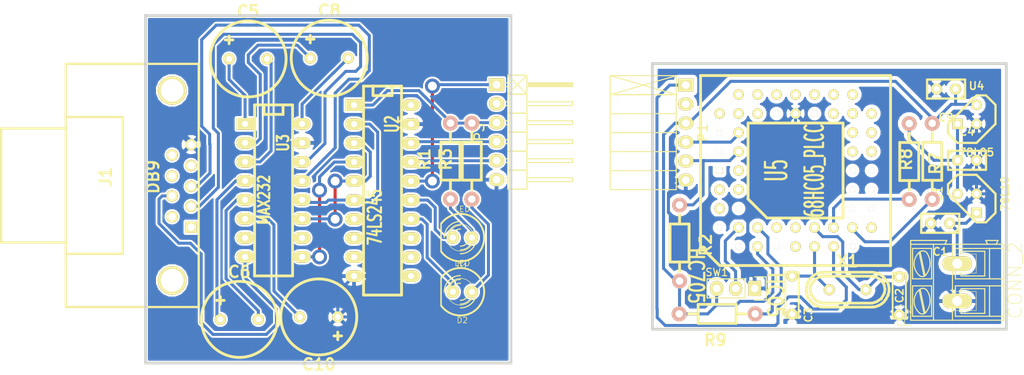
<source format=kicad_pcb>
(kicad_pcb (version 4) (host pcbnew 0.201503020946+5465~21~ubuntu14.04.1-product)

  (general
    (links 69)
    (no_connects 5)
    (area 116.522499 77.863699 231.990901 124.726701)
    (thickness 1.6002)
    (drawings 12)
    (tracks 331)
    (zones 0)
    (modules 28)
    (nets 31)
  )

  (page A4)
  (title_block
    (date "25 jun 2014")
  )

  (layers
    (0 Front signal)
    (31 Back signal)
    (32 B.Adhes user)
    (33 F.Adhes user)
    (34 B.Paste user)
    (35 F.Paste user)
    (36 B.SilkS user)
    (37 F.SilkS user)
    (38 B.Mask user)
    (39 F.Mask user)
    (40 Dwgs.User user)
    (41 Cmts.User user)
    (42 Eco1.User user)
    (43 Eco2.User user)
    (44 Edge.Cuts user)
  )

  (setup
    (last_trace_width 0.40386)
    (trace_clearance 0.254)
    (zone_clearance 0.128)
    (zone_45_only yes)
    (trace_min 0.2032)
    (segment_width 0.381)
    (edge_width 0.381)
    (via_size 2.4)
    (via_drill 1.2)
    (via_min_size 0.889)
    (via_min_drill 0.508)
    (uvia_size 2.4)
    (uvia_drill 1.2)
    (uvias_allowed no)
    (uvia_min_size 0.508)
    (uvia_min_drill 0.127)
    (pcb_text_width 0.3048)
    (pcb_text_size 1.524 2.032)
    (mod_edge_width 0.381)
    (mod_text_size 1.524 1.524)
    (mod_text_width 0.3048)
    (pad_size 0.8 0.8)
    (pad_drill 0.8)
    (pad_to_mask_clearance 0.254)
    (aux_axis_origin 0 0)
    (visible_elements FFFFFF7F)
    (pcbplotparams
      (layerselection 0x00030_80000001)
      (usegerberextensions true)
      (excludeedgelayer true)
      (linewidth 0.150000)
      (plotframeref false)
      (viasonmask false)
      (mode 1)
      (useauxorigin false)
      (hpglpennumber 1)
      (hpglpenspeed 20)
      (hpglpendiameter 15)
      (hpglpenoverlay 0)
      (psnegative false)
      (psa4output false)
      (plotreference true)
      (plotvalue true)
      (plotinvisibletext false)
      (padsonsilk false)
      (subtractmaskfromsilk false)
      (outputformat 1)
      (mirror false)
      (drillshape 1)
      (scaleselection 1)
      (outputdirectory ""))
  )

  (net 0 "")
  (net 1 +10V)
  (net 2 +5V)
  (net 3 68_18)
  (net 4 68_50)
  (net 5 68_52)
  (net 6 GND)
  (net 7 Reset)
  (net 8 Rx)
  (net 9 "Net-(C1-Pad1)")
  (net 10 "Net-(C2-Pad2)")
  (net 11 "Net-(C3-Pad2)")
  (net 12 "Net-(C5-Pad2)")
  (net 13 "Net-(C5-Pad1)")
  (net 14 "Net-(C6-Pad2)")
  (net 15 "Net-(C6-Pad1)")
  (net 16 "Net-(C8-Pad2)")
  (net 17 "Net-(C8-Pad1)")
  (net 18 "Net-(C10-Pad2)")
  (net 19 "Net-(D1-Pad1)")
  (net 20 "Net-(D1-Pad2)")
  (net 21 "Net-(D2-Pad1)")
  (net 22 "Net-(D2-Pad2)")
  (net 23 "Net-(J1-Pad2)")
  (net 24 "Net-(J1-Pad3)")
  (net 25 "Net-(J1-Pad7)")
  (net 26 "Net-(R7-Pad2)")
  (net 27 "Net-(R8-Pad1)")
  (net 28 "Net-(R9-Pad1)")
  (net 29 "Net-(SW1-Pad2)")
  (net 30 Tx)

  (net_class Default "This is the default net class."
    (clearance 0.254)
    (trace_width 0.40386)
    (via_dia 2.4)
    (via_drill 1.2)
    (uvia_dia 2.4)
    (uvia_drill 1.2)
    (add_net +10V)
    (add_net +5V)
    (add_net 68_18)
    (add_net 68_50)
    (add_net 68_52)
    (add_net GND)
    (add_net "Net-(C1-Pad1)")
    (add_net "Net-(C10-Pad2)")
    (add_net "Net-(C2-Pad2)")
    (add_net "Net-(C3-Pad2)")
    (add_net "Net-(C5-Pad1)")
    (add_net "Net-(C5-Pad2)")
    (add_net "Net-(C6-Pad1)")
    (add_net "Net-(C6-Pad2)")
    (add_net "Net-(C8-Pad1)")
    (add_net "Net-(C8-Pad2)")
    (add_net "Net-(D1-Pad1)")
    (add_net "Net-(D1-Pad2)")
    (add_net "Net-(D2-Pad1)")
    (add_net "Net-(D2-Pad2)")
    (add_net "Net-(J1-Pad2)")
    (add_net "Net-(J1-Pad3)")
    (add_net "Net-(J1-Pad7)")
    (add_net "Net-(R7-Pad2)")
    (add_net "Net-(R8-Pad1)")
    (add_net "Net-(R9-Pad1)")
    (add_net "Net-(SW1-Pad2)")
    (add_net Reset)
    (add_net Rx)
    (add_net Tx)
  )

  (module Capacitors_ThroughHole:Capacitor3MMDiscRM2.5 (layer Front) (tedit 542EA908) (tstamp 542EA9A8)
    (at 222.9612 105.8418 180)
    (descr Capacitor3MMDiscRM2.5)
    (tags C)
    (path /52DAF214)
    (fp_text reference C1 (at 0 -3.81 180) (layer F.SilkS)
      (effects (font (size 1.016 1.016) (thickness 0.2032)))
    )
    (fp_text value 100n (at 0 -2.286 180) (layer F.SilkS) hide
      (effects (font (size 1.016 1.016) (thickness 0.2032)))
    )
    (fp_line (start -2.4892 -1.27) (end 2.54 -1.27) (layer F.SilkS) (width 0.3048))
    (fp_line (start 2.54 -1.27) (end 2.54 1.27) (layer F.SilkS) (width 0.3048))
    (fp_line (start 2.54 1.27) (end -2.54 1.27) (layer F.SilkS) (width 0.3048))
    (fp_line (start -2.54 1.27) (end -2.54 -1.27) (layer F.SilkS) (width 0.3048))
    (fp_line (start -2.54 -0.635) (end -1.905 -1.27) (layer F.SilkS) (width 0.3048))
    (pad 1 thru_hole circle (at -1.27 0 180) (size 1.50114 1.50114) (drill 0.8001) (layers *.Cu *.Mask F.SilkS)
      (net 9 "Net-(C1-Pad1)"))
    (pad 2 thru_hole circle (at 1.27 0 180) (size 1.50114 1.50114) (drill 0.8001) (layers *.Cu *.Mask F.SilkS)
      (net 6 GND))
    (model discret/Capacitor/Capacitor3MMDiscRM2.5.wrl
      (at (xyz 0 0 0))
      (scale (xyz 1 1 1))
      (rotate (xyz 0 0 0))
    )
  )

  (module Capacitors_ThroughHole:Capacitor6MMDiscRM5 (layer Front) (tedit 5453C26E) (tstamp 542EA9B2)
    (at 217.48496 115.55984 90)
    (descr "Capacitor 6MM Disc RM 5MM")
    (tags C)
    (path /52DC2429)
    (fp_text reference C2 (at 0.04064 0.03048 90) (layer F.SilkS)
      (effects (font (size 1.016 1.016) (thickness 0.2032)))
    )
    (fp_text value 22p (at 0 -2.286 90) (layer F.SilkS) hide
      (effects (font (size 1.016 1.016) (thickness 0.2032)))
    )
    (fp_line (start -3.048 -0.889) (end -3.048 0.889) (layer F.SilkS) (width 0.24892))
    (fp_line (start -3.048 0.889) (end 3.048 0.889) (layer F.SilkS) (width 0.24892))
    (fp_line (start 3.048 0.889) (end 3.048 -0.889) (layer F.SilkS) (width 0.24892))
    (fp_line (start 3.048 -0.889) (end -3.048 -0.889) (layer F.SilkS) (width 0.24892))
    (pad 1 thru_hole circle (at -2.54 0 90) (size 1.50114 1.50114) (drill 0.8001) (layers *.Cu *.Mask F.SilkS)
      (net 6 GND))
    (pad 2 thru_hole circle (at 2.54 0 90) (size 1.50114 1.50114) (drill 0.8001) (layers *.Cu *.Mask F.SilkS)
      (net 10 "Net-(C2-Pad2)"))
    (model discret/Capacitor/Capacitor6MMDiscRM5.wrl
      (at (xyz 0 0 0))
      (scale (xyz 1 1 1))
      (rotate (xyz 0 0 0))
    )
  )

  (module Capacitors_ThroughHole:Capacitor6MMDiscRM5 (layer Front) (tedit 54F86871) (tstamp 542EA9BB)
    (at 203.1492 115.443 90)
    (descr "Capacitor 6MM Disc RM 5MM")
    (tags C)
    (path /52DC2436)
    (fp_text reference C3 (at -2.667 2.1844 90) (layer F.SilkS)
      (effects (font (size 1.016 1.016) (thickness 0.2032)))
    )
    (fp_text value 22p (at 0 -2.286 90) (layer F.SilkS) hide
      (effects (font (size 1.016 1.016) (thickness 0.2032)))
    )
    (fp_line (start -3.048 -0.889) (end -3.048 0.889) (layer F.SilkS) (width 0.24892))
    (fp_line (start -3.048 0.889) (end 3.048 0.889) (layer F.SilkS) (width 0.24892))
    (fp_line (start 3.048 0.889) (end 3.048 -0.889) (layer F.SilkS) (width 0.24892))
    (fp_line (start 3.048 -0.889) (end -3.048 -0.889) (layer F.SilkS) (width 0.24892))
    (pad 1 thru_hole circle (at -2.54 0 90) (size 1.50114 1.50114) (drill 0.8001) (layers *.Cu *.Mask F.SilkS)
      (net 6 GND))
    (pad 2 thru_hole circle (at 2.54 0 90) (size 1.50114 1.50114) (drill 0.8001) (layers *.Cu *.Mask F.SilkS)
      (net 11 "Net-(C3-Pad2)"))
    (model discret/Capacitor/Capacitor6MMDiscRM5.wrl
      (at (xyz 0 0 0))
      (scale (xyz 1 1 1))
      (rotate (xyz 0 0 0))
    )
  )

  (module Capacitors_ThroughHole:Capacitor3MMDiscRM2.5 (layer Front) (tedit 542EA908) (tstamp 542EA9C4)
    (at 226.5426 97.42424)
    (descr Capacitor3MMDiscRM2.5)
    (tags C)
    (path /52DC255A)
    (fp_text reference C4 (at 0 -3.81) (layer F.SilkS)
      (effects (font (size 1.016 1.016) (thickness 0.2032)))
    )
    (fp_text value 100n (at 0 -2.286) (layer F.SilkS) hide
      (effects (font (size 1.016 1.016) (thickness 0.2032)))
    )
    (fp_line (start -2.4892 -1.27) (end 2.54 -1.27) (layer F.SilkS) (width 0.3048))
    (fp_line (start 2.54 -1.27) (end 2.54 1.27) (layer F.SilkS) (width 0.3048))
    (fp_line (start 2.54 1.27) (end -2.54 1.27) (layer F.SilkS) (width 0.3048))
    (fp_line (start -2.54 1.27) (end -2.54 -1.27) (layer F.SilkS) (width 0.3048))
    (fp_line (start -2.54 -0.635) (end -1.905 -1.27) (layer F.SilkS) (width 0.3048))
    (pad 1 thru_hole circle (at -1.27 0) (size 1.50114 1.50114) (drill 0.8001) (layers *.Cu *.Mask F.SilkS)
      (net 1 +10V))
    (pad 2 thru_hole circle (at 1.27 0) (size 1.50114 1.50114) (drill 0.8001) (layers *.Cu *.Mask F.SilkS)
      (net 6 GND))
    (model discret/Capacitor/Capacitor3MMDiscRM2.5.wrl
      (at (xyz 0 0 0))
      (scale (xyz 1 1 1))
      (rotate (xyz 0 0 0))
    )
  )

  (module Capacitors_Elko_ThroughHole:Elko_vert_DM10_RM5 (layer Front) (tedit 542EA909) (tstamp 54E619EE)
    (at 130.429 83.8708)
    (descr "Electrolytic Capacitor, vertical, diameter 10mm, RM 5mm, radial,")
    (tags "Electrolytic Capacitor, vertical, diameter 10mm, RM 5mm, Elko, Electrolytkondensator, Kondensator gepolt, Durchmesser 10mm, radial,")
    (path /53AACD87)
    (fp_text reference C5 (at 0 -6.35) (layer F.SilkS)
      (effects (font (thickness 0.3048)))
    )
    (fp_text value 10m (at 0 6.35) (layer F.SilkS) hide
      (effects (font (thickness 0.3048)))
    )
    (fp_line (start -2.54 -3.048) (end -2.54 -2.032) (layer F.SilkS) (width 0.381))
    (fp_line (start -3.048 -2.54) (end -2.032 -2.54) (layer F.SilkS) (width 0.381))
    (fp_line (start -3.048 -2.54) (end -2.032 -2.54) (layer Front) (width 0.381))
    (fp_line (start -2.54 -3.048) (end -2.54 -2.032) (layer Front) (width 0.381))
    (fp_circle (center 0 0) (end 5.08 0) (layer F.SilkS) (width 0.381))
    (pad 2 thru_hole circle (at 2.54 0) (size 1.50114 1.50114) (drill 0.8001) (layers *.Cu *.Mask F.SilkS)
      (net 12 "Net-(C5-Pad2)"))
    (pad 1 thru_hole circle (at -2.54 0) (size 1.50114 1.50114) (drill 0.8001) (layers *.Cu *.Mask F.SilkS)
      (net 13 "Net-(C5-Pad1)"))
  )

  (module Capacitors_Elko_ThroughHole:Elko_vert_DM10_RM5 (layer Front) (tedit 542EA909) (tstamp 542EA9D8)
    (at 129.2606 118.6942)
    (descr "Electrolytic Capacitor, vertical, diameter 10mm, RM 5mm, radial,")
    (tags "Electrolytic Capacitor, vertical, diameter 10mm, RM 5mm, Elko, Electrolytkondensator, Kondensator gepolt, Durchmesser 10mm, radial,")
    (path /53AACDB0)
    (fp_text reference C6 (at 0 -6.35) (layer F.SilkS)
      (effects (font (thickness 0.3048)))
    )
    (fp_text value 10m (at 0 6.35) (layer F.SilkS) hide
      (effects (font (thickness 0.3048)))
    )
    (fp_line (start -2.54 -3.048) (end -2.54 -2.032) (layer F.SilkS) (width 0.381))
    (fp_line (start -3.048 -2.54) (end -2.032 -2.54) (layer F.SilkS) (width 0.381))
    (fp_line (start -3.048 -2.54) (end -2.032 -2.54) (layer Front) (width 0.381))
    (fp_line (start -2.54 -3.048) (end -2.54 -2.032) (layer Front) (width 0.381))
    (fp_circle (center 0 0) (end 5.08 0) (layer F.SilkS) (width 0.381))
    (pad 2 thru_hole circle (at 2.54 0) (size 1.50114 1.50114) (drill 0.8001) (layers *.Cu *.Mask F.SilkS)
      (net 14 "Net-(C6-Pad2)"))
    (pad 1 thru_hole circle (at -2.54 0) (size 1.50114 1.50114) (drill 0.8001) (layers *.Cu *.Mask F.SilkS)
      (net 15 "Net-(C6-Pad1)"))
  )

  (module Capacitors_Elko_ThroughHole:Elko_vert_DM10_RM5 (layer Front) (tedit 542EA909) (tstamp 54E61957)
    (at 141.2748 83.7692)
    (descr "Electrolytic Capacitor, vertical, diameter 10mm, RM 5mm, radial,")
    (tags "Electrolytic Capacitor, vertical, diameter 10mm, RM 5mm, Elko, Electrolytkondensator, Kondensator gepolt, Durchmesser 10mm, radial,")
    (path /53AACDB4)
    (fp_text reference C8 (at 0 -6.35) (layer F.SilkS)
      (effects (font (thickness 0.3048)))
    )
    (fp_text value 10m (at 0 6.35) (layer F.SilkS) hide
      (effects (font (thickness 0.3048)))
    )
    (fp_line (start -2.54 -3.048) (end -2.54 -2.032) (layer F.SilkS) (width 0.381))
    (fp_line (start -3.048 -2.54) (end -2.032 -2.54) (layer F.SilkS) (width 0.381))
    (fp_line (start -3.048 -2.54) (end -2.032 -2.54) (layer Front) (width 0.381))
    (fp_line (start -2.54 -3.048) (end -2.54 -2.032) (layer Front) (width 0.381))
    (fp_circle (center 0 0) (end 5.08 0) (layer F.SilkS) (width 0.381))
    (pad 2 thru_hole circle (at 2.54 0) (size 1.50114 1.50114) (drill 0.8001) (layers *.Cu *.Mask F.SilkS)
      (net 16 "Net-(C8-Pad2)"))
    (pad 1 thru_hole circle (at -2.54 0) (size 1.50114 1.50114) (drill 0.8001) (layers *.Cu *.Mask F.SilkS)
      (net 17 "Net-(C8-Pad1)"))
  )

  (module Capacitors_ThroughHole:Capacitor3MMDiscRM2.5 (layer Front) (tedit 542EA908) (tstamp 542EA9F6)
    (at 223.74352 87.89924 180)
    (descr Capacitor3MMDiscRM2.5)
    (tags C)
    (path /53AACF75)
    (fp_text reference C9 (at 0 -3.81 180) (layer F.SilkS)
      (effects (font (size 1.016 1.016) (thickness 0.2032)))
    )
    (fp_text value 100n (at 0 -2.286 180) (layer F.SilkS) hide
      (effects (font (size 1.016 1.016) (thickness 0.2032)))
    )
    (fp_line (start -2.4892 -1.27) (end 2.54 -1.27) (layer F.SilkS) (width 0.3048))
    (fp_line (start 2.54 -1.27) (end 2.54 1.27) (layer F.SilkS) (width 0.3048))
    (fp_line (start 2.54 1.27) (end -2.54 1.27) (layer F.SilkS) (width 0.3048))
    (fp_line (start -2.54 1.27) (end -2.54 -1.27) (layer F.SilkS) (width 0.3048))
    (fp_line (start -2.54 -0.635) (end -1.905 -1.27) (layer F.SilkS) (width 0.3048))
    (pad 1 thru_hole circle (at -1.27 0 180) (size 1.50114 1.50114) (drill 0.8001) (layers *.Cu *.Mask F.SilkS)
      (net 2 +5V))
    (pad 2 thru_hole circle (at 1.27 0 180) (size 1.50114 1.50114) (drill 0.8001) (layers *.Cu *.Mask F.SilkS)
      (net 6 GND))
    (model discret/Capacitor/Capacitor3MMDiscRM2.5.wrl
      (at (xyz 0 0 0))
      (scale (xyz 1 1 1))
      (rotate (xyz 0 0 0))
    )
  )

  (module Capacitors_Elko_ThroughHole:Elko_vert_DM10_RM5 (layer Front) (tedit 542EA909) (tstamp 542EAA00)
    (at 139.8778 118.364 180)
    (descr "Electrolytic Capacitor, vertical, diameter 10mm, RM 5mm, radial,")
    (tags "Electrolytic Capacitor, vertical, diameter 10mm, RM 5mm, Elko, Electrolytkondensator, Kondensator gepolt, Durchmesser 10mm, radial,")
    (path /53AACDBD)
    (fp_text reference C10 (at 0 -6.35 180) (layer F.SilkS)
      (effects (font (thickness 0.3048)))
    )
    (fp_text value 10m (at 0 6.35 180) (layer F.SilkS) hide
      (effects (font (thickness 0.3048)))
    )
    (fp_line (start -2.54 -3.048) (end -2.54 -2.032) (layer F.SilkS) (width 0.381))
    (fp_line (start -3.048 -2.54) (end -2.032 -2.54) (layer F.SilkS) (width 0.381))
    (fp_line (start -3.048 -2.54) (end -2.032 -2.54) (layer Front) (width 0.381))
    (fp_line (start -2.54 -3.048) (end -2.54 -2.032) (layer Front) (width 0.381))
    (fp_circle (center 0 0) (end 5.08 0) (layer F.SilkS) (width 0.381))
    (pad 2 thru_hole circle (at 2.54 0 180) (size 1.50114 1.50114) (drill 0.8001) (layers *.Cu *.Mask F.SilkS)
      (net 18 "Net-(C10-Pad2)"))
    (pad 1 thru_hole circle (at -2.54 0 180) (size 1.50114 1.50114) (drill 0.8001) (layers *.Cu *.Mask F.SilkS)
      (net 6 GND))
  )

  (module LEDs:LED-5MM (layer Front) (tedit 542EA906) (tstamp 542EAA0A)
    (at 159.0675 107.7595 180)
    (descr "LED 5mm - Lead pitch 100mil (2,54mm)")
    (tags "LED led 5mm 5MM 100mil 2,54mm")
    (path /53AACF20)
    (fp_text reference D1 (at 0 -3.81 180) (layer F.SilkS)
      (effects (font (size 0.762 0.762) (thickness 0.0889)))
    )
    (fp_text value LED (at 0 3.81 180) (layer F.SilkS)
      (effects (font (size 0.762 0.762) (thickness 0.0889)))
    )
    (fp_line (start 2.8448 1.905) (end 2.8448 -1.905) (layer F.SilkS) (width 0.2032))
    (fp_circle (center 0.254 0) (end -1.016 1.27) (layer F.SilkS) (width 0.0762))
    (fp_arc (start 0.254 0) (end 2.794 1.905) (angle 286.2) (layer F.SilkS) (width 0.254))
    (fp_arc (start 0.254 0) (end -0.889 0) (angle 90) (layer F.SilkS) (width 0.1524))
    (fp_arc (start 0.254 0) (end 1.397 0) (angle 90) (layer F.SilkS) (width 0.1524))
    (fp_arc (start 0.254 0) (end -1.397 0) (angle 90) (layer F.SilkS) (width 0.1524))
    (fp_arc (start 0.254 0) (end 1.905 0) (angle 90) (layer F.SilkS) (width 0.1524))
    (fp_arc (start 0.254 0) (end -1.905 0) (angle 90) (layer F.SilkS) (width 0.1524))
    (fp_arc (start 0.254 0) (end 2.413 0) (angle 90) (layer F.SilkS) (width 0.1524))
    (pad 1 thru_hole circle (at -1.27 0 180) (size 1.6764 1.6764) (drill 0.8128) (layers *.Cu *.Mask F.SilkS)
      (net 19 "Net-(D1-Pad1)"))
    (pad 2 thru_hole circle (at 1.27 0 180) (size 1.6764 1.6764) (drill 0.8128) (layers *.Cu *.Mask F.SilkS)
      (net 20 "Net-(D1-Pad2)"))
    (model discret/leds/led5_vertical_verde.wrl
      (at (xyz 0 0 0))
      (scale (xyz 1 1 1))
      (rotate (xyz 0 0 0))
    )
  )

  (module LEDs:LED-5MM (layer Front) (tedit 542EA906) (tstamp 542EAA18)
    (at 159.0675 114.9985 180)
    (descr "LED 5mm - Lead pitch 100mil (2,54mm)")
    (tags "LED led 5mm 5MM 100mil 2,54mm")
    (path /53AACF44)
    (fp_text reference D2 (at 0 -3.81 180) (layer F.SilkS)
      (effects (font (size 0.762 0.762) (thickness 0.0889)))
    )
    (fp_text value LED (at 0 3.81 180) (layer F.SilkS)
      (effects (font (size 0.762 0.762) (thickness 0.0889)))
    )
    (fp_line (start 2.8448 1.905) (end 2.8448 -1.905) (layer F.SilkS) (width 0.2032))
    (fp_circle (center 0.254 0) (end -1.016 1.27) (layer F.SilkS) (width 0.0762))
    (fp_arc (start 0.254 0) (end 2.794 1.905) (angle 286.2) (layer F.SilkS) (width 0.254))
    (fp_arc (start 0.254 0) (end -0.889 0) (angle 90) (layer F.SilkS) (width 0.1524))
    (fp_arc (start 0.254 0) (end 1.397 0) (angle 90) (layer F.SilkS) (width 0.1524))
    (fp_arc (start 0.254 0) (end -1.397 0) (angle 90) (layer F.SilkS) (width 0.1524))
    (fp_arc (start 0.254 0) (end 1.905 0) (angle 90) (layer F.SilkS) (width 0.1524))
    (fp_arc (start 0.254 0) (end -1.905 0) (angle 90) (layer F.SilkS) (width 0.1524))
    (fp_arc (start 0.254 0) (end 2.413 0) (angle 90) (layer F.SilkS) (width 0.1524))
    (pad 1 thru_hole circle (at -1.27 0 180) (size 1.6764 1.6764) (drill 0.8128) (layers *.Cu *.Mask F.SilkS)
      (net 21 "Net-(D2-Pad1)"))
    (pad 2 thru_hole circle (at 1.27 0 180) (size 1.6764 1.6764) (drill 0.8128) (layers *.Cu *.Mask F.SilkS)
      (net 22 "Net-(D2-Pad2)"))
    (model discret/leds/led5_vertical_verde.wrl
      (at (xyz 0 0 0))
      (scale (xyz 1 1 1))
      (rotate (xyz 0 0 0))
    )
  )

  (module Connect:DB9FC (layer Front) (tedit 542EA908) (tstamp 542EAA26)
    (at 121.539 100.9142 90)
    (descr "Connecteur DB9 femelle couche")
    (tags "CONN DB9")
    (path /53AAC831)
    (fp_text reference J1 (at 1.27 -10.16 90) (layer F.SilkS)
      (effects (font (thickness 0.3048)))
    )
    (fp_text value DB9 (at 1.27 -3.81 90) (layer F.SilkS)
      (effects (font (thickness 0.3048)))
    )
    (fp_line (start -16.129 2.286) (end 16.383 2.286) (layer F.SilkS) (width 0.3048))
    (fp_line (start 16.383 2.286) (end 16.383 -15.494) (layer F.SilkS) (width 0.3048))
    (fp_line (start 16.383 -15.494) (end -16.129 -15.494) (layer F.SilkS) (width 0.3048))
    (fp_line (start -16.129 -15.494) (end -16.129 2.286) (layer F.SilkS) (width 0.3048))
    (fp_line (start -9.017 -15.494) (end -9.017 -7.874) (layer F.SilkS) (width 0.3048))
    (fp_line (start -9.017 -7.874) (end 9.271 -7.874) (layer F.SilkS) (width 0.3048))
    (fp_line (start 9.271 -7.874) (end 9.271 -15.494) (layer F.SilkS) (width 0.3048))
    (fp_line (start -7.493 -15.494) (end -7.493 -24.13) (layer F.SilkS) (width 0.3048))
    (fp_line (start -7.493 -24.13) (end 7.747 -24.13) (layer F.SilkS) (width 0.3048))
    (fp_line (start 7.747 -24.13) (end 7.747 -15.494) (layer F.SilkS) (width 0.3048))
    (pad "" thru_hole circle (at 12.827 -1.27 90) (size 3.81 3.81) (drill 3.048) (layers *.Cu *.Mask F.SilkS))
    (pad "" thru_hole circle (at -12.573 -1.27 90) (size 3.81 3.81) (drill 3.048) (layers *.Cu *.Mask F.SilkS))
    (pad 1 thru_hole rect (at -5.461 1.27 90) (size 1.524 1.524) (drill 1.016) (layers *.Cu *.Mask F.SilkS))
    (pad 2 thru_hole circle (at -2.667 1.27 90) (size 1.524 1.524) (drill 1.016) (layers *.Cu *.Mask F.SilkS)
      (net 23 "Net-(J1-Pad2)"))
    (pad 3 thru_hole circle (at 0 1.27 90) (size 1.524 1.524) (drill 1.016) (layers *.Cu *.Mask F.SilkS)
      (net 24 "Net-(J1-Pad3)"))
    (pad 4 thru_hole circle (at 2.794 1.27 90) (size 1.524 1.524) (drill 1.016) (layers *.Cu *.Mask F.SilkS))
    (pad 5 thru_hole circle (at 5.588 1.27 90) (size 1.524 1.524) (drill 1.016) (layers *.Cu *.Mask F.SilkS)
      (net 6 GND))
    (pad 6 thru_hole circle (at -4.064 -1.27 90) (size 1.524 1.524) (drill 1.016) (layers *.Cu *.Mask F.SilkS))
    (pad 7 thru_hole circle (at -1.27 -1.27 90) (size 1.524 1.524) (drill 1.016) (layers *.Cu *.Mask F.SilkS)
      (net 25 "Net-(J1-Pad7)"))
    (pad 8 thru_hole circle (at 1.397 -1.27 90) (size 1.524 1.524) (drill 1.016) (layers *.Cu *.Mask F.SilkS))
    (pad 9 thru_hole circle (at 4.191 -1.27 90) (size 1.524 1.524) (drill 1.016) (layers *.Cu *.Mask F.SilkS))
    (model Conn_DBxx/db9_female_pin90deg.wrl
      (at (xyz 0 0 0))
      (scale (xyz 1 1 1))
      (rotate (xyz 0 0 0))
    )
  )

  (module Socket_Strips:Socket_Strip_Angled_1x06 (layer Front) (tedit 542EA904) (tstamp 542EACCE)
    (at 188.94044 93.726 90)
    (descr "Through hole socket strip")
    (tags "socket strip")
    (path /52DBC7F5)
    (fp_text reference P1 (at 0 2.286 90) (layer F.SilkS)
      (effects (font (size 1.27 1.27) (thickness 0.2032)))
    )
    (fp_text value CONN_6 (at 0 0 90) (layer F.SilkS) hide
      (effects (font (size 1.27 1.27) (thickness 0.2032)))
    )
    (fp_line (start -7.62 -10.1) (end -7.62 -1.27) (layer F.SilkS) (width 0.15))
    (fp_line (start -5.08 -10.1) (end -7.62 -10.1) (layer F.SilkS) (width 0.15))
    (fp_line (start -5.08 -1.27) (end -7.62 -1.27) (layer F.SilkS) (width 0.15))
    (fp_line (start -2.54 -1.27) (end -5.08 -1.27) (layer F.SilkS) (width 0.15))
    (fp_line (start -2.54 -10.1) (end -5.08 -10.1) (layer F.SilkS) (width 0.15))
    (fp_line (start -5.08 -10.1) (end -5.08 -1.27) (layer F.SilkS) (width 0.15))
    (fp_line (start -2.54 -10.1) (end -2.54 -1.27) (layer F.SilkS) (width 0.15))
    (fp_line (start 0 -10.1) (end -2.54 -10.1) (layer F.SilkS) (width 0.15))
    (fp_line (start 0 -1.27) (end -2.54 -1.27) (layer F.SilkS) (width 0.15))
    (fp_line (start 2.54 -1.27) (end 0 -1.27) (layer F.SilkS) (width 0.15))
    (fp_line (start 2.54 -10.1) (end 0 -10.1) (layer F.SilkS) (width 0.15))
    (fp_line (start 0 -10.1) (end 0 -1.27) (layer F.SilkS) (width 0.15))
    (fp_line (start 2.54 -10.1) (end 2.54 -1.27) (layer F.SilkS) (width 0.15))
    (fp_line (start 5.08 -10.1) (end 2.54 -10.1) (layer F.SilkS) (width 0.15))
    (fp_line (start 5.08 -1.27) (end 5.08 -10.1) (layer F.SilkS) (width 0.15))
    (fp_line (start 5.08 -1.27) (end 2.54 -1.27) (layer F.SilkS) (width 0.15))
    (fp_line (start 7.62 -1.27) (end 5.08 -1.27) (layer F.SilkS) (width 0.15))
    (fp_line (start 7.62 -1.27) (end 5.08 -10.1) (layer F.SilkS) (width 0.15))
    (fp_line (start 7.62 -10.1) (end 5.08 -1.27) (layer F.SilkS) (width 0.15))
    (fp_line (start 7.62 -1.27) (end 7.62 -10.1) (layer F.SilkS) (width 0.15))
    (fp_line (start 7.62 -10.1) (end 5.08 -10.1) (layer F.SilkS) (width 0.15))
    (fp_line (start 5.08 -10.1) (end 5.08 -1.27) (layer F.SilkS) (width 0.15))
    (pad 1 thru_hole rect (at 6.35 0 270) (size 1.7272 2.032) (drill 1.016) (layers *.Cu *.Mask F.SilkS)
      (net 3 68_18))
    (pad 2 thru_hole oval (at 3.81 0 270) (size 1.7272 2.032) (drill 1.016) (layers *.Cu *.Mask F.SilkS))
    (pad 3 thru_hole oval (at 1.27 0 270) (size 1.7272 2.032) (drill 1.016) (layers *.Cu *.Mask F.SilkS)
      (net 2 +5V))
    (pad 4 thru_hole oval (at -1.27 0 270) (size 1.7272 2.032) (drill 1.016) (layers *.Cu *.Mask F.SilkS)
      (net 4 68_50))
    (pad 5 thru_hole oval (at -3.81 0 270) (size 1.7272 2.032) (drill 1.016) (layers *.Cu *.Mask F.SilkS)
      (net 5 68_52))
    (pad 6 thru_hole oval (at -6.35 0 270) (size 1.7272 2.032) (drill 1.016) (layers *.Cu *.Mask F.SilkS)
      (net 6 GND))
    (model Socket_Strips/Socket_Strip_Angled_1x06.wrl
      (at (xyz 0 0 0))
      (scale (xyz 1 1 1))
      (rotate (xyz 0 0 0))
    )
  )

  (module Connect:AK300-2 (layer Front) (tedit 542EA908) (tstamp 542EAA5D)
    (at 225.2345 113.7285 90)
    (descr CONNECTOR)
    (tags CONNECTOR)
    (path /52DBDB8E)
    (attr virtual)
    (fp_text reference P2 (at -4.445 -6.985 90) (layer F.SilkS)
      (effects (font (size 1.778 1.778) (thickness 0.0889)))
    )
    (fp_text value CONN_2 (at 0.254 7.747 90) (layer F.SilkS)
      (effects (font (size 1.778 1.778) (thickness 0.0889)))
    )
    (fp_line (start -3.7846 2.54) (end -1.2446 2.54) (layer F.SilkS) (width 0.06604))
    (fp_line (start -1.2446 2.54) (end -1.2446 -0.254) (layer F.SilkS) (width 0.06604))
    (fp_line (start -3.7846 -0.254) (end -1.2446 -0.254) (layer F.SilkS) (width 0.06604))
    (fp_line (start -3.7846 2.54) (end -3.7846 -0.254) (layer F.SilkS) (width 0.06604))
    (fp_line (start 1.2192 2.54) (end 3.7592 2.54) (layer F.SilkS) (width 0.06604))
    (fp_line (start 3.7592 2.54) (end 3.7592 -0.254) (layer F.SilkS) (width 0.06604))
    (fp_line (start 1.2192 -0.254) (end 3.7592 -0.254) (layer F.SilkS) (width 0.06604))
    (fp_line (start 1.2192 2.54) (end 1.2192 -0.254) (layer F.SilkS) (width 0.06604))
    (fp_line (start 5.08 -6.223) (end 5.08 -3.175) (layer F.SilkS) (width 0.1524))
    (fp_line (start 5.08 -6.223) (end -5.08 -6.223) (layer F.SilkS) (width 0.1524))
    (fp_line (start 5.08 -6.223) (end 5.588 -6.223) (layer F.SilkS) (width 0.1524))
    (fp_line (start 5.588 -6.223) (end 5.588 -1.397) (layer F.SilkS) (width 0.1524))
    (fp_line (start 5.588 -1.397) (end 5.08 -1.651) (layer F.SilkS) (width 0.1524))
    (fp_line (start 5.588 5.461) (end 5.08 5.207) (layer F.SilkS) (width 0.1524))
    (fp_line (start 5.08 5.207) (end 5.08 6.223) (layer F.SilkS) (width 0.1524))
    (fp_line (start 5.588 3.81) (end 5.08 4.064) (layer F.SilkS) (width 0.1524))
    (fp_line (start 5.08 4.064) (end 5.08 5.207) (layer F.SilkS) (width 0.1524))
    (fp_line (start 5.588 3.81) (end 5.588 5.461) (layer F.SilkS) (width 0.1524))
    (fp_line (start 0.4572 6.223) (end 0.4572 4.318) (layer F.SilkS) (width 0.1524))
    (fp_line (start 4.5212 -0.254) (end 4.5212 4.318) (layer F.SilkS) (width 0.1524))
    (fp_line (start 0.4572 6.223) (end 4.5212 6.223) (layer F.SilkS) (width 0.1524))
    (fp_line (start 4.5212 6.223) (end 5.08 6.223) (layer F.SilkS) (width 0.1524))
    (fp_line (start -0.4826 6.223) (end -0.4826 4.318) (layer F.SilkS) (width 0.1524))
    (fp_line (start -0.4826 6.223) (end 0.4572 6.223) (layer F.SilkS) (width 0.1524))
    (fp_line (start -4.5466 -0.254) (end -4.5466 4.318) (layer F.SilkS) (width 0.1524))
    (fp_line (start -5.08 6.223) (end -4.5466 6.223) (layer F.SilkS) (width 0.1524))
    (fp_line (start -4.5466 6.223) (end -0.4826 6.223) (layer F.SilkS) (width 0.1524))
    (fp_line (start 0.4572 4.318) (end 4.5212 4.318) (layer F.SilkS) (width 0.1524))
    (fp_line (start 0.4572 4.318) (end 0.4572 -0.254) (layer F.SilkS) (width 0.1524))
    (fp_line (start 4.5212 4.318) (end 4.5212 6.223) (layer F.SilkS) (width 0.1524))
    (fp_line (start -0.4826 4.318) (end -4.5466 4.318) (layer F.SilkS) (width 0.1524))
    (fp_line (start -0.4826 4.318) (end -0.4826 -0.254) (layer F.SilkS) (width 0.1524))
    (fp_line (start -4.5466 4.318) (end -4.5466 6.223) (layer F.SilkS) (width 0.1524))
    (fp_line (start 4.1402 3.683) (end 4.1402 0.508) (layer F.SilkS) (width 0.1524))
    (fp_line (start 4.1402 3.683) (end 0.8382 3.683) (layer F.SilkS) (width 0.1524))
    (fp_line (start 0.8382 3.683) (end 0.8382 0.508) (layer F.SilkS) (width 0.1524))
    (fp_line (start -0.8636 3.683) (end -0.8636 0.508) (layer F.SilkS) (width 0.1524))
    (fp_line (start -0.8636 3.683) (end -4.1656 3.683) (layer F.SilkS) (width 0.1524))
    (fp_line (start -4.1656 3.683) (end -4.1656 0.508) (layer F.SilkS) (width 0.1524))
    (fp_line (start -4.1656 0.508) (end -3.7846 0.508) (layer F.SilkS) (width 0.1524))
    (fp_line (start -0.8636 0.508) (end -1.2446 0.508) (layer F.SilkS) (width 0.1524))
    (fp_line (start 0.8382 0.508) (end 1.2192 0.508) (layer F.SilkS) (width 0.1524))
    (fp_line (start 4.1402 0.508) (end 3.7592 0.508) (layer F.SilkS) (width 0.1524))
    (fp_line (start -5.08 6.223) (end -5.08 -0.635) (layer F.SilkS) (width 0.1524))
    (fp_line (start -5.08 -0.635) (end -5.08 -3.175) (layer F.SilkS) (width 0.1524))
    (fp_line (start 5.08 -1.651) (end 5.08 -0.635) (layer F.SilkS) (width 0.1524))
    (fp_line (start 5.08 -0.635) (end 5.08 4.064) (layer F.SilkS) (width 0.1524))
    (fp_line (start -5.08 -3.175) (end 5.08 -3.175) (layer F.SilkS) (width 0.1524))
    (fp_line (start -5.08 -3.175) (end -5.08 -6.223) (layer F.SilkS) (width 0.1524))
    (fp_line (start 5.08 -3.175) (end 5.08 -1.651) (layer F.SilkS) (width 0.1524))
    (fp_line (start 0.4572 -3.429) (end 0.4572 -5.969) (layer F.SilkS) (width 0.1524))
    (fp_line (start 0.4572 -5.969) (end 4.5212 -5.969) (layer F.SilkS) (width 0.1524))
    (fp_line (start 4.5212 -5.969) (end 4.5212 -3.429) (layer F.SilkS) (width 0.1524))
    (fp_line (start 4.5212 -3.429) (end 0.4572 -3.429) (layer F.SilkS) (width 0.1524))
    (fp_line (start -0.4826 -3.429) (end -0.4826 -5.969) (layer F.SilkS) (width 0.1524))
    (fp_line (start -0.4826 -3.429) (end -4.5466 -3.429) (layer F.SilkS) (width 0.1524))
    (fp_line (start -4.5466 -3.429) (end -4.5466 -5.969) (layer F.SilkS) (width 0.1524))
    (fp_line (start -0.4826 -5.969) (end -4.5466 -5.969) (layer F.SilkS) (width 0.1524))
    (fp_line (start 0.8636 -4.445) (end 3.9116 -5.08) (layer F.SilkS) (width 0.1524))
    (fp_line (start 0.9906 -4.318) (end 4.0386 -4.953) (layer F.SilkS) (width 0.1524))
    (fp_line (start -4.1402 -4.445) (end -1.08966 -5.08) (layer F.SilkS) (width 0.1524))
    (fp_line (start -4.0132 -4.318) (end -0.9652 -4.953) (layer F.SilkS) (width 0.1524))
    (fp_line (start -4.5466 -0.254) (end -4.1656 -0.254) (layer F.SilkS) (width 0.1524))
    (fp_line (start -0.4826 -0.254) (end -0.8636 -0.254) (layer F.SilkS) (width 0.1524))
    (fp_line (start -0.8636 -0.254) (end -4.1656 -0.254) (layer F.SilkS) (width 0.1524))
    (fp_line (start -5.08 -0.635) (end -4.1656 -0.635) (layer F.SilkS) (width 0.1524))
    (fp_line (start -4.1656 -0.635) (end -0.8636 -0.635) (layer F.SilkS) (width 0.1524))
    (fp_line (start -0.8636 -0.635) (end 0.8382 -0.635) (layer F.SilkS) (width 0.1524))
    (fp_line (start 5.08 -0.635) (end 4.1402 -0.635) (layer F.SilkS) (width 0.1524))
    (fp_line (start 4.1402 -0.635) (end 0.8382 -0.635) (layer F.SilkS) (width 0.1524))
    (fp_line (start 4.5212 -0.254) (end 4.1402 -0.254) (layer F.SilkS) (width 0.1524))
    (fp_line (start 0.4572 -0.254) (end 0.8382 -0.254) (layer F.SilkS) (width 0.1524))
    (fp_line (start 0.8382 -0.254) (end 4.1402 -0.254) (layer F.SilkS) (width 0.1524))
    (fp_arc (start 3.5052 -4.59486) (end 4.01066 -5.05206) (angle 90.5) (layer F.SilkS) (width 0.1524))
    (fp_arc (start 2.54 -6.0706) (end 4.00304 -4.11734) (angle 75.5) (layer F.SilkS) (width 0.1524))
    (fp_arc (start 2.46126 -3.7084) (end 0.8636 -5.0038) (angle 100) (layer F.SilkS) (width 0.1524))
    (fp_arc (start 1.3462 -4.64566) (end 1.05664 -4.1275) (angle 104.2) (layer F.SilkS) (width 0.1524))
    (fp_arc (start -1.4986 -4.59486) (end -0.9906 -5.05206) (angle 90.5) (layer F.SilkS) (width 0.1524))
    (fp_arc (start -2.46126 -6.0706) (end -0.99822 -4.11734) (angle 75.5) (layer F.SilkS) (width 0.1524))
    (fp_arc (start -2.53746 -3.7084) (end -4.1402 -5.0038) (angle 100) (layer F.SilkS) (width 0.1524))
    (fp_arc (start -3.6576 -4.64566) (end -3.94462 -4.1275) (angle 104.2) (layer F.SilkS) (width 0.1524))
    (pad 1 thru_hole oval (at -2.5146 0 90) (size 1.9812 3.9624) (drill 1.3208) (layers *.Cu F.Paste F.SilkS F.Mask)
      (net 6 GND))
    (pad 2 thru_hole oval (at 2.4892 0 90) (size 1.9812 3.9624) (drill 1.3208) (layers *.Cu F.Paste F.SilkS F.Mask)
      (net 9 "Net-(C1-Pad1)"))
  )

  (module Pin_Headers:Pin_Header_Angled_1x06 (layer Front) (tedit 542EA906) (tstamp 542EAD16)
    (at 163.6395 93.6625 270)
    (descr "Through hole pin header")
    (tags "pin header")
    (path /542F34C1)
    (fp_text reference P3 (at 0 2.286 270) (layer F.SilkS)
      (effects (font (size 1.27 1.27) (thickness 0.2032)))
    )
    (fp_text value CONN_6 (at 0 0 270) (layer F.SilkS) hide
      (effects (font (size 1.27 1.27) (thickness 0.2032)))
    )
    (fp_line (start -5.08 -4.064) (end -7.62 -1.524) (layer F.SilkS) (width 0.15))
    (fp_line (start -7.62 -4.064) (end -5.08 -1.524) (layer F.SilkS) (width 0.15))
    (fp_line (start -6.477 -4.191) (end -6.477 -10.033) (layer F.SilkS) (width 0.15))
    (fp_line (start -6.477 -10.033) (end -6.223 -10.033) (layer F.SilkS) (width 0.15))
    (fp_line (start -6.223 -10.033) (end -6.223 -4.191) (layer F.SilkS) (width 0.15))
    (fp_line (start -6.223 -4.191) (end -6.35 -4.191) (layer F.SilkS) (width 0.15))
    (fp_line (start -6.35 -4.191) (end -6.35 -10.033) (layer F.SilkS) (width 0.15))
    (fp_line (start -6.604 -1.524) (end -6.604 -1.143) (layer F.SilkS) (width 0.15))
    (fp_line (start -6.096 -1.524) (end -6.096 -1.143) (layer F.SilkS) (width 0.15))
    (fp_line (start -4.064 -1.524) (end -4.064 -1.143) (layer F.SilkS) (width 0.15))
    (fp_line (start -3.556 -1.524) (end -3.556 -1.143) (layer F.SilkS) (width 0.15))
    (fp_line (start -1.524 -1.524) (end -1.524 -1.143) (layer F.SilkS) (width 0.15))
    (fp_line (start -1.016 -1.524) (end -1.016 -1.143) (layer F.SilkS) (width 0.15))
    (fp_line (start 6.604 -1.524) (end 6.604 -1.143) (layer F.SilkS) (width 0.15))
    (fp_line (start 6.096 -1.524) (end 6.096 -1.143) (layer F.SilkS) (width 0.15))
    (fp_line (start 4.064 -1.524) (end 4.064 -1.143) (layer F.SilkS) (width 0.15))
    (fp_line (start 3.556 -1.524) (end 3.556 -1.143) (layer F.SilkS) (width 0.15))
    (fp_line (start 1.524 -1.524) (end 1.524 -1.143) (layer F.SilkS) (width 0.15))
    (fp_line (start 1.016 -1.524) (end 1.016 -1.143) (layer F.SilkS) (width 0.15))
    (fp_line (start -7.62 -1.524) (end -7.62 -4.064) (layer F.SilkS) (width 0.15))
    (fp_line (start -5.08 -1.524) (end -5.08 -4.064) (layer F.SilkS) (width 0.15))
    (fp_line (start -5.08 -1.524) (end -2.54 -1.524) (layer F.SilkS) (width 0.15))
    (fp_line (start -2.54 -1.524) (end -2.54 -4.064) (layer F.SilkS) (width 0.15))
    (fp_line (start -4.064 -4.064) (end -4.064 -10.16) (layer F.SilkS) (width 0.15))
    (fp_line (start -4.064 -10.16) (end -3.556 -10.16) (layer F.SilkS) (width 0.15))
    (fp_line (start -3.556 -10.16) (end -3.556 -4.064) (layer F.SilkS) (width 0.15))
    (fp_line (start -2.54 -4.064) (end -5.08 -4.064) (layer F.SilkS) (width 0.15))
    (fp_line (start -5.08 -4.064) (end -7.62 -4.064) (layer F.SilkS) (width 0.15))
    (fp_line (start -6.096 -10.16) (end -6.096 -4.064) (layer F.SilkS) (width 0.15))
    (fp_line (start -6.604 -10.16) (end -6.096 -10.16) (layer F.SilkS) (width 0.15))
    (fp_line (start -6.604 -4.064) (end -6.604 -10.16) (layer F.SilkS) (width 0.15))
    (fp_line (start -5.08 -1.524) (end -5.08 -4.064) (layer F.SilkS) (width 0.15))
    (fp_line (start -7.62 -1.524) (end -5.08 -1.524) (layer F.SilkS) (width 0.15))
    (fp_line (start 2.54 -1.524) (end 2.54 -4.064) (layer F.SilkS) (width 0.15))
    (fp_line (start 2.54 -1.524) (end 5.08 -1.524) (layer F.SilkS) (width 0.15))
    (fp_line (start 5.08 -1.524) (end 5.08 -4.064) (layer F.SilkS) (width 0.15))
    (fp_line (start 3.556 -4.064) (end 3.556 -10.16) (layer F.SilkS) (width 0.15))
    (fp_line (start 3.556 -10.16) (end 4.064 -10.16) (layer F.SilkS) (width 0.15))
    (fp_line (start 4.064 -10.16) (end 4.064 -4.064) (layer F.SilkS) (width 0.15))
    (fp_line (start 5.08 -4.064) (end 2.54 -4.064) (layer F.SilkS) (width 0.15))
    (fp_line (start 7.62 -4.064) (end 5.08 -4.064) (layer F.SilkS) (width 0.15))
    (fp_line (start 6.604 -10.16) (end 6.604 -4.064) (layer F.SilkS) (width 0.15))
    (fp_line (start 6.096 -10.16) (end 6.604 -10.16) (layer F.SilkS) (width 0.15))
    (fp_line (start 6.096 -4.064) (end 6.096 -10.16) (layer F.SilkS) (width 0.15))
    (fp_line (start 7.62 -1.524) (end 7.62 -4.064) (layer F.SilkS) (width 0.15))
    (fp_line (start 5.08 -1.524) (end 7.62 -1.524) (layer F.SilkS) (width 0.15))
    (fp_line (start 5.08 -1.524) (end 5.08 -4.064) (layer F.SilkS) (width 0.15))
    (fp_line (start 0 -1.524) (end 0 -4.064) (layer F.SilkS) (width 0.15))
    (fp_line (start 0 -1.524) (end 2.54 -1.524) (layer F.SilkS) (width 0.15))
    (fp_line (start 2.54 -1.524) (end 2.54 -4.064) (layer F.SilkS) (width 0.15))
    (fp_line (start 1.016 -4.064) (end 1.016 -10.16) (layer F.SilkS) (width 0.15))
    (fp_line (start 1.016 -10.16) (end 1.524 -10.16) (layer F.SilkS) (width 0.15))
    (fp_line (start 1.524 -10.16) (end 1.524 -4.064) (layer F.SilkS) (width 0.15))
    (fp_line (start 2.54 -4.064) (end 0 -4.064) (layer F.SilkS) (width 0.15))
    (fp_line (start 0 -4.064) (end -2.54 -4.064) (layer F.SilkS) (width 0.15))
    (fp_line (start -1.016 -10.16) (end -1.016 -4.064) (layer F.SilkS) (width 0.15))
    (fp_line (start -1.524 -10.16) (end -1.016 -10.16) (layer F.SilkS) (width 0.15))
    (fp_line (start -1.524 -4.064) (end -1.524 -10.16) (layer F.SilkS) (width 0.15))
    (fp_line (start 0 -1.524) (end 0 -4.064) (layer F.SilkS) (width 0.15))
    (fp_line (start -2.54 -1.524) (end 0 -1.524) (layer F.SilkS) (width 0.15))
    (fp_line (start -2.54 -1.524) (end -2.54 -4.064) (layer F.SilkS) (width 0.15))
    (pad 1 thru_hole rect (at -6.35 0 270) (size 1.7272 2.032) (drill 1.016) (layers *.Cu *.Mask F.SilkS)
      (net 3 68_18))
    (pad 2 thru_hole oval (at -3.81 0 270) (size 1.7272 2.032) (drill 1.016) (layers *.Cu *.Mask F.SilkS))
    (pad 3 thru_hole oval (at -1.27 0 270) (size 1.7272 2.032) (drill 1.016) (layers *.Cu *.Mask F.SilkS)
      (net 2 +5V))
    (pad 4 thru_hole oval (at 1.27 0 270) (size 1.7272 2.032) (drill 1.016) (layers *.Cu *.Mask F.SilkS)
      (net 4 68_50))
    (pad 5 thru_hole oval (at 3.81 0 270) (size 1.7272 2.032) (drill 1.016) (layers *.Cu *.Mask F.SilkS)
      (net 5 68_52))
    (pad 6 thru_hole oval (at 6.35 0 270) (size 1.7272 2.032) (drill 1.016) (layers *.Cu *.Mask F.SilkS)
      (net 6 GND))
    (model Pin_Headers/Pin_Header_Angled_1x06.wrl
      (at (xyz 0 0 0))
      (scale (xyz 1 1 1))
      (rotate (xyz 0 0 0))
    )
  )

  (module my_modules:TO92-STABIL (layer Front) (tedit 54258EBF) (tstamp 542EAB3C)
    (at 226.5426 103.1748 270)
    (descr "Transistor TO92 brochage type BC237")
    (tags "TR TO92")
    (path /52DAF3B7)
    (fp_text reference U1 (at -1.27 3.81 270) (layer F.SilkS)
      (effects (font (size 1.016 1.016) (thickness 0.2032)))
    )
    (fp_text value 78L10 (at -1.27 -5.08 270) (layer F.SilkS)
      (effects (font (size 1.016 1.016) (thickness 0.2032)))
    )
    (fp_line (start -1.27 2.54) (end 2.54 -1.27) (layer F.SilkS) (width 0.3048))
    (fp_line (start 2.54 -1.27) (end 2.54 -2.54) (layer F.SilkS) (width 0.3048))
    (fp_line (start 2.54 -2.54) (end 1.27 -3.81) (layer F.SilkS) (width 0.3048))
    (fp_line (start 1.27 -3.81) (end -1.27 -3.81) (layer F.SilkS) (width 0.3048))
    (fp_line (start -1.27 -3.81) (end -3.81 -1.27) (layer F.SilkS) (width 0.3048))
    (fp_line (start -3.81 -1.27) (end -3.81 1.27) (layer F.SilkS) (width 0.3048))
    (fp_line (start -3.81 1.27) (end -2.54 2.54) (layer F.SilkS) (width 0.3048))
    (fp_line (start -2.54 2.54) (end -1.27 2.54) (layer F.SilkS) (width 0.3048))
    (pad VI thru_hole rect (at 1.27 -1.27 270) (size 1.397 1.397) (drill 0.8128) (layers *.Cu *.Mask F.SilkS)
      (net 9 "Net-(C1-Pad1)"))
    (pad GND thru_hole circle (at -1.27 -1.27 270) (size 1.397 1.397) (drill 0.8128) (layers *.Cu *.Mask F.SilkS)
      (net 6 GND))
    (pad VO thru_hole circle (at -1.27 1.27 270) (size 1.397 1.397) (drill 0.8128) (layers *.Cu *.Mask F.SilkS)
      (net 1 +10V))
    (model discret/to98.wrl
      (at (xyz 0 0 0))
      (scale (xyz 1 1 1))
      (rotate (xyz 0 0 0))
    )
  )

  (module Sockets_DIP:DIP-20__300_ELL (layer Front) (tedit 542EA902) (tstamp 542EAB4A)
    (at 148.3995 101.473 270)
    (descr "20 pins DIL package, elliptical pads")
    (tags DIL)
    (path /53AACE36)
    (fp_text reference U2 (at -8.89 -1.27 270) (layer F.SilkS)
      (effects (font (size 1.778 1.143) (thickness 0.3048)))
    )
    (fp_text value 74LS245 (at 3.556 1.016 270) (layer F.SilkS)
      (effects (font (size 1.778 1.143) (thickness 0.3048)))
    )
    (fp_line (start -13.97 -1.27) (end -12.7 -1.27) (layer F.SilkS) (width 0.381))
    (fp_line (start -12.7 -1.27) (end -12.7 1.27) (layer F.SilkS) (width 0.381))
    (fp_line (start -12.7 1.27) (end -13.97 1.27) (layer F.SilkS) (width 0.381))
    (fp_line (start -13.97 -2.54) (end 13.97 -2.54) (layer F.SilkS) (width 0.381))
    (fp_line (start 13.97 -2.54) (end 13.97 2.54) (layer F.SilkS) (width 0.381))
    (fp_line (start 13.97 2.54) (end -13.97 2.54) (layer F.SilkS) (width 0.381))
    (fp_line (start -13.97 2.54) (end -13.97 -2.54) (layer F.SilkS) (width 0.381))
    (pad 1 thru_hole rect (at -11.43 3.81 270) (size 1.5748 2.286) (drill 0.8128) (layers *.Cu *.Mask F.SilkS)
      (net 2 +5V))
    (pad 2 thru_hole oval (at -8.89 3.81 270) (size 1.5748 2.286) (drill 0.8128) (layers *.Cu *.Mask F.SilkS)
      (net 8 Rx))
    (pad 3 thru_hole oval (at -6.35 3.81 270) (size 1.5748 2.286) (drill 0.8128) (layers *.Cu *.Mask F.SilkS)
      (net 30 Tx))
    (pad 4 thru_hole oval (at -3.81 3.81 270) (size 1.5748 2.286) (drill 0.8128) (layers *.Cu *.Mask F.SilkS)
      (net 7 Reset))
    (pad 5 thru_hole oval (at -1.27 3.81 270) (size 1.5748 2.286) (drill 0.8128) (layers *.Cu *.Mask F.SilkS)
      (net 30 Tx))
    (pad 6 thru_hole oval (at 1.27 3.81 270) (size 1.5748 2.286) (drill 0.8128) (layers *.Cu *.Mask F.SilkS)
      (net 8 Rx))
    (pad 7 thru_hole oval (at 3.81 3.81 270) (size 1.5748 2.286) (drill 0.8128) (layers *.Cu *.Mask F.SilkS))
    (pad 8 thru_hole oval (at 6.35 3.81 270) (size 1.5748 2.286) (drill 0.8128) (layers *.Cu *.Mask F.SilkS))
    (pad 9 thru_hole oval (at 8.89 3.81 270) (size 1.5748 2.286) (drill 0.8128) (layers *.Cu *.Mask F.SilkS))
    (pad 10 thru_hole oval (at 11.43 3.81 270) (size 1.5748 2.286) (drill 0.8128) (layers *.Cu *.Mask F.SilkS)
      (net 6 GND))
    (pad 11 thru_hole oval (at 11.43 -3.81 270) (size 1.5748 2.286) (drill 0.8128) (layers *.Cu *.Mask F.SilkS))
    (pad 12 thru_hole oval (at 8.89 -3.81 270) (size 1.5748 2.286) (drill 0.8128) (layers *.Cu *.Mask F.SilkS))
    (pad 13 thru_hole oval (at 6.35 -3.81 270) (size 1.5748 2.286) (drill 0.8128) (layers *.Cu *.Mask F.SilkS))
    (pad 14 thru_hole oval (at 3.81 -3.81 270) (size 1.5748 2.286) (drill 0.8128) (layers *.Cu *.Mask F.SilkS)
      (net 22 "Net-(D2-Pad2)"))
    (pad 15 thru_hole oval (at 1.27 -3.81 270) (size 1.5748 2.286) (drill 0.8128) (layers *.Cu *.Mask F.SilkS)
      (net 20 "Net-(D1-Pad2)"))
    (pad 16 thru_hole oval (at -1.27 -3.81 270) (size 1.5748 2.286) (drill 0.8128) (layers *.Cu *.Mask F.SilkS)
      (net 3 68_18))
    (pad 17 thru_hole oval (at -3.81 -3.81 270) (size 1.5748 2.286) (drill 0.8128) (layers *.Cu *.Mask F.SilkS)
      (net 5 68_52))
    (pad 18 thru_hole oval (at -6.35 -3.81 270) (size 1.5748 2.286) (drill 0.8128) (layers *.Cu *.Mask F.SilkS)
      (net 4 68_50))
    (pad 19 thru_hole oval (at -8.89 -3.81 270) (size 1.5748 2.286) (drill 0.8128) (layers *.Cu *.Mask F.SilkS)
      (net 6 GND))
    (pad 20 thru_hole oval (at -11.43 -3.81 270) (size 1.5748 2.286) (drill 0.8128) (layers *.Cu *.Mask F.SilkS))
    (model dil/dil_20.wrl
      (at (xyz 0 0 0))
      (scale (xyz 1 1 1))
      (rotate (xyz 0 0 0))
    )
  )

  (module Sockets_DIP:DIP-16__300_ELL (layer Front) (tedit 542EA902) (tstamp 542EAB68)
    (at 133.8326 101.4476 270)
    (descr "16 pins DIL package, elliptical pads")
    (tags DIL)
    (path /53AAC80D)
    (fp_text reference U3 (at -6.35 -1.27 270) (layer F.SilkS)
      (effects (font (size 1.524 1.143) (thickness 0.3048)))
    )
    (fp_text value MAX232 (at 1.27 1.27 270) (layer F.SilkS)
      (effects (font (size 1.524 1.143) (thickness 0.3048)))
    )
    (fp_line (start -11.43 -1.27) (end -11.43 -1.27) (layer F.SilkS) (width 0.381))
    (fp_line (start -11.43 -1.27) (end -10.16 -1.27) (layer F.SilkS) (width 0.381))
    (fp_line (start -10.16 -1.27) (end -10.16 1.27) (layer F.SilkS) (width 0.381))
    (fp_line (start -10.16 1.27) (end -11.43 1.27) (layer F.SilkS) (width 0.381))
    (fp_line (start -11.43 -2.54) (end 11.43 -2.54) (layer F.SilkS) (width 0.381))
    (fp_line (start 11.43 -2.54) (end 11.43 2.54) (layer F.SilkS) (width 0.381))
    (fp_line (start 11.43 2.54) (end -11.43 2.54) (layer F.SilkS) (width 0.381))
    (fp_line (start -11.43 2.54) (end -11.43 -2.54) (layer F.SilkS) (width 0.381))
    (pad 1 thru_hole rect (at -8.89 3.81 270) (size 1.5748 2.286) (drill 0.8128) (layers *.Cu *.Mask F.SilkS)
      (net 13 "Net-(C5-Pad1)"))
    (pad 2 thru_hole oval (at -6.35 3.81 270) (size 1.5748 2.286) (drill 0.8128) (layers *.Cu *.Mask F.SilkS)
      (net 17 "Net-(C8-Pad1)"))
    (pad 3 thru_hole oval (at -3.81 3.81 270) (size 1.5748 2.286) (drill 0.8128) (layers *.Cu *.Mask F.SilkS)
      (net 12 "Net-(C5-Pad2)"))
    (pad 4 thru_hole oval (at -1.27 3.81 270) (size 1.5748 2.286) (drill 0.8128) (layers *.Cu *.Mask F.SilkS)
      (net 15 "Net-(C6-Pad1)"))
    (pad 5 thru_hole oval (at 1.27 3.81 270) (size 1.5748 2.286) (drill 0.8128) (layers *.Cu *.Mask F.SilkS)
      (net 14 "Net-(C6-Pad2)"))
    (pad 6 thru_hole oval (at 3.81 3.81 270) (size 1.5748 2.286) (drill 0.8128) (layers *.Cu *.Mask F.SilkS)
      (net 18 "Net-(C10-Pad2)"))
    (pad 7 thru_hole oval (at 6.35 3.81 270) (size 1.5748 2.286) (drill 0.8128) (layers *.Cu *.Mask F.SilkS))
    (pad 8 thru_hole oval (at 8.89 3.81 270) (size 1.5748 2.286) (drill 0.8128) (layers *.Cu *.Mask F.SilkS)
      (net 25 "Net-(J1-Pad7)"))
    (pad 9 thru_hole oval (at 8.89 -3.81 270) (size 1.5748 2.286) (drill 0.8128) (layers *.Cu *.Mask F.SilkS)
      (net 7 Reset))
    (pad 10 thru_hole oval (at 6.35 -3.81 270) (size 1.5748 2.286) (drill 0.8128) (layers *.Cu *.Mask F.SilkS))
    (pad 11 thru_hole oval (at 3.81 -3.81 270) (size 1.5748 2.286) (drill 0.8128) (layers *.Cu *.Mask F.SilkS)
      (net 30 Tx))
    (pad 12 thru_hole oval (at 1.27 -3.81 270) (size 1.5748 2.286) (drill 0.8128) (layers *.Cu *.Mask F.SilkS)
      (net 8 Rx))
    (pad 13 thru_hole oval (at -1.27 -3.81 270) (size 1.5748 2.286) (drill 0.8128) (layers *.Cu *.Mask F.SilkS)
      (net 24 "Net-(J1-Pad3)"))
    (pad 14 thru_hole oval (at -3.81 -3.81 270) (size 1.5748 2.286) (drill 0.8128) (layers *.Cu *.Mask F.SilkS)
      (net 23 "Net-(J1-Pad2)"))
    (pad 15 thru_hole oval (at -6.35 -3.81 270) (size 1.5748 2.286) (drill 0.8128) (layers *.Cu *.Mask F.SilkS)
      (net 6 GND))
    (pad 16 thru_hole oval (at -8.89 -3.81 270) (size 1.5748 2.286) (drill 0.8128) (layers *.Cu *.Mask F.SilkS)
      (net 16 "Net-(C8-Pad2)"))
    (model dil/dil_16.wrl
      (at (xyz 0 0 0))
      (scale (xyz 1 1 1))
      (rotate (xyz 0 0 0))
    )
  )

  (module my_modules:TO92-STABIL (layer Front) (tedit 54258EBF) (tstamp 542EAB83)
    (at 226.5426 91.2876 180)
    (descr "Transistor TO92 brochage type BC237")
    (tags "TR TO92")
    (path /53AACF77)
    (fp_text reference U4 (at -1.27 3.81 180) (layer F.SilkS)
      (effects (font (size 1.016 1.016) (thickness 0.2032)))
    )
    (fp_text value 78L05 (at -1.27 -5.08 180) (layer F.SilkS)
      (effects (font (size 1.016 1.016) (thickness 0.2032)))
    )
    (fp_line (start -1.27 2.54) (end 2.54 -1.27) (layer F.SilkS) (width 0.3048))
    (fp_line (start 2.54 -1.27) (end 2.54 -2.54) (layer F.SilkS) (width 0.3048))
    (fp_line (start 2.54 -2.54) (end 1.27 -3.81) (layer F.SilkS) (width 0.3048))
    (fp_line (start 1.27 -3.81) (end -1.27 -3.81) (layer F.SilkS) (width 0.3048))
    (fp_line (start -1.27 -3.81) (end -3.81 -1.27) (layer F.SilkS) (width 0.3048))
    (fp_line (start -3.81 -1.27) (end -3.81 1.27) (layer F.SilkS) (width 0.3048))
    (fp_line (start -3.81 1.27) (end -2.54 2.54) (layer F.SilkS) (width 0.3048))
    (fp_line (start -2.54 2.54) (end -1.27 2.54) (layer F.SilkS) (width 0.3048))
    (pad VI thru_hole rect (at 1.27 -1.27 180) (size 1.397 1.397) (drill 0.8128) (layers *.Cu *.Mask F.SilkS)
      (net 1 +10V))
    (pad GND thru_hole circle (at -1.27 -1.27 180) (size 1.397 1.397) (drill 0.8128) (layers *.Cu *.Mask F.SilkS)
      (net 6 GND))
    (pad VO thru_hole circle (at -1.27 1.27 180) (size 1.397 1.397) (drill 0.8128) (layers *.Cu *.Mask F.SilkS)
      (net 2 +5V))
    (model discret/to98.wrl
      (at (xyz 0 0 0))
      (scale (xyz 1 1 1))
      (rotate (xyz 0 0 0))
    )
  )

  (module Sockets:PLCC52 (layer Front) (tedit 54F867ED) (tstamp 542EAB91)
    (at 203.6191 98.7933 90)
    (descr "Support Plcc 52 pins, pads ronds")
    (tags PLCC)
    (path /52DAF363)
    (fp_text reference U5 (at 0 -2.54 90) (layer F.SilkS)
      (effects (font (size 2.8575 1.50622) (thickness 0.3048)))
    )
    (fp_text value 68HC05_PLCC (at 0 2.54 90) (layer F.SilkS)
      (effects (font (size 2.47904 1.1938) (thickness 0.3048)))
    )
    (fp_line (start -3.81 -6.35) (end -6.35 -3.81) (layer F.SilkS) (width 0.381))
    (fp_line (start -6.35 -3.81) (end -6.35 6.35) (layer F.SilkS) (width 0.381))
    (fp_line (start -6.35 6.35) (end 6.35 6.35) (layer F.SilkS) (width 0.381))
    (fp_line (start 6.35 6.35) (end 6.35 -6.35) (layer F.SilkS) (width 0.381))
    (fp_line (start 6.35 -6.35) (end -3.81 -6.35) (layer F.SilkS) (width 0.381))
    (fp_line (start -12.7 12.7) (end -12.7 -10.16) (layer F.SilkS) (width 0.381))
    (fp_line (start -12.7 -10.16) (end -10.16 -12.7) (layer F.SilkS) (width 0.381))
    (fp_line (start -10.16 -12.7) (end 12.7 -12.7) (layer F.SilkS) (width 0.381))
    (fp_line (start 12.7 -12.7) (end 12.7 12.7) (layer F.SilkS) (width 0.381))
    (fp_line (start 12.7 12.7) (end -12.7 12.7) (layer F.SilkS) (width 0.381))
    (pad 1 thru_hole rect (at 0 -10.16 90) (size 0.8 0.8) (drill 0.8) (layers *.Cu *.Mask F.SilkS))
    (pad 2 thru_hole circle (at 0 -7.62 90) (size 1.397 1.397) (drill 0.8128) (layers *.Cu *.Mask F.SilkS))
    (pad 3 thru_hole circle (at -2.54 -10.16 90) (size 1.397 1.397) (drill 0.8128) (layers *.Cu *.Mask F.SilkS))
    (pad 4 thru_hole circle (at -2.54 -7.62 90) (size 1.397 1.397) (drill 0.8128) (layers *.Cu *.Mask F.SilkS))
    (pad 5 thru_hole circle (at -5.08 -10.16 90) (size 1.397 1.397) (drill 0.8128) (layers *.Cu *.Mask F.SilkS))
    (pad 6 thru_hole circle (at -5.08 -7.62 90) (size 0.8 0.8) (drill 0.8) (layers *.Cu *.Mask F.SilkS))
    (pad 7 thru_hole circle (at -7.62 -10.16 90) (size 0.8 0.8) (drill 0.8) (layers *.Cu *.Mask F.SilkS))
    (pad 8 thru_hole circle (at -10.16 -7.62 90) (size 0.8 0.8) (drill 0.8) (layers *.Cu *.Mask F.SilkS))
    (pad 9 thru_hole circle (at -7.62 -7.62 90) (size 1.397 1.397) (drill 0.8128) (layers *.Cu *.Mask F.SilkS)
      (net 29 "Net-(SW1-Pad2)"))
    (pad 10 thru_hole circle (at -10.16 -5.08 90) (size 1.397 1.397) (drill 0.8128) (layers *.Cu *.Mask F.SilkS)
      (net 2 +5V))
    (pad 11 thru_hole circle (at -7.62 -5.08 90) (size 1.397 1.397) (drill 0.8128) (layers *.Cu *.Mask F.SilkS)
      (net 28 "Net-(R9-Pad1)"))
    (pad 12 thru_hole circle (at -10.16 -2.54 90) (size 0.8 0.8) (drill 0.8) (layers *.Cu *.Mask F.SilkS))
    (pad 13 thru_hole circle (at -7.62 -2.54 90) (size 1.397 1.397) (drill 0.8128) (layers *.Cu *.Mask F.SilkS))
    (pad 14 thru_hole circle (at -10.16 0 90) (size 1.397 1.397) (drill 0.8128) (layers *.Cu *.Mask F.SilkS))
    (pad 15 thru_hole circle (at -7.62 0 90) (size 1.397 1.397) (drill 0.8128) (layers *.Cu *.Mask F.SilkS))
    (pad 16 thru_hole circle (at -10.16 2.54 90) (size 1.397 1.397) (drill 0.8128) (layers *.Cu *.Mask F.SilkS)
      (net 11 "Net-(C3-Pad2)"))
    (pad 17 thru_hole circle (at -7.62 2.54 90) (size 1.397 1.397) (drill 0.8128) (layers *.Cu *.Mask F.SilkS)
      (net 10 "Net-(C2-Pad2)"))
    (pad 18 thru_hole circle (at -10.16 5.08 90) (size 1.397 1.397) (drill 0.8128) (layers *.Cu *.Mask F.SilkS)
      (net 3 68_18))
    (pad 19 thru_hole circle (at -7.62 5.08 90) (size 1.397 1.397) (drill 0.8128) (layers *.Cu *.Mask F.SilkS)
      (net 26 "Net-(R7-Pad2)"))
    (pad 20 thru_hole circle (at -10.16 7.62 90) (size 0.8 0.8) (drill 0.8) (layers *.Cu *.Mask F.SilkS))
    (pad 21 thru_hole circle (at -7.62 10.16 90) (size 1.397 1.397) (drill 0.8128) (layers *.Cu *.Mask F.SilkS))
    (pad 22 thru_hole circle (at -7.62 7.62 90) (size 1.397 1.397) (drill 0.8128) (layers *.Cu *.Mask F.SilkS)
      (net 27 "Net-(R8-Pad1)"))
    (pad 23 thru_hole circle (at -5.08 10.16 90) (size 0.8 0.8) (drill 0.8) (layers *.Cu *.Mask F.SilkS))
    (pad 24 thru_hole circle (at -5.08 7.62 90) (size 0.8 0.8) (drill 0.8) (layers *.Cu *.Mask F.SilkS))
    (pad 25 thru_hole circle (at -2.54 10.16 90) (size 0.8 0.8) (drill 0.8) (layers *.Cu *.Mask F.SilkS))
    (pad 26 thru_hole circle (at -2.54 7.62 90) (size 0.8 0.8) (drill 0.8) (layers *.Cu *.Mask F.SilkS))
    (pad 27 thru_hole circle (at 0 10.16 90) (size 0.8 0.8) (drill 0.8) (layers *.Cu *.Mask F.SilkS))
    (pad 28 thru_hole circle (at 0 7.62 90) (size 0.8 0.8) (drill 0.8) (layers *.Cu *.Mask F.SilkS))
    (pad 29 thru_hole circle (at 2.54 10.16 90) (size 1.397 1.397) (drill 0.8128) (layers *.Cu *.Mask F.SilkS))
    (pad 30 thru_hole circle (at 2.54 7.62 90) (size 1.397 1.397) (drill 0.8128) (layers *.Cu *.Mask F.SilkS))
    (pad 31 thru_hole circle (at 5.08 10.16 90) (size 1.397 1.397) (drill 0.8128) (layers *.Cu *.Mask F.SilkS))
    (pad 32 thru_hole circle (at 5.08 7.62 90) (size 1.397 1.397) (drill 0.8128) (layers *.Cu *.Mask F.SilkS))
    (pad 33 thru_hole circle (at 7.62 10.16 90) (size 1.397 1.397) (drill 0.8128) (layers *.Cu *.Mask F.SilkS))
    (pad 34 thru_hole circle (at 10.16 7.62 90) (size 1.397 1.397) (drill 0.8128) (layers *.Cu *.Mask F.SilkS))
    (pad 35 thru_hole circle (at 7.62 7.62 90) (size 1.397 1.397) (drill 0.8128) (layers *.Cu *.Mask F.SilkS))
    (pad 36 thru_hole circle (at 10.16 5.08 90) (size 1.397 1.397) (drill 0.8128) (layers *.Cu *.Mask F.SilkS))
    (pad 37 thru_hole circle (at 7.62 5.08 90) (size 1.397 1.397) (drill 0.8128) (layers *.Cu *.Mask F.SilkS))
    (pad 38 thru_hole circle (at 10.16 2.54 90) (size 1.397 1.397) (drill 0.8128) (layers *.Cu *.Mask F.SilkS))
    (pad 39 thru_hole circle (at 7.62 2.54 90) (size 0.8 0.8) (drill 0.8) (layers *.Cu *.Mask F.SilkS))
    (pad 40 thru_hole circle (at 10.16 0 90) (size 1.397 1.397) (drill 0.8128) (layers *.Cu *.Mask F.SilkS))
    (pad 41 thru_hole circle (at 7.62 0 90) (size 1.397 1.397) (drill 0.8128) (layers *.Cu *.Mask F.SilkS)
      (net 6 GND))
    (pad 42 thru_hole circle (at 10.16 -2.54 90) (size 1.397 1.397) (drill 0.8128) (layers *.Cu *.Mask F.SilkS))
    (pad 43 thru_hole circle (at 7.62 -2.54 90) (size 0.8 0.8) (drill 0.8) (layers *.Cu *.Mask F.SilkS))
    (pad 44 thru_hole circle (at 10.16 -5.08 90) (size 1.397 1.397) (drill 0.8128) (layers *.Cu *.Mask F.SilkS))
    (pad 45 thru_hole circle (at 7.62 -5.08 90) (size 1.397 1.397) (drill 0.8128) (layers *.Cu *.Mask F.SilkS))
    (pad 46 thru_hole circle (at 10.16 -7.62 90) (size 1.397 1.397) (drill 0.8128) (layers *.Cu *.Mask F.SilkS))
    (pad 47 thru_hole circle (at 7.62 -10.16 90) (size 1.397 1.397) (drill 0.8128) (layers *.Cu *.Mask F.SilkS))
    (pad 48 thru_hole circle (at 7.62 -7.62 90) (size 1.397 1.397) (drill 0.8128) (layers *.Cu *.Mask F.SilkS))
    (pad 49 thru_hole circle (at 5.08 -10.16 90) (size 0.8 0.8) (drill 0.8) (layers *.Cu *.Mask F.SilkS))
    (pad 50 thru_hole circle (at 5.08 -7.62 90) (size 1.397 1.397) (drill 0.8128) (layers *.Cu *.Mask F.SilkS)
      (net 4 68_50))
    (pad 51 thru_hole circle (at 2.54 -10.16 90) (size 0.8 0.8) (drill 0.8) (layers *.Cu *.Mask F.SilkS))
    (pad 52 thru_hole circle (at 2.54 -7.62 90) (size 1.397 1.397) (drill 0.8128) (layers *.Cu *.Mask F.SilkS)
      (net 5 68_52))
  )

  (module Crystals:Crystal_HC49-U_Vertical (layer Front) (tedit 542EA907) (tstamp 542EABD2)
    (at 210.58124 114.72164)
    (descr "Crystal, Quarz, HC49/U, vertical, stehend,")
    (tags "Crystal, Quarz, HC49/U, vertical, stehend,")
    (path /52DC241C)
    (fp_text reference X1 (at 0 -3.81) (layer F.SilkS)
      (effects (font (thickness 0.3048)))
    )
    (fp_text value 4Mhz (at 0 3.81) (layer F.SilkS) hide
      (effects (font (thickness 0.3048)))
    )
    (fp_line (start 4.699 -1.00076) (end 4.89966 -0.59944) (layer F.SilkS) (width 0.381))
    (fp_line (start 4.89966 -0.59944) (end 5.00126 0) (layer F.SilkS) (width 0.381))
    (fp_line (start 5.00126 0) (end 4.89966 0.50038) (layer F.SilkS) (width 0.381))
    (fp_line (start 4.89966 0.50038) (end 4.50088 1.19888) (layer F.SilkS) (width 0.381))
    (fp_line (start 4.50088 1.19888) (end 3.8989 1.6002) (layer F.SilkS) (width 0.381))
    (fp_line (start 3.8989 1.6002) (end 3.29946 1.80086) (layer F.SilkS) (width 0.381))
    (fp_line (start 3.29946 1.80086) (end -3.29946 1.80086) (layer F.SilkS) (width 0.381))
    (fp_line (start -3.29946 1.80086) (end -4.0005 1.6002) (layer F.SilkS) (width 0.381))
    (fp_line (start -4.0005 1.6002) (end -4.39928 1.30048) (layer F.SilkS) (width 0.381))
    (fp_line (start -4.39928 1.30048) (end -4.8006 0.8001) (layer F.SilkS) (width 0.381))
    (fp_line (start -4.8006 0.8001) (end -5.00126 0.20066) (layer F.SilkS) (width 0.381))
    (fp_line (start -5.00126 0.20066) (end -5.00126 -0.29972) (layer F.SilkS) (width 0.381))
    (fp_line (start -5.00126 -0.29972) (end -4.8006 -0.8001) (layer F.SilkS) (width 0.381))
    (fp_line (start -4.8006 -0.8001) (end -4.30022 -1.39954) (layer F.SilkS) (width 0.381))
    (fp_line (start -4.30022 -1.39954) (end -3.79984 -1.69926) (layer F.SilkS) (width 0.381))
    (fp_line (start -3.79984 -1.69926) (end -3.29946 -1.80086) (layer F.SilkS) (width 0.381))
    (fp_line (start -3.2004 -1.80086) (end 3.40106 -1.80086) (layer F.SilkS) (width 0.381))
    (fp_line (start 3.40106 -1.80086) (end 3.79984 -1.69926) (layer F.SilkS) (width 0.381))
    (fp_line (start 3.79984 -1.69926) (end 4.30022 -1.39954) (layer F.SilkS) (width 0.381))
    (fp_line (start 4.30022 -1.39954) (end 4.8006 -0.89916) (layer F.SilkS) (width 0.381))
    (fp_line (start -3.19024 -2.32918) (end -3.64998 -2.28092) (layer F.SilkS) (width 0.381))
    (fp_line (start -3.64998 -2.28092) (end -4.04876 -2.16916) (layer F.SilkS) (width 0.381))
    (fp_line (start -4.04876 -2.16916) (end -4.48056 -1.95072) (layer F.SilkS) (width 0.381))
    (fp_line (start -4.48056 -1.95072) (end -4.77012 -1.71958) (layer F.SilkS) (width 0.381))
    (fp_line (start -4.77012 -1.71958) (end -5.10032 -1.36906) (layer F.SilkS) (width 0.381))
    (fp_line (start -5.10032 -1.36906) (end -5.38988 -0.83058) (layer F.SilkS) (width 0.381))
    (fp_line (start -5.38988 -0.83058) (end -5.51942 -0.23114) (layer F.SilkS) (width 0.381))
    (fp_line (start -5.51942 -0.23114) (end -5.51942 0.2794) (layer F.SilkS) (width 0.381))
    (fp_line (start -5.51942 0.2794) (end -5.34924 0.98044) (layer F.SilkS) (width 0.381))
    (fp_line (start -5.34924 0.98044) (end -4.95046 1.56972) (layer F.SilkS) (width 0.381))
    (fp_line (start -4.95046 1.56972) (end -4.49072 1.94056) (layer F.SilkS) (width 0.381))
    (fp_line (start -4.49072 1.94056) (end -4.06908 2.14884) (layer F.SilkS) (width 0.381))
    (fp_line (start -4.06908 2.14884) (end -3.6195 2.30886) (layer F.SilkS) (width 0.381))
    (fp_line (start -3.6195 2.30886) (end -3.18008 2.33934) (layer F.SilkS) (width 0.381))
    (fp_line (start 4.16052 2.1209) (end 4.53898 1.89992) (layer F.SilkS) (width 0.381))
    (fp_line (start 4.53898 1.89992) (end 4.85902 1.62052) (layer F.SilkS) (width 0.381))
    (fp_line (start 4.85902 1.62052) (end 5.11048 1.29032) (layer F.SilkS) (width 0.381))
    (fp_line (start 5.11048 1.29032) (end 5.4102 0.73914) (layer F.SilkS) (width 0.381))
    (fp_line (start 5.4102 0.73914) (end 5.51942 0.26924) (layer F.SilkS) (width 0.381))
    (fp_line (start 5.51942 0.26924) (end 5.53974 -0.1905) (layer F.SilkS) (width 0.381))
    (fp_line (start 5.53974 -0.1905) (end 5.45084 -0.65024) (layer F.SilkS) (width 0.381))
    (fp_line (start 5.45084 -0.65024) (end 5.26034 -1.09982) (layer F.SilkS) (width 0.381))
    (fp_line (start 5.26034 -1.09982) (end 4.89966 -1.56972) (layer F.SilkS) (width 0.381))
    (fp_line (start 4.89966 -1.56972) (end 4.54914 -1.88976) (layer F.SilkS) (width 0.381))
    (fp_line (start 4.54914 -1.88976) (end 4.16052 -2.1209) (layer F.SilkS) (width 0.381))
    (fp_line (start 4.16052 -2.1209) (end 3.73126 -2.2606) (layer F.SilkS) (width 0.381))
    (fp_line (start 3.73126 -2.2606) (end 3.2893 -2.32918) (layer F.SilkS) (width 0.381))
    (fp_line (start -3.2004 2.32918) (end 3.2512 2.32918) (layer F.SilkS) (width 0.381))
    (fp_line (start 3.2512 2.32918) (end 3.6703 2.29108) (layer F.SilkS) (width 0.381))
    (fp_line (start 3.6703 2.29108) (end 4.16052 2.1209) (layer F.SilkS) (width 0.381))
    (fp_line (start -3.2004 -2.32918) (end 3.2512 -2.32918) (layer F.SilkS) (width 0.381))
    (pad 1 thru_hole circle (at -2.44094 0) (size 1.50114 1.50114) (drill 0.8001) (layers *.Cu *.Mask F.SilkS)
      (net 11 "Net-(C3-Pad2)"))
    (pad 2 thru_hole circle (at 2.44094 0) (size 1.50114 1.50114) (drill 0.8001) (layers *.Cu *.Mask F.SilkS)
      (net 10 "Net-(C2-Pad2)"))
  )

  (module Resistors_ThroughHole:Resistor_Horizontal_RM10mm (layer Front) (tedit 53F56209) (tstamp 542EB8EF)
    (at 157.48 97.536 90)
    (descr "Resistor, Axial,  RM 10mm, 1/3W,")
    (tags "Resistor, Axial, RM 10mm, 1/3W,")
    (path /53AACF2F)
    (fp_text reference R1 (at 0.24892 -3.50012 90) (layer F.SilkS)
      (effects (font (thickness 0.3048)))
    )
    (fp_text value 1k (at 3.81 3.81 90) (layer F.SilkS) hide
      (effects (font (size 1.50114 1.50114) (thickness 0.20066)))
    )
    (fp_line (start -2.54 -1.27) (end 2.54 -1.27) (layer F.SilkS) (width 0.381))
    (fp_line (start 2.54 -1.27) (end 2.54 1.27) (layer F.SilkS) (width 0.381))
    (fp_line (start 2.54 1.27) (end -2.54 1.27) (layer F.SilkS) (width 0.381))
    (fp_line (start -2.54 1.27) (end -2.54 -1.27) (layer F.SilkS) (width 0.381))
    (fp_line (start -2.54 0) (end -3.81 0) (layer F.SilkS) (width 0.381))
    (fp_line (start 2.54 0) (end 3.81 0) (layer F.SilkS) (width 0.381))
    (pad 1 thru_hole circle (at -5.08 0 90) (size 1.99898 1.99898) (drill 1.00076) (layers *.Cu *.SilkS *.Mask)
      (net 19 "Net-(D1-Pad1)"))
    (pad 2 thru_hole circle (at 5.08 0 90) (size 1.99898 1.99898) (drill 1.00076) (layers *.Cu *.SilkS *.Mask)
      (net 2 +5V))
    (model discret/resistor_10mm.wrl
      (at (xyz 0 0 0))
      (scale (xyz 0.4 0.4 0.4))
      (rotate (xyz 0 0 0))
    )
  )

  (module Resistors_ThroughHole:Resistor_Horizontal_RM10mm (layer Front) (tedit 53F56209) (tstamp 542EB8FA)
    (at 188.1124 108.4834 270)
    (descr "Resistor, Axial,  RM 10mm, 1/3W,")
    (tags "Resistor, Axial, RM 10mm, 1/3W,")
    (path /52DAF78A)
    (fp_text reference R2 (at 0.24892 -3.50012 270) (layer F.SilkS)
      (effects (font (thickness 0.3048)))
    )
    (fp_text value 4k7 (at 3.81 3.81 270) (layer F.SilkS) hide
      (effects (font (size 1.50114 1.50114) (thickness 0.20066)))
    )
    (fp_line (start -2.54 -1.27) (end 2.54 -1.27) (layer F.SilkS) (width 0.381))
    (fp_line (start 2.54 -1.27) (end 2.54 1.27) (layer F.SilkS) (width 0.381))
    (fp_line (start 2.54 1.27) (end -2.54 1.27) (layer F.SilkS) (width 0.381))
    (fp_line (start -2.54 1.27) (end -2.54 -1.27) (layer F.SilkS) (width 0.381))
    (fp_line (start -2.54 0) (end -3.81 0) (layer F.SilkS) (width 0.381))
    (fp_line (start 2.54 0) (end 3.81 0) (layer F.SilkS) (width 0.381))
    (pad 1 thru_hole circle (at -5.08 0 270) (size 1.99898 1.99898) (drill 1.00076) (layers *.Cu *.SilkS *.Mask)
      (net 5 68_52))
    (pad 2 thru_hole circle (at 5.08 0 270) (size 1.99898 1.99898) (drill 1.00076) (layers *.Cu *.SilkS *.Mask)
      (net 2 +5V))
    (model discret/resistor_10mm.wrl
      (at (xyz 0 0 0))
      (scale (xyz 0.4 0.4 0.4))
      (rotate (xyz 0 0 0))
    )
  )

  (module Resistors_ThroughHole:Resistor_Horizontal_RM10mm (layer Front) (tedit 53F56209) (tstamp 542EB905)
    (at 160.3375 97.536 90)
    (descr "Resistor, Axial,  RM 10mm, 1/3W,")
    (tags "Resistor, Axial, RM 10mm, 1/3W,")
    (path /53AACF3E)
    (fp_text reference R3 (at 0.24892 -3.50012 90) (layer F.SilkS)
      (effects (font (thickness 0.3048)))
    )
    (fp_text value 1k (at 3.81 3.81 90) (layer F.SilkS) hide
      (effects (font (size 1.50114 1.50114) (thickness 0.20066)))
    )
    (fp_line (start -2.54 -1.27) (end 2.54 -1.27) (layer F.SilkS) (width 0.381))
    (fp_line (start 2.54 -1.27) (end 2.54 1.27) (layer F.SilkS) (width 0.381))
    (fp_line (start 2.54 1.27) (end -2.54 1.27) (layer F.SilkS) (width 0.381))
    (fp_line (start -2.54 1.27) (end -2.54 -1.27) (layer F.SilkS) (width 0.381))
    (fp_line (start -2.54 0) (end -3.81 0) (layer F.SilkS) (width 0.381))
    (fp_line (start 2.54 0) (end 3.81 0) (layer F.SilkS) (width 0.381))
    (pad 1 thru_hole circle (at -5.08 0 90) (size 1.99898 1.99898) (drill 1.00076) (layers *.Cu *.SilkS *.Mask)
      (net 21 "Net-(D2-Pad1)"))
    (pad 2 thru_hole circle (at 5.08 0 90) (size 1.99898 1.99898) (drill 1.00076) (layers *.Cu *.SilkS *.Mask)
      (net 2 +5V))
    (model discret/resistor_10mm.wrl
      (at (xyz 0 0 0))
      (scale (xyz 0.4 0.4 0.4))
      (rotate (xyz 0 0 0))
    )
  )

  (module Resistors_ThroughHole:Resistor_Horizontal_RM10mm (layer Front) (tedit 53F56209) (tstamp 5453C405)
    (at 218.821 97.5868 270)
    (descr "Resistor, Axial,  RM 10mm, 1/3W,")
    (tags "Resistor, Axial, RM 10mm, 1/3W,")
    (path /52DAF9A3)
    (fp_text reference R7 (at 0.24892 -3.50012 270) (layer F.SilkS)
      (effects (font (thickness 0.3048)))
    )
    (fp_text value 10k (at 3.81 3.81 270) (layer F.SilkS) hide
      (effects (font (size 1.50114 1.50114) (thickness 0.20066)))
    )
    (fp_line (start -2.54 -1.27) (end 2.54 -1.27) (layer F.SilkS) (width 0.381))
    (fp_line (start 2.54 -1.27) (end 2.54 1.27) (layer F.SilkS) (width 0.381))
    (fp_line (start 2.54 1.27) (end -2.54 1.27) (layer F.SilkS) (width 0.381))
    (fp_line (start -2.54 1.27) (end -2.54 -1.27) (layer F.SilkS) (width 0.381))
    (fp_line (start -2.54 0) (end -3.81 0) (layer F.SilkS) (width 0.381))
    (fp_line (start 2.54 0) (end 3.81 0) (layer F.SilkS) (width 0.381))
    (pad 1 thru_hole circle (at -5.08 0 270) (size 1.99898 1.99898) (drill 1.00076) (layers *.Cu *.SilkS *.Mask)
      (net 1 +10V))
    (pad 2 thru_hole circle (at 5.08 0 270) (size 1.99898 1.99898) (drill 1.00076) (layers *.Cu *.SilkS *.Mask)
      (net 26 "Net-(R7-Pad2)"))
    (model discret/resistor_10mm.wrl
      (at (xyz 0 0 0))
      (scale (xyz 0.4 0.4 0.4))
      (rotate (xyz 0 0 0))
    )
  )

  (module Resistors_ThroughHole:Resistor_Horizontal_RM10mm (layer Front) (tedit 53F56209) (tstamp 5453C3F8)
    (at 221.8944 97.5614 90)
    (descr "Resistor, Axial,  RM 10mm, 1/3W,")
    (tags "Resistor, Axial, RM 10mm, 1/3W,")
    (path /52DAF95D)
    (fp_text reference R8 (at 0.24892 -3.50012 90) (layer F.SilkS)
      (effects (font (thickness 0.3048)))
    )
    (fp_text value 2k (at 3.81 3.81 90) (layer F.SilkS) hide
      (effects (font (size 1.50114 1.50114) (thickness 0.20066)))
    )
    (fp_line (start -2.54 -1.27) (end 2.54 -1.27) (layer F.SilkS) (width 0.381))
    (fp_line (start 2.54 -1.27) (end 2.54 1.27) (layer F.SilkS) (width 0.381))
    (fp_line (start 2.54 1.27) (end -2.54 1.27) (layer F.SilkS) (width 0.381))
    (fp_line (start -2.54 1.27) (end -2.54 -1.27) (layer F.SilkS) (width 0.381))
    (fp_line (start -2.54 0) (end -3.81 0) (layer F.SilkS) (width 0.381))
    (fp_line (start 2.54 0) (end 3.81 0) (layer F.SilkS) (width 0.381))
    (pad 1 thru_hole circle (at -5.08 0 90) (size 1.99898 1.99898) (drill 1.00076) (layers *.Cu *.SilkS *.Mask)
      (net 27 "Net-(R8-Pad1)"))
    (pad 2 thru_hole circle (at 5.08 0 90) (size 1.99898 1.99898) (drill 1.00076) (layers *.Cu *.SilkS *.Mask)
      (net 2 +5V))
    (model discret/resistor_10mm.wrl
      (at (xyz 0 0 0))
      (scale (xyz 0.4 0.4 0.4))
      (rotate (xyz 0 0 0))
    )
  )

  (module Resistors_ThroughHole:Resistor_Horizontal_RM10mm (layer Front) (tedit 53F56209) (tstamp 542EB926)
    (at 193.1416 117.9576 180)
    (descr "Resistor, Axial,  RM 10mm, 1/3W,")
    (tags "Resistor, Axial, RM 10mm, 1/3W,")
    (path /52DAF927)
    (fp_text reference R9 (at 0.24892 -3.50012 180) (layer F.SilkS)
      (effects (font (thickness 0.3048)))
    )
    (fp_text value 2k (at 3.81 3.81 180) (layer F.SilkS) hide
      (effects (font (size 1.50114 1.50114) (thickness 0.20066)))
    )
    (fp_line (start -2.54 -1.27) (end 2.54 -1.27) (layer F.SilkS) (width 0.381))
    (fp_line (start 2.54 -1.27) (end 2.54 1.27) (layer F.SilkS) (width 0.381))
    (fp_line (start 2.54 1.27) (end -2.54 1.27) (layer F.SilkS) (width 0.381))
    (fp_line (start -2.54 1.27) (end -2.54 -1.27) (layer F.SilkS) (width 0.381))
    (fp_line (start -2.54 0) (end -3.81 0) (layer F.SilkS) (width 0.381))
    (fp_line (start 2.54 0) (end 3.81 0) (layer F.SilkS) (width 0.381))
    (pad 1 thru_hole circle (at -5.08 0 180) (size 1.99898 1.99898) (drill 1.00076) (layers *.Cu *.SilkS *.Mask)
      (net 28 "Net-(R9-Pad1)"))
    (pad 2 thru_hole circle (at 5.08 0 180) (size 1.99898 1.99898) (drill 1.00076) (layers *.Cu *.SilkS *.Mask)
      (net 2 +5V))
    (model discret/resistor_10mm.wrl
      (at (xyz 0 0 0))
      (scale (xyz 0.4 0.4 0.4))
      (rotate (xyz 0 0 0))
    )
  )

  (module Pin_Headers:Pin_Header_Straight_1x03 (layer Front) (tedit 54F868B1) (tstamp 54F867AC)
    (at 198.1454 114.554 270)
    (descr "Through hole pin header")
    (tags "pin header")
    (path /54F8780C)
    (fp_text reference SW1 (at -2.159 5.0546 540) (layer F.SilkS)
      (effects (font (size 1 1) (thickness 0.15)))
    )
    (fp_text value SWITCH_INV (at 0 -3.1 270) (layer F.SilkS) hide
      (effects (font (size 1 1) (thickness 0.15)))
    )
    (fp_line (start -1.75 -1.75) (end -1.75 6.85) (layer F.CrtYd) (width 0.05))
    (fp_line (start 1.75 -1.75) (end 1.75 6.85) (layer F.CrtYd) (width 0.05))
    (fp_line (start -1.75 -1.75) (end 1.75 -1.75) (layer F.CrtYd) (width 0.05))
    (fp_line (start -1.75 6.85) (end 1.75 6.85) (layer F.CrtYd) (width 0.05))
    (fp_line (start -1.27 1.27) (end -1.27 6.35) (layer F.SilkS) (width 0.15))
    (fp_line (start -1.27 6.35) (end 1.27 6.35) (layer F.SilkS) (width 0.15))
    (fp_line (start 1.27 6.35) (end 1.27 1.27) (layer F.SilkS) (width 0.15))
    (fp_line (start 1.55 -1.55) (end 1.55 0) (layer F.SilkS) (width 0.15))
    (fp_line (start 1.27 1.27) (end -1.27 1.27) (layer F.SilkS) (width 0.15))
    (fp_line (start -1.55 0) (end -1.55 -1.55) (layer F.SilkS) (width 0.15))
    (fp_line (start -1.55 -1.55) (end 1.55 -1.55) (layer F.SilkS) (width 0.15))
    (pad 1 thru_hole rect (at 0 0 270) (size 2.032 1.7272) (drill 1.016) (layers *.Cu *.Mask F.SilkS)
      (net 6 GND))
    (pad 2 thru_hole oval (at 0 2.54 270) (size 2.032 1.7272) (drill 1.016) (layers *.Cu *.Mask F.SilkS)
      (net 29 "Net-(SW1-Pad2)"))
    (pad 3 thru_hole oval (at 0 5.08 270) (size 2.032 1.7272) (drill 1.016) (layers *.Cu *.Mask F.SilkS)
      (net 2 +5V))
    (model Pin_Headers/Pin_Header_Straight_1x03.wrl
      (at (xyz 0 -0.1 0))
      (scale (xyz 1 1 1))
      (rotate (xyz 0 0 90))
    )
  )

  (gr_text HC705 (at 190.2968 112.8522 270) (layer F.SilkS)
    (effects (font (size 2.032 1.524) (thickness 0.3048)))
  )
  (gr_text HC05 (at 200.8632 115.4176 270) (layer F.SilkS)
    (effects (font (size 2.032 1.524) (thickness 0.3048)))
  )
  (gr_line (start 116.713 78.0542) (end 116.84 78.0542) (angle 90) (layer Edge.Cuts) (width 0.381))
  (gr_line (start 116.713 124.5362) (end 116.713 78.0542) (angle 90) (layer Edge.Cuts) (width 0.381))
  (gr_line (start 165.5572 124.5362) (end 116.713 124.5362) (angle 90) (layer Edge.Cuts) (width 0.381))
  (gr_line (start 165.5572 78.0796) (end 165.5572 124.5362) (angle 90) (layer Edge.Cuts) (width 0.381))
  (gr_line (start 116.7892 78.0796) (end 165.5572 78.0796) (angle 90) (layer Edge.Cuts) (width 0.381))
  (gr_line (start 184.5056 84.49056) (end 184.5056 84.582) (angle 90) (layer Edge.Cuts) (width 0.381))
  (gr_line (start 231.8004 84.49056) (end 184.5056 84.49056) (angle 90) (layer Edge.Cuts) (width 0.381))
  (gr_line (start 231.8004 120.00484) (end 231.8004 84.49056) (angle 90) (layer Edge.Cuts) (width 0.381))
  (gr_line (start 184.4802 120.00484) (end 231.8004 120.00484) (angle 90) (layer Edge.Cuts) (width 0.381))
  (gr_line (start 184.4802 84.4804) (end 184.4802 120.00484) (angle 90) (layer Edge.Cuts) (width 0.381))

  (segment (start 225.2726 97.42424) (end 225.2726 101.9048) (width 0.40386) (layer Back) (net 1))
  (segment (start 225.2726 92.5576) (end 225.2726 97.42424) (width 0.40386) (layer Back) (net 1))
  (segment (start 218.821 92.5068) (end 218.821 94.1324) (width 0.40386) (layer Back) (net 1))
  (segment (start 222.11284 97.42424) (end 225.2726 97.42424) (width 0.40386) (layer Back) (net 1) (tstamp 5453C0B1))
  (segment (start 218.821 94.1324) (end 222.11284 97.42424) (width 0.40386) (layer Back) (net 1) (tstamp 5453C0B0))
  (segment (start 199.4281 116.1923) (end 199.4789 116.1923) (width 0.40386) (layer Back) (net 2))
  (segment (start 200.5838 111.9886) (end 198.5391 109.9439) (width 0.40386) (layer Back) (net 2) (tstamp 54F868BC))
  (segment (start 200.5838 115.0874) (end 200.5838 111.9886) (width 0.40386) (layer Back) (net 2) (tstamp 54F868BB))
  (segment (start 199.4789 116.1923) (end 200.5838 115.0874) (width 0.40386) (layer Back) (net 2) (tstamp 54F868BA))
  (segment (start 193.0654 116.7638) (end 195.707 116.7638) (width 0.40386) (layer Back) (net 2))
  (segment (start 198.5391 109.9439) (end 198.5391 108.9533) (width 0.40386) (layer Back) (net 2) (tstamp 54F868AD) (status 800000))
  (segment (start 199.3392 116.2812) (end 199.4281 116.1923) (width 0.40386) (layer Back) (net 2) (tstamp 54F868AA))
  (segment (start 196.1896 116.2812) (end 199.3392 116.2812) (width 0.40386) (layer Back) (net 2) (tstamp 54F868A9))
  (segment (start 195.707 116.7638) (end 196.1896 116.2812) (width 0.40386) (layer Back) (net 2) (tstamp 54F868A8))
  (segment (start 188.0616 117.9576) (end 191.8716 117.9576) (width 0.40386) (layer Back) (net 2) (status 400000))
  (segment (start 193.0654 116.7638) (end 193.0654 114.554) (width 0.40386) (layer Back) (net 2) (tstamp 54F868A5) (status 800000))
  (segment (start 191.8716 117.9576) (end 193.0654 116.7638) (width 0.40386) (layer Back) (net 2) (tstamp 54F868A4))
  (segment (start 188.1124 113.5634) (end 188.1124 117.9068) (width 0.40386) (layer Back) (net 2) (status C00000))
  (segment (start 188.1124 117.9068) (end 188.0616 117.9576) (width 0.40386) (layer Back) (net 2) (tstamp 54F868A1) (status C00000))
  (segment (start 188.1124 113.5634) (end 187.66536 113.5634) (width 0.40386) (layer Back) (net 2))
  (segment (start 187.66536 113.5634) (end 185.96864 111.86668) (width 0.40386) (layer Back) (net 2) (tstamp 54F867F5))
  (segment (start 144.5895 90.043) (end 147.1168 90.043) (width 0.40386) (layer Back) (net 2))
  (segment (start 149.0472 88.1126) (end 153.2636 88.1126) (width 0.40386) (layer Back) (net 2) (tstamp 54E61660))
  (segment (start 147.1168 90.043) (end 149.0472 88.1126) (width 0.40386) (layer Back) (net 2) (tstamp 54E6165E))
  (segment (start 227.8126 90.0176) (end 227.7364 89.9414) (width 0.40386) (layer Back) (net 2) (tstamp 5453C0AA))
  (segment (start 225.08972 89.9414) (end 224.4344 89.9414) (width 0.40386) (layer Back) (net 2) (tstamp 5453C415))
  (segment (start 227.7364 89.9414) (end 225.08972 89.9414) (width 0.40386) (layer Back) (net 2) (tstamp 5453C0AB))
  (segment (start 224.4344 89.9414) (end 221.8944 92.4814) (width 0.40386) (layer Back) (net 2) (tstamp 5453C0AC))
  (segment (start 222.631 92.5195) (end 216.9795 86.868) (width 0.40386) (layer Back) (net 2) (tstamp 542EC17A))
  (segment (start 216.9795 86.868) (end 194.945 86.868) (width 0.40386) (layer Back) (net 2) (tstamp 542EC17B))
  (segment (start 198.5391 108.9533) (end 198.6407 108.9533) (width 0.40386) (layer Back) (net 2))
  (segment (start 198.5391 108.9533) (end 198.5391 109.3724) (width 0.40386) (layer Back) (net 2))
  (segment (start 160.401 92.3925) (end 160.3375 92.456) (width 0.40386) (layer Back) (net 2) (tstamp 542EB94A))
  (segment (start 163.6395 92.3925) (end 160.401 92.3925) (width 0.40386) (layer Back) (net 2))
  (segment (start 160.3375 92.456) (end 157.48 92.456) (width 0.40386) (layer Back) (net 2))
  (segment (start 157.48 92.456) (end 157.48 92.329) (width 0.40386) (layer Back) (net 2))
  (segment (start 194.945 86.868) (end 189.4205 92.3925) (width 0.40386) (layer Back) (net 2) (tstamp 542EC17D))
  (segment (start 185.96864 111.86668) (end 185.96864 93.99016) (width 0.40386) (layer Back) (net 2) (tstamp 5453C355))
  (segment (start 185.96864 93.99016) (end 187.5028 92.456) (width 0.40386) (layer Back) (net 2) (tstamp 5453C357))
  (segment (start 187.5028 92.456) (end 188.94044 92.456) (width 0.40386) (layer Back) (net 2) (tstamp 5453C358))
  (segment (start 225.01352 89.8652) (end 225.08972 89.9414) (width 0.40386) (layer Back) (net 2) (tstamp 5453C412))
  (segment (start 225.01352 87.89924) (end 225.01352 89.8652) (width 0.40386) (layer Back) (net 2))
  (segment (start 157.48 92.329) (end 153.2636 88.1126) (width 0.40386) (layer Back) (net 2) (tstamp 542EB950))
  (segment (start 185.12282 117.34038) (end 185.12282 118.44782) (width 0.40386) (layer Back) (net 3))
  (segment (start 201.2696 119.1768) (end 201.2696 117.09908) (width 0.40386) (layer Back) (net 3) (tstamp 54F8680E))
  (segment (start 200.9394 119.507) (end 201.2696 119.1768) (width 0.40386) (layer Back) (net 3) (tstamp 54F8680D))
  (segment (start 186.182 119.507) (end 200.9394 119.507) (width 0.40386) (layer Back) (net 3) (tstamp 54F8680C))
  (segment (start 185.12282 118.44782) (end 186.182 119.507) (width 0.40386) (layer Back) (net 3) (tstamp 54F8680B))
  (segment (start 185.12282 117.34038) (end 185.0898 117.30736) (width 0.40386) (layer Back) (net 3) (tstamp 54F86809))
  (segment (start 202.692 115.67668) (end 201.2696 117.09908) (width 0.40386) (layer Back) (net 3) (tstamp 5453C33E))
  (segment (start 204.27696 115.67668) (end 202.692 115.67668) (width 0.40386) (layer Back) (net 3) (tstamp 5453C33C))
  (segment (start 205.91272 117.31244) (end 204.27696 115.67668) (width 0.40386) (layer Back) (net 3) (tstamp 5453C33B))
  (segment (start 209.169 117.31244) (end 205.91272 117.31244) (width 0.40386) (layer Back) (net 3) (tstamp 5453C33A))
  (segment (start 210.40852 116.07292) (end 209.169 117.31244) (width 0.40386) (layer Back) (net 3) (tstamp 5453C339))
  (segment (start 210.40852 114.3762) (end 210.40852 116.07292) (width 0.40386) (layer Back) (net 3) (tstamp 5453C338))
  (segment (start 208.6991 112.66678) (end 210.40852 114.3762) (width 0.40386) (layer Back) (net 3) (tstamp 5453C336))
  (segment (start 208.6991 108.9533) (end 208.6991 112.66678) (width 0.40386) (layer Back) (net 3))
  (segment (start 186.7916 87.376) (end 185.0898 89.0778) (width 0.40386) (layer Back) (net 3) (tstamp 5453C35C))
  (segment (start 185.0898 89.0778) (end 185.0898 117.30736) (width 0.40386) (layer Back) (net 3) (tstamp 5453C35D))
  (segment (start 188.94044 87.376) (end 186.7916 87.376) (width 0.40386) (layer Back) (net 3))
  (segment (start 155.2575 87.3125) (end 155.067 87.503) (width 0.40386) (layer Back) (net 3) (tstamp 542FC5BA))
  (segment (start 163.6395 87.3125) (end 155.2575 87.3125) (width 0.40386) (layer Back) (net 3))
  (segment (start 155.067 87.503) (end 155.067 100.203) (width 0.40386) (layer Front) (net 3) (tstamp 542FC5BC))
  (via (at 155.067 100.203) (size 2) (layers Front Back) (net 3))
  (segment (start 155.067 100.203) (end 152.2095 100.203) (width 0.40386) (layer Back) (net 3) (tstamp 542FC5BF))
  (via (at 155.067 87.503) (size 2) (layers Front Back) (net 3))
  (segment (start 195.9991 93.9419) (end 195.9991 93.7133) (width 0.40386) (layer Back) (net 4) (tstamp 542EC0FC))
  (segment (start 152.2349 94.9325) (end 152.2222 94.9452) (width 0.40386) (layer Back) (net 4) (tstamp 542EAE43))
  (segment (start 163.6395 94.9325) (end 152.2349 94.9325) (width 0.40386) (layer Back) (net 4))
  (segment (start 195.9991 93.94698) (end 195.9991 93.7133) (width 0.40386) (layer Back) (net 4) (tstamp 5453C235))
  (segment (start 194.95008 94.996) (end 195.9991 93.94698) (width 0.40386) (layer Back) (net 4) (tstamp 5453C234))
  (segment (start 188.94044 94.996) (end 194.95008 94.996) (width 0.40386) (layer Back) (net 4))
  (segment (start 189.91072 103.38308) (end 188.13272 103.38308) (width 0.40386) (layer Back) (net 5))
  (segment (start 188.13272 103.38308) (end 188.1124 103.4034) (width 0.40386) (layer Back) (net 5) (tstamp 54F867EA))
  (segment (start 163.6268 97.4852) (end 163.6395 97.4725) (width 0.40386) (layer Back) (net 5) (tstamp 542EAE46))
  (segment (start 152.2222 97.4852) (end 163.6268 97.4852) (width 0.40386) (layer Back) (net 5))
  (segment (start 191.45504 97.4725) (end 188.9125 97.4725) (width 0.40386) (layer Back) (net 5) (tstamp 5453C23D))
  (segment (start 191.262 97.4725) (end 191.45504 97.4725) (width 0.40386) (layer Back) (net 5) (tstamp 5453C304))
  (segment (start 194.818 97.4725) (end 191.262 97.4725) (width 0.40386) (layer Back) (net 5) (tstamp 542EBA79))
  (segment (start 195.9991 96.2914) (end 194.818 97.4725) (width 0.40386) (layer Back) (net 5) (tstamp 542EBA78))
  (segment (start 195.9991 96.2533) (end 195.9991 96.2914) (width 0.40386) (layer Back) (net 5))
  (segment (start 191.262 102.0318) (end 191.262 97.4725) (width 0.40386) (layer Back) (net 5) (tstamp 5453C301))
  (segment (start 189.91072 103.38308) (end 191.262 102.0318) (width 0.40386) (layer Back) (net 5) (tstamp 5453C300))
  (segment (start 197.231 105.1306) (end 197.231 113.6396) (width 0.40386) (layer Back) (net 6))
  (segment (start 197.231 113.6396) (end 198.1454 114.554) (width 0.40386) (layer Back) (net 6) (tstamp 54F868C2) (status 800000))
  (segment (start 188.94044 100.076) (end 188.341 100.076) (width 0.40386) (layer Back) (net 6))
  (segment (start 188.341 100.076) (end 186.626502 101.790498) (width 0.40386) (layer Back) (net 6) (tstamp 54F867E1))
  (segment (start 197.612 105.1306) (end 203.6191 99.1235) (width 0.40386) (layer Back) (net 6) (tstamp 54F867E6))
  (segment (start 187.3504 105.1306) (end 197.231 105.1306) (width 0.40386) (layer Back) (net 6) (tstamp 54F867E5))
  (segment (start 197.231 105.1306) (end 197.612 105.1306) (width 0.40386) (layer Back) (net 6) (tstamp 54F868C0))
  (segment (start 186.626502 104.406702) (end 187.3504 105.1306) (width 0.40386) (layer Back) (net 6) (tstamp 54F867E4))
  (segment (start 186.626502 101.790498) (end 186.626502 104.406702) (width 0.40386) (layer Back) (net 6) (tstamp 54F867E2))
  (segment (start 142.4178 118.364) (end 142.4178 115.0747) (width 0.40386) (layer Back) (net 6))
  (segment (start 142.4178 115.0747) (end 144.5895 112.903) (width 0.40386) (layer Back) (net 6) (tstamp 54E62327))
  (segment (start 139.1158 121.6533) (end 139.1285 121.6533) (width 0.40386) (layer Back) (net 6))
  (segment (start 119.9134 121.6533) (end 139.1158 121.6533) (width 0.40386) (layer Back) (net 6) (tstamp 54E61B98))
  (segment (start 117.2972 119.0371) (end 119.9134 121.6533) (width 0.40386) (layer Back) (net 6) (tstamp 54E61B95))
  (segment (start 117.2972 95.4405) (end 117.2972 119.0371) (width 0.40386) (layer Back) (net 6) (tstamp 54E61B92))
  (segment (start 118.6942 94.0435) (end 117.2972 95.4405) (width 0.40386) (layer Back) (net 6) (tstamp 54E61B91))
  (segment (start 121.9835 94.0435) (end 118.6942 94.0435) (width 0.40386) (layer Back) (net 6) (tstamp 54E61B90))
  (segment (start 122.809 94.869) (end 121.9835 94.0435) (width 0.40386) (layer Back) (net 6) (tstamp 54E61B8A))
  (segment (start 139.1285 121.6533) (end 142.4178 118.364) (width 0.40386) (layer Back) (net 6) (tstamp 54E6232E))
  (segment (start 217.48496 118.09984) (end 224.52076 118.09984) (width 0.40386) (layer Back) (net 6))
  (segment (start 225.2345 117.3861) (end 225.2345 116.2431) (width 0.40386) (layer Back) (net 6) (tstamp 54E6231F))
  (segment (start 224.52076 118.09984) (end 225.2345 117.3861) (width 0.40386) (layer Back) (net 6) (tstamp 54E6231E))
  (segment (start 227.8126 101.9048) (end 229.3112 101.9048) (width 0.40386) (layer Back) (net 6))
  (segment (start 228.0539 116.2431) (end 225.2345 116.2431) (width 0.40386) (layer Back) (net 6) (tstamp 54E6231A))
  (segment (start 230.0478 114.2492) (end 228.0539 116.2431) (width 0.40386) (layer Back) (net 6) (tstamp 54E62318))
  (segment (start 230.0478 102.6414) (end 230.0478 114.2492) (width 0.40386) (layer Back) (net 6) (tstamp 54E62317))
  (segment (start 229.3112 101.9048) (end 230.0478 102.6414) (width 0.40386) (layer Back) (net 6) (tstamp 54E62316))
  (segment (start 188.94044 100.076) (end 188.6458 100.076) (width 0.40386) (layer Back) (net 6))
  (segment (start 227.8126 92.5576) (end 227.8634 92.5576) (width 0.40386) (layer Back) (net 6))
  (segment (start 227.8634 92.5576) (end 229.7176 90.7034) (width 0.40386) (layer Back) (net 6) (tstamp 54E61EF0))
  (segment (start 224.41916 85.9536) (end 222.47352 87.89924) (width 0.40386) (layer Back) (net 6) (tstamp 54E61EF8))
  (segment (start 227.33 85.9536) (end 224.41916 85.9536) (width 0.40386) (layer Back) (net 6) (tstamp 54E61EF6))
  (segment (start 229.7176 88.3412) (end 227.33 85.9536) (width 0.40386) (layer Back) (net 6) (tstamp 54E61EF4))
  (segment (start 229.7176 90.7034) (end 229.7176 88.3412) (width 0.40386) (layer Back) (net 6) (tstamp 54E61EF2))
  (segment (start 227.8126 92.5576) (end 227.8126 97.42424) (width 0.40386) (layer Back) (net 6))
  (segment (start 227.8126 101.9048) (end 227.8126 97.42424) (width 0.40386) (layer Back) (net 6))
  (segment (start 225.2345 116.2431) (end 225.2345 115.9891) (width 0.40386) (layer Back) (net 6))
  (segment (start 225.2345 115.9891) (end 220.726 111.4806) (width 0.40386) (layer Back) (net 6) (tstamp 54E61D29))
  (segment (start 220.726 106.807) (end 221.6912 105.8418) (width 0.40386) (layer Back) (net 6) (tstamp 54E61D2C))
  (segment (start 220.726 111.4806) (end 220.726 106.807) (width 0.40386) (layer Back) (net 6) (tstamp 54E61D2A))
  (segment (start 217.6018 117.983) (end 203.1492 117.983) (width 0.40386) (layer Back) (net 6) (tstamp 54E61D25))
  (segment (start 203.6191 91.1733) (end 203.6191 91.2241) (width 0.40386) (layer Back) (net 6))
  (segment (start 144.6022 112.7252) (end 144.3482 112.7252) (width 0.40386) (layer Back) (net 6))
  (segment (start 203.6191 99.1235) (end 204.5716 100.076) (width 0.40386) (layer Back) (net 6) (tstamp 5453C307))
  (segment (start 223.7994 103.7336) (end 221.6912 105.8418) (width 0.40386) (layer Back) (net 6) (tstamp 5453C30B))
  (segment (start 223.7994 101.3968) (end 223.7994 103.7336) (width 0.40386) (layer Back) (net 6) (tstamp 5453C30A))
  (segment (start 222.4786 100.076) (end 223.7994 101.3968) (width 0.40386) (layer Back) (net 6) (tstamp 5453C309))
  (segment (start 204.5716 100.076) (end 222.4786 100.076) (width 0.40386) (layer Back) (net 6) (tstamp 5453C308))
  (segment (start 203.6191 91.1733) (end 203.6191 99.1235) (width 0.40386) (layer Back) (net 6))
  (segment (start 122.809 95.3262) (end 122.809 94.869) (width 0.40386) (layer Back) (net 6))
  (segment (start 136.8298 112.903) (end 135.0645 111.1377) (width 0.40386) (layer Back) (net 6) (tstamp 54E61BA7))
  (segment (start 144.5895 112.903) (end 136.8298 112.903) (width 0.40386) (layer Back) (net 6))
  (segment (start 136.4361 95.0976) (end 137.6426 95.0976) (width 0.40386) (layer Back) (net 6) (tstamp 54E61BAE))
  (segment (start 135.0645 96.4692) (end 136.4361 95.0976) (width 0.40386) (layer Back) (net 6) (tstamp 54E61BAD))
  (segment (start 135.0645 111.1377) (end 135.0645 96.4692) (width 0.40386) (layer Back) (net 6) (tstamp 54E61BA9))
  (segment (start 150.7744 92.583) (end 149.3139 94.0435) (width 0.40386) (layer Back) (net 6) (tstamp 54E61BB1))
  (segment (start 152.2095 92.583) (end 150.7744 92.583) (width 0.40386) (layer Back) (net 6))
  (segment (start 148.2852 112.903) (end 144.5895 112.903) (width 0.40386) (layer Back) (net 6) (tstamp 54E61BB5))
  (segment (start 149.3139 111.8743) (end 148.2852 112.903) (width 0.40386) (layer Back) (net 6) (tstamp 54E61BB4))
  (segment (start 149.3139 94.0435) (end 149.3139 111.8743) (width 0.40386) (layer Back) (net 6) (tstamp 54E61BB2))
  (segment (start 163.6395 115.8113) (end 161.0868 118.364) (width 0.40386) (layer Back) (net 6) (tstamp 54E61BB8))
  (segment (start 161.0868 118.364) (end 142.4178 118.364) (width 0.40386) (layer Back) (net 6) (tstamp 54E61BBA))
  (segment (start 163.6395 100.0125) (end 163.6395 115.8113) (width 0.40386) (layer Back) (net 6))
  (segment (start 144.5514 97.7011) (end 144.5895 97.663) (width 0.40386) (layer Back) (net 7) (tstamp 54E61358))
  (segment (start 141.9606 97.663) (end 139.9794 99.6442) (width 0.40386) (layer Back) (net 7) (tstamp 54E61B3A))
  (segment (start 139.9794 99.6442) (end 139.9794 101.4222) (width 0.40386) (layer Back) (net 7) (tstamp 54E61B3E))
  (via (at 139.9794 101.4222) (size 2) (layers Front Back) (net 7))
  (segment (start 139.9794 101.4222) (end 139.9794 110.3376) (width 0.40386) (layer Front) (net 7) (tstamp 54E61B43))
  (via (at 139.9794 110.3376) (size 2) (layers Front Back) (net 7))
  (segment (start 139.9794 110.3376) (end 137.6426 110.3376) (width 0.40386) (layer Back) (net 7) (tstamp 54E61B46))
  (segment (start 144.5895 97.663) (end 141.9606 97.663) (width 0.40386) (layer Back) (net 7))
  (segment (start 144.4498 102.7176) (end 144.6022 102.5652) (width 0.40386) (layer Back) (net 8))
  (segment (start 144.5641 102.7176) (end 144.5895 102.743) (width 0.40386) (layer Back) (net 8) (tstamp 542EAEB7))
  (segment (start 146.685 92.583) (end 147.7518 93.6498) (width 0.40386) (layer Back) (net 8) (tstamp 54E6136A))
  (segment (start 147.7518 93.6498) (end 147.7518 101.8032) (width 0.40386) (layer Back) (net 8) (tstamp 54E6136C))
  (segment (start 147.7518 101.8032) (end 146.812 102.743) (width 0.40386) (layer Back) (net 8) (tstamp 54E6136D))
  (segment (start 146.812 102.743) (end 144.5895 102.743) (width 0.40386) (layer Back) (net 8) (tstamp 54E6136E))
  (segment (start 144.5895 92.583) (end 146.685 92.583) (width 0.40386) (layer Back) (net 8))
  (segment (start 141.1732 102.743) (end 144.5895 102.743) (width 0.40386) (layer Back) (net 8) (tstamp 54E61A91))
  (segment (start 140.8557 103.0605) (end 141.1732 102.743) (width 0.40386) (layer Back) (net 8) (tstamp 54E61A90))
  (segment (start 138.7856 103.0605) (end 140.8557 103.0605) (width 0.40386) (layer Back) (net 8) (tstamp 54E61A8F))
  (segment (start 138.4427 102.7176) (end 138.7856 103.0605) (width 0.40386) (layer Back) (net 8) (tstamp 54E61A8E))
  (segment (start 137.6426 102.7176) (end 138.4427 102.7176) (width 0.40386) (layer Back) (net 8))
  (segment (start 226.4156 105.8418) (end 227.8126 104.4448) (width 0.40386) (layer Back) (net 9) (tstamp 5453BFCF))
  (segment (start 224.2312 105.8418) (end 226.4156 105.8418) (width 0.40386) (layer Back) (net 9) (tstamp 5453BFCE))
  (segment (start 225.2345 106.8451) (end 224.2312 105.8418) (width 0.40386) (layer Back) (net 9) (tstamp 5453BFCD))
  (segment (start 225.2345 111.2393) (end 225.2345 106.8451) (width 0.40386) (layer Back) (net 9))
  (segment (start 206.1591 106.4133) (end 206.1591 106.5276) (width 0.40386) (layer Back) (net 10))
  (segment (start 206.1591 106.5276) (end 207.264 107.6325) (width 0.40386) (layer Back) (net 10) (tstamp 542EC1B9))
  (segment (start 209.931 108.331) (end 209.931 112.53724) (width 0.40386) (layer Back) (net 10) (tstamp 542EC1BC))
  (segment (start 209.2325 107.6325) (end 209.931 108.331) (width 0.40386) (layer Back) (net 10) (tstamp 542EC1BB))
  (segment (start 207.264 107.6325) (end 209.2325 107.6325) (width 0.40386) (layer Back) (net 10) (tstamp 542EC1BA))
  (segment (start 206.1591 106.4133) (end 206.1591 106.7816) (width 0.40386) (layer Back) (net 10))
  (segment (start 206.1591 106.4133) (end 206.1591 106.4641) (width 0.40386) (layer Back) (net 10))
  (segment (start 212.1154 114.72164) (end 209.931 112.53724) (width 0.40386) (layer Back) (net 10) (tstamp 5453C30F))
  (segment (start 213.02218 114.72164) (end 212.1154 114.72164) (width 0.40386) (layer Back) (net 10))
  (segment (start 214.72398 113.01984) (end 213.02218 114.72164) (width 0.40386) (layer Back) (net 10) (tstamp 5453C315))
  (segment (start 217.48496 113.01984) (end 214.72398 113.01984) (width 0.40386) (layer Back) (net 10))
  (segment (start 206.32166 112.903) (end 208.1403 114.72164) (width 0.40386) (layer Back) (net 11) (tstamp 5453C371))
  (segment (start 206.0702 112.903) (end 206.32166 112.903) (width 0.40386) (layer Back) (net 11) (tstamp 5453C379))
  (segment (start 203.1492 112.903) (end 206.0702 112.903) (width 0.40386) (layer Back) (net 11))
  (segment (start 206.1591 112.8141) (end 206.0702 112.903) (width 0.40386) (layer Back) (net 11) (tstamp 5453C376))
  (segment (start 206.1591 108.9533) (end 206.1591 112.8141) (width 0.40386) (layer Back) (net 11))
  (segment (start 129.921 97.7392) (end 130.0226 97.6376) (width 0.40386) (layer Back) (net 12))
  (segment (start 132.0292 97.6376) (end 133.5024 96.1644) (width 0.40386) (layer Back) (net 12) (tstamp 54E61902))
  (segment (start 133.5024 96.1644) (end 133.5024 84.4042) (width 0.40386) (layer Back) (net 12) (tstamp 54E61903))
  (segment (start 133.5024 84.4042) (end 132.969 83.8708) (width 0.40386) (layer Back) (net 12) (tstamp 54E61904))
  (segment (start 130.0226 97.6376) (end 132.0292 97.6376) (width 0.40386) (layer Back) (net 12))
  (segment (start 130.0226 88.7603) (end 127.889 86.6267) (width 0.40386) (layer Back) (net 13) (tstamp 54E618FC))
  (segment (start 127.889 86.6267) (end 127.889 83.8708) (width 0.40386) (layer Back) (net 13) (tstamp 54E618FE))
  (segment (start 130.0226 92.5576) (end 130.0226 88.7603) (width 0.40386) (layer Back) (net 13))
  (segment (start 131.8006 118.6942) (end 131.8006 117.5512) (width 0.40386) (layer Back) (net 14))
  (segment (start 127.4826 104.14) (end 128.905 102.7176) (width 0.40386) (layer Back) (net 14) (tstamp 54E61649))
  (segment (start 127.4826 113.2332) (end 127.4826 104.14) (width 0.40386) (layer Back) (net 14) (tstamp 54E61647))
  (segment (start 131.8006 117.5512) (end 127.4826 113.2332) (width 0.40386) (layer Back) (net 14) (tstamp 54E61646))
  (segment (start 128.905 102.7176) (end 130.0226 102.7176) (width 0.40386) (layer Back) (net 14) (tstamp 54E6164A))
  (segment (start 129.1082 102.7176) (end 130.0226 102.7176) (width 0.40386) (layer Back) (net 14))
  (segment (start 130.0226 100.1776) (end 128.778 100.1776) (width 0.40386) (layer Back) (net 15))
  (segment (start 126.2634 102.6922) (end 126.2634 118.237) (width 0.40386) (layer Back) (net 15) (tstamp 54E6164E))
  (segment (start 128.778 100.1776) (end 126.2634 102.6922) (width 0.40386) (layer Back) (net 15) (tstamp 54E6164D))
  (segment (start 126.2634 118.237) (end 126.7206 118.6942) (width 0.40386) (layer Back) (net 15) (tstamp 54E61650))
  (segment (start 129.2098 100.1776) (end 130.0226 100.1776) (width 0.40386) (layer Back) (net 15))
  (segment (start 137.6426 92.5576) (end 137.6426 89.916) (width 0.40386) (layer Back) (net 16))
  (segment (start 141.859 85.725) (end 143.8148 83.7692) (width 0.40386) (layer Back) (net 16) (tstamp 54E61687))
  (segment (start 141.8336 85.725) (end 141.859 85.725) (width 0.40386) (layer Back) (net 16))
  (segment (start 137.6426 89.916) (end 141.8336 85.725) (width 0.40386) (layer Back) (net 16) (tstamp 54E6161F))
  (segment (start 131.4831 95.0976) (end 132.0546 94.5261) (width 0.40386) (layer Back) (net 17) (tstamp 54E619F0))
  (segment (start 132.0546 94.5261) (end 132.0546 85.9536) (width 0.40386) (layer Back) (net 17) (tstamp 54E619F1))
  (segment (start 132.0546 85.9536) (end 130.4544 84.3534) (width 0.40386) (layer Back) (net 17) (tstamp 54E619F2))
  (segment (start 130.4544 84.3534) (end 130.4544 83.3247) (width 0.40386) (layer Back) (net 17) (tstamp 54E619F3))
  (segment (start 130.4544 83.3247) (end 131.7498 82.0293) (width 0.40386) (layer Back) (net 17) (tstamp 54E619F4))
  (segment (start 131.7498 82.0293) (end 136.9949 82.0293) (width 0.40386) (layer Back) (net 17) (tstamp 54E619F5))
  (segment (start 136.9949 82.0293) (end 138.7348 83.7692) (width 0.40386) (layer Back) (net 17) (tstamp 54E619F6))
  (segment (start 130.0226 95.0976) (end 131.4831 95.0976) (width 0.40386) (layer Back) (net 17))
  (segment (start 130.0226 105.2576) (end 133.096 105.2576) (width 0.40386) (layer Back) (net 18))
  (segment (start 133.8834 114.9096) (end 137.3378 118.364) (width 0.40386) (layer Back) (net 18) (tstamp 54E61627))
  (segment (start 133.8834 106.045) (end 133.8834 114.9096) (width 0.40386) (layer Back) (net 18) (tstamp 54E61626))
  (segment (start 133.096 105.2576) (end 133.8834 106.045) (width 0.40386) (layer Back) (net 18) (tstamp 54E61625))
  (segment (start 130.0226 105.2576) (end 129.8702 105.2576) (width 0.40386) (layer Back) (net 18))
  (segment (start 160.3375 106.7435) (end 157.48 103.886) (width 0.40386) (layer Back) (net 19) (tstamp 542EB990))
  (segment (start 157.48 103.886) (end 157.48 102.616) (width 0.40386) (layer Back) (net 19) (tstamp 542EB991))
  (segment (start 160.3375 107.7595) (end 160.3375 106.7435) (width 0.40386) (layer Back) (net 19))
  (segment (start 152.273 102.616) (end 152.2222 102.5652) (width 0.40386) (layer Back) (net 20))
  (segment (start 154.432 102.743) (end 155.448 103.759) (width 0.40386) (layer Back) (net 20) (tstamp 542EB98A))
  (segment (start 155.448 103.759) (end 155.448 106.68) (width 0.40386) (layer Back) (net 20) (tstamp 542EB98B))
  (segment (start 155.448 106.68) (end 156.5275 107.7595) (width 0.40386) (layer Back) (net 20) (tstamp 542EB98C))
  (segment (start 156.5275 107.7595) (end 157.7975 107.7595) (width 0.40386) (layer Back) (net 20) (tstamp 542EB98D))
  (segment (start 152.2095 102.743) (end 154.432 102.743) (width 0.40386) (layer Back) (net 20))
  (segment (start 160.3375 103.759) (end 162.56 105.9815) (width 0.40386) (layer Back) (net 21) (tstamp 542EB994))
  (segment (start 162.56 105.9815) (end 162.56 112.776) (width 0.40386) (layer Back) (net 21) (tstamp 542EB995))
  (segment (start 162.56 112.776) (end 160.3375 114.9985) (width 0.40386) (layer Back) (net 21) (tstamp 542EB997))
  (segment (start 160.3375 102.616) (end 160.3375 103.759) (width 0.40386) (layer Back) (net 21))
  (segment (start 157.7975 113.8555) (end 154.3685 110.4265) (width 0.40386) (layer Back) (net 22) (tstamp 542EB99B))
  (segment (start 154.3685 110.4265) (end 154.3685 105.9815) (width 0.40386) (layer Back) (net 22) (tstamp 542EB99C))
  (segment (start 154.3685 105.9815) (end 153.67 105.283) (width 0.40386) (layer Back) (net 22) (tstamp 542EB99E))
  (segment (start 153.67 105.283) (end 152.2095 105.283) (width 0.40386) (layer Back) (net 22) (tstamp 542EB99F))
  (segment (start 157.7975 114.9985) (end 157.7975 113.8555) (width 0.40386) (layer Back) (net 22))
  (segment (start 122.809 103.5812) (end 123.4694 103.5812) (width 0.40386) (layer Back) (net 23))
  (segment (start 123.9012 103.5812) (end 126.4539 101.0285) (width 0.40386) (layer Back) (net 23) (tstamp 54E61A10))
  (segment (start 126.4539 101.0285) (end 126.4539 93.8149) (width 0.40386) (layer Back) (net 23) (tstamp 54E61A11))
  (segment (start 127.1778 80.5815) (end 138.9507 80.5815) (width 0.40386) (layer Back) (net 23) (tstamp 54E61ADF))
  (segment (start 122.809 103.5812) (end 123.9012 103.5812) (width 0.40386) (layer Back) (net 23))
  (segment (start 140.7033 95.1738) (end 140.7033 88.3158) (width 0.40386) (layer Back) (net 23) (tstamp 54E61AB1))
  (segment (start 140.7033 88.3158) (end 143.4846 85.5345) (width 0.40386) (layer Back) (net 23) (tstamp 54E61AB3))
  (segment (start 143.4846 85.5345) (end 144.8181 85.5345) (width 0.40386) (layer Back) (net 23) (tstamp 54E61AB5))
  (segment (start 144.8181 85.5345) (end 145.4658 84.8868) (width 0.40386) (layer Back) (net 23) (tstamp 54E61AB6))
  (segment (start 145.4658 84.8868) (end 145.4658 81.6864) (width 0.40386) (layer Back) (net 23) (tstamp 54E61AB7))
  (segment (start 145.4658 81.6864) (end 144.3609 80.5815) (width 0.40386) (layer Back) (net 23) (tstamp 54E61AB8))
  (segment (start 144.3609 80.5815) (end 138.9507 80.5815) (width 0.40386) (layer Back) (net 23) (tstamp 54E61AB9))
  (segment (start 138.2395 97.6376) (end 140.7033 95.1738) (width 0.40386) (layer Back) (net 23) (tstamp 54E61AB0))
  (segment (start 137.6426 97.6376) (end 138.2395 97.6376) (width 0.40386) (layer Back) (net 23))
  (segment (start 125.7808 81.9785) (end 125.7808 93.1418) (width 0.40386) (layer Back) (net 23) (tstamp 54E61AE1))
  (segment (start 125.7808 93.1418) (end 126.4539 93.8149) (width 0.40386) (layer Back) (net 23) (tstamp 54E61AE2))
  (segment (start 127.1778 80.5815) (end 125.7808 81.9785) (width 0.40386) (layer Back) (net 23))
  (segment (start 142.0495 79.3496) (end 145.2245 79.3496) (width 0.40386) (layer Back) (net 24))
  (segment (start 142.0495 79.3496) (end 126.1745 79.3496) (width 0.40386) (layer Back) (net 24) (tstamp 54E61A3C))
  (segment (start 125.3363 95.2754) (end 125.3363 99.1362) (width 0.40386) (layer Back) (net 24) (tstamp 54E61AEE))
  (segment (start 145.48485 86.58225) (end 146.6342 85.4329) (width 0.40386) (layer Back) (net 24) (tstamp 54E61A34))
  (segment (start 146.6342 85.4329) (end 146.6342 80.7593) (width 0.40386) (layer Back) (net 24) (tstamp 54E61A35))
  (segment (start 143.92275 86.58225) (end 145.48485 86.58225) (width 0.40386) (layer Back) (net 24) (tstamp 54E61AAE))
  (segment (start 145.2245 79.3496) (end 146.6342 80.7593) (width 0.40386) (layer Back) (net 24) (tstamp 54E61A3E))
  (segment (start 137.6426 100.1776) (end 139.9794 97.8408) (width 0.40386) (layer Back) (net 24))
  (segment (start 142.0749 95.7453) (end 142.0749 88.4301) (width 0.40386) (layer Back) (net 24) (tstamp 54E61AA6))
  (segment (start 142.0749 88.4301) (end 143.92275 86.58225) (width 0.40386) (layer Back) (net 24) (tstamp 54E61AA8))
  (segment (start 139.9794 97.8408) (end 142.0749 95.7453) (width 0.40386) (layer Back) (net 24))
  (segment (start 123.5583 100.9142) (end 125.3363 99.1362) (width 0.40386) (layer Back) (net 24) (tstamp 54E61ACF))
  (segment (start 122.809 100.9142) (end 123.5583 100.9142) (width 0.40386) (layer Back) (net 24))
  (segment (start 124.2187 81.3054) (end 124.2187 92.8624) (width 0.40386) (layer Back) (net 24) (tstamp 54E61AE7))
  (segment (start 124.2187 92.8624) (end 125.2855 93.9292) (width 0.40386) (layer Back) (net 24) (tstamp 54E61AE8))
  (segment (start 125.2855 93.9292) (end 125.2855 95.2754) (width 0.40386) (layer Back) (net 24) (tstamp 54E61AEA))
  (segment (start 125.2855 95.2754) (end 125.3363 95.2754) (width 0.40386) (layer Back) (net 24) (tstamp 54E61AED))
  (segment (start 126.1745 79.3496) (end 124.2187 81.3054) (width 0.40386) (layer Back) (net 24))
  (segment (start 120.269 102.1842) (end 118.9482 102.1842) (width 0.40386) (layer Back) (net 25))
  (segment (start 130.0226 113.1316) (end 130.0226 110.3376) (width 0.40386) (layer Back) (net 25) (tstamp 54E61744))
  (segment (start 134.2136 117.3226) (end 130.0226 113.1316) (width 0.40386) (layer Back) (net 25) (tstamp 54E61742))
  (segment (start 134.2136 119.3546) (end 134.2136 117.3226) (width 0.40386) (layer Back) (net 25) (tstamp 54E61741))
  (segment (start 132.8674 120.7008) (end 134.2136 119.3546) (width 0.40386) (layer Back) (net 25) (tstamp 54E6173F))
  (segment (start 125.73 120.7008) (end 132.8674 120.7008) (width 0.40386) (layer Back) (net 25) (tstamp 54E6173E))
  (segment (start 124.1552 119.126) (end 125.73 120.7008) (width 0.40386) (layer Back) (net 25) (tstamp 54E6173D))
  (segment (start 124.1552 109.9566) (end 124.1552 119.126) (width 0.40386) (layer Back) (net 25) (tstamp 54E6173C))
  (segment (start 122.7074 108.5088) (end 124.1552 109.9566) (width 0.40386) (layer Back) (net 25) (tstamp 54E6173B))
  (segment (start 121.158 108.5088) (end 122.7074 108.5088) (width 0.40386) (layer Back) (net 25) (tstamp 54E61738))
  (segment (start 118.5164 105.8672) (end 121.158 108.5088) (width 0.40386) (layer Back) (net 25) (tstamp 54E61735))
  (segment (start 118.5164 102.616) (end 118.5164 105.8672) (width 0.40386) (layer Back) (net 25) (tstamp 54E61734))
  (segment (start 118.9482 102.1842) (end 118.5164 102.616) (width 0.40386) (layer Back) (net 25) (tstamp 54E61733))
  (segment (start 208.6991 106.4133) (end 208.6991 103.8479) (width 0.40386) (layer Back) (net 26))
  (segment (start 209.931 102.616) (end 215.76284 102.616) (width 0.40386) (layer Back) (net 26) (tstamp 542EC1AA))
  (segment (start 208.6991 103.8479) (end 209.931 102.616) (width 0.40386) (layer Back) (net 26) (tstamp 542EC1A9))
  (segment (start 208.6991 106.4133) (end 208.6991 106.4641) (width 0.40386) (layer Back) (net 26))
  (segment (start 218.7702 102.616) (end 218.821 102.6668) (width 0.40386) (layer Back) (net 26) (tstamp 5453BFD8))
  (segment (start 215.76284 102.616) (end 218.7702 102.616) (width 0.40386) (layer Back) (net 26))
  (segment (start 211.2391 106.4133) (end 211.2391 106.6546) (width 0.40386) (layer Back) (net 27))
  (segment (start 211.2391 106.6546) (end 212.90407 108.31957) (width 0.40386) (layer Back) (net 27) (tstamp 542EC1AF))
  (segment (start 211.2391 106.4133) (end 211.3407 106.4133) (width 0.40386) (layer Back) (net 27))
  (segment (start 211.2391 106.4133) (end 211.2391 106.4641) (width 0.40386) (layer Back) (net 27))
  (segment (start 211.2391 106.4133) (end 211.2518 106.4133) (width 0.40386) (layer Back) (net 27))
  (segment (start 216.21623 108.31957) (end 221.8944 102.6414) (width 0.40386) (layer Back) (net 27) (tstamp 5453BFDE))
  (segment (start 212.90407 108.31957) (end 216.21623 108.31957) (width 0.40386) (layer Back) (net 27))
  (segment (start 200.5076 116.6876) (end 200.5076 116.2304) (width 0.40386) (layer Back) (net 28))
  (segment (start 201.7014 111.7346) (end 199.9234 109.9566) (width 0.40386) (layer Back) (net 28) (tstamp 54F868B4))
  (segment (start 201.7014 115.0366) (end 201.7014 111.7346) (width 0.40386) (layer Back) (net 28) (tstamp 54F868B3))
  (segment (start 200.5076 116.2304) (end 201.7014 115.0366) (width 0.40386) (layer Back) (net 28) (tstamp 54F868B2))
  (segment (start 198.2216 117.9576) (end 200.1012 117.9576) (width 0.40386) (layer Back) (net 28) (status 400000))
  (segment (start 200.5076 117.5512) (end 200.5076 116.6876) (width 0.40386) (layer Back) (net 28) (tstamp 54F8689B))
  (segment (start 200.1012 117.9576) (end 200.5076 117.5512) (width 0.40386) (layer Back) (net 28) (tstamp 54F8689A))
  (segment (start 198.5391 106.4133) (end 198.5899 106.4133) (width 0.40386) (layer Back) (net 28) (status C00000))
  (segment (start 198.5899 106.4133) (end 199.9234 107.7468) (width 0.40386) (layer Back) (net 28) (tstamp 54F86893) (status 400000))
  (segment (start 199.9234 107.7468) (end 199.9234 109.9566) (width 0.40386) (layer Back) (net 28) (tstamp 54F86894))
  (segment (start 198.5391 106.4133) (end 198.5391 106.4641) (width 0.40386) (layer Back) (net 28))
  (segment (start 198.5391 106.4133) (end 198.5391 106.5149) (width 0.40386) (layer Back) (net 28))
  (segment (start 198.5391 106.4133) (end 198.5391 106.6546) (width 0.40386) (layer Back) (net 28))
  (segment (start 198.5391 106.4133) (end 198.5391 106.5784) (width 0.40386) (layer Back) (net 28))
  (segment (start 195.6054 114.554) (end 195.6054 112.268) (width 0.40386) (layer Back) (net 29) (status 400000))
  (segment (start 194.2338 108.1786) (end 195.9991 106.4133) (width 0.40386) (layer Back) (net 29) (tstamp 54F868C7) (status 800000))
  (segment (start 194.2338 110.8964) (end 194.2338 108.1786) (width 0.40386) (layer Back) (net 29) (tstamp 54F868C6))
  (segment (start 195.6054 112.268) (end 194.2338 110.8964) (width 0.40386) (layer Back) (net 29) (tstamp 54F868C5))
  (segment (start 137.6934 105.3084) (end 137.6426 105.2576) (width 0.40386) (layer Back) (net 30) (tstamp 542EAD5E))
  (segment (start 144.5895 95.123) (end 145.5674 95.123) (width 0.40386) (layer Back) (net 30))
  (segment (start 145.5674 95.123) (end 146.7612 96.3168) (width 0.40386) (layer Back) (net 30) (tstamp 54E61371))
  (segment (start 146.7612 96.3168) (end 146.7612 99.5553) (width 0.40386) (layer Back) (net 30) (tstamp 54E61372))
  (segment (start 146.7612 99.5553) (end 146.1135 100.203) (width 0.40386) (layer Back) (net 30) (tstamp 54E61373))
  (segment (start 146.1135 100.203) (end 144.5895 100.203) (width 0.40386) (layer Back) (net 30) (tstamp 54E61374))
  (via (at 142.0622 100.203) (size 2) (layers Front Back) (net 30))
  (segment (start 142.0622 100.203) (end 142.0622 105.2957) (width 0.40386) (layer Front) (net 30) (tstamp 54E61A6D))
  (via (at 142.0622 105.2957) (size 2) (layers Front Back) (net 30))
  (segment (start 142.0622 105.2957) (end 142.0241 105.2576) (width 0.40386) (layer Back) (net 30) (tstamp 54E61A70))
  (segment (start 142.0241 105.2576) (end 137.6426 105.2576) (width 0.40386) (layer Back) (net 30) (tstamp 54E61A71))
  (segment (start 144.5895 100.203) (end 142.0622 100.203) (width 0.40386) (layer Back) (net 30))

  (zone (net 6) (net_name GND) (layer Back) (tstamp 5453C389) (hatch edge 0.508)
    (connect_pads (clearance 0.508))
    (min_thickness 0.254)
    (fill yes (arc_segments 16) (thermal_gap 0.508) (thermal_bridge_width 0.508))
    (polygon
      (pts
        (xy 184.5564 84.5566) (xy 231.78516 84.51596) (xy 231.8258 120.06072) (xy 184.5056 120.0404) (xy 184.5056 84.582)
      )
    )
    (filled_polygon
      (pts
        (xy 190.42507 101.685132) (xy 189.564052 102.54615) (xy 189.526713 102.54615) (xy 189.498862 102.478745) (xy 189.039473 102.018554)
        (xy 188.81344 101.924696) (xy 188.81344 101.416924) (xy 188.81344 100.203) (xy 187.454223 100.203) (xy 187.333082 100.435026)
        (xy 187.335731 100.450791) (xy 187.589708 100.978036) (xy 188.02612 101.367954) (xy 188.578527 101.561184) (xy 188.81344 101.416924)
        (xy 188.81344 101.924696) (xy 188.438947 101.769194) (xy 187.788706 101.768626) (xy 187.187745 102.016938) (xy 186.80557 102.398446)
        (xy 186.80557 94.336828) (xy 187.668268 93.474129) (xy 187.696025 93.51567) (xy 188.010805 93.726) (xy 187.696025 93.93633)
        (xy 187.371169 94.422511) (xy 187.257095 94.996) (xy 187.371169 95.569489) (xy 187.696025 96.05567) (xy 188.010805 96.266)
        (xy 187.696025 96.47633) (xy 187.371169 96.962511) (xy 187.257095 97.536) (xy 187.371169 98.109489) (xy 187.696025 98.59567)
        (xy 188.005509 98.80246) (xy 187.589708 99.173964) (xy 187.335731 99.701209) (xy 187.333082 99.716974) (xy 187.454223 99.949)
        (xy 188.81344 99.949) (xy 188.81344 99.929) (xy 189.06744 99.929) (xy 189.06744 99.949) (xy 189.08744 99.949)
        (xy 189.08744 100.203) (xy 189.06744 100.203) (xy 189.06744 101.416924) (xy 189.302353 101.561184) (xy 189.85476 101.367954)
        (xy 190.291172 100.978036) (xy 190.42507 100.700069) (xy 190.42507 101.685132)
      )
    )
    (filled_polygon
      (pts
        (xy 199.74687 114.740732) (xy 199.644 114.843602) (xy 199.644 114.83975) (xy 199.644 114.26825) (xy 199.644 113.411691)
        (xy 199.547327 113.178302) (xy 199.368699 112.999673) (xy 199.13531 112.903) (xy 198.882691 112.903) (xy 198.43115 112.903)
        (xy 198.2724 113.06175) (xy 198.2724 114.427) (xy 199.48525 114.427) (xy 199.644 114.26825) (xy 199.644 114.83975)
        (xy 199.48525 114.681) (xy 198.2724 114.681) (xy 198.2724 114.701) (xy 198.0184 114.701) (xy 198.0184 114.681)
        (xy 197.9984 114.681) (xy 197.9984 114.427) (xy 198.0184 114.427) (xy 198.0184 113.06175) (xy 197.85965 112.903)
        (xy 197.408109 112.903) (xy 197.15549 112.903) (xy 196.922101 112.999673) (xy 196.743473 113.178302) (xy 196.6799 113.33178)
        (xy 196.66507 113.309585) (xy 196.44233 113.160754) (xy 196.44233 112.268) (xy 196.378622 111.947721) (xy 196.197199 111.676201)
        (xy 195.07073 110.549732) (xy 195.07073 109.416769) (xy 195.121158 109.538815) (xy 195.412054 109.830219) (xy 195.792323 109.98812)
        (xy 196.204071 109.988479) (xy 196.584615 109.831242) (xy 196.876019 109.540346) (xy 197.03392 109.160077) (xy 197.034279 108.748329)
        (xy 196.877042 108.367785) (xy 196.586146 108.076381) (xy 196.205877 107.91848) (xy 195.794129 107.918121) (xy 195.59602 107.999977)
        (xy 195.849328 107.746669) (xy 196.263186 107.747031) (xy 196.75348 107.544446) (xy 197.128927 107.169653) (xy 197.269193 106.831853)
        (xy 197.407954 107.16768) (xy 197.782747 107.543127) (xy 198.120546 107.683393) (xy 197.78472 107.822154) (xy 197.409273 108.196947)
        (xy 197.205832 108.686887) (xy 197.205369 109.217386) (xy 197.407954 109.70768) (xy 197.716704 110.016969) (xy 197.765878 110.264179)
        (xy 197.947301 110.535699) (xy 199.74687 112.335268) (xy 199.74687 114.740732)
      )
    )
    (filled_polygon
      (pts
        (xy 230.9749 119.17934) (xy 229.210367 119.17934) (xy 229.210367 97.629206) (xy 229.182405 97.078702) (xy 229.158527 97.021055)
        (xy 229.158527 92.75012) (xy 229.129748 92.220401) (xy 228.9824 91.864671) (xy 228.746788 91.803017) (xy 227.992205 92.5576)
        (xy 228.746788 93.312183) (xy 228.9824 93.250529) (xy 229.158527 92.75012) (xy 229.158527 97.021055) (xy 229.025531 96.699975)
        (xy 228.78453 96.631915) (xy 228.604925 96.81152) (xy 228.604925 96.45231) (xy 228.567183 96.318665) (xy 228.567183 93.491788)
        (xy 227.8126 92.737205) (xy 227.058017 93.491788) (xy 227.119671 93.7274) (xy 227.62008 93.903527) (xy 228.149799 93.874748)
        (xy 228.505529 93.7274) (xy 228.567183 93.491788) (xy 228.567183 96.318665) (xy 228.536865 96.211309) (xy 228.017566 96.026473)
        (xy 227.467062 96.054435) (xy 227.088335 96.211309) (xy 227.020275 96.45231) (xy 227.8126 97.244635) (xy 228.604925 96.45231)
        (xy 228.604925 96.81152) (xy 227.992205 97.42424) (xy 228.78453 98.216565) (xy 229.025531 98.148505) (xy 229.210367 97.629206)
        (xy 229.210367 119.17934) (xy 229.15854 119.17934) (xy 229.15854 105.1433) (xy 229.15854 103.7463) (xy 229.158527 103.746232)
        (xy 229.158527 102.09732) (xy 229.129748 101.567601) (xy 228.9824 101.211871) (xy 228.746788 101.150217) (xy 228.604925 101.29208)
        (xy 228.604925 98.39617) (xy 227.8126 97.603845) (xy 227.020275 98.39617) (xy 227.088335 98.637171) (xy 227.607634 98.822007)
        (xy 228.158138 98.794045) (xy 228.536865 98.637171) (xy 228.604925 98.39617) (xy 228.604925 101.29208) (xy 228.567183 101.329822)
        (xy 228.567183 100.970612) (xy 228.505529 100.735) (xy 228.00512 100.558873) (xy 227.475401 100.587652) (xy 227.119671 100.735)
        (xy 227.058017 100.970612) (xy 227.8126 101.725195) (xy 228.567183 100.970612) (xy 228.567183 101.329822) (xy 227.992205 101.9048)
        (xy 228.746788 102.659383) (xy 228.9824 102.597729) (xy 229.158527 102.09732) (xy 229.158527 103.746232) (xy 229.111563 103.504177)
        (xy 228.971773 103.291373) (xy 228.76074 103.148923) (xy 228.5111 103.09886) (xy 228.44696 103.09886) (xy 228.505529 103.0746)
        (xy 228.567183 102.838988) (xy 227.8126 102.084405) (xy 227.058017 102.838988) (xy 227.119671 103.0746) (xy 227.188598 103.09886)
        (xy 227.1141 103.09886) (xy 226.871977 103.145837) (xy 226.659173 103.285627) (xy 226.516723 103.49666) (xy 226.46666 103.7463)
        (xy 226.46666 104.607142) (xy 226.068932 105.00487) (xy 225.353513 105.00487) (xy 225.017087 104.667856) (xy 224.508016 104.456471)
        (xy 223.956802 104.45599) (xy 223.447363 104.666486) (xy 223.057256 105.055913) (xy 222.967821 105.271296) (xy 222.904131 105.117535)
        (xy 222.66313 105.049475) (xy 221.870805 105.8418) (xy 222.66313 106.634125) (xy 222.904131 106.566065) (xy 222.962968 106.400759)
        (xy 223.055886 106.625637) (xy 223.445313 107.015744) (xy 223.954384 107.227129) (xy 224.39757 107.227515) (xy 224.39757 109.6137)
        (xy 224.192646 109.6137) (xy 223.570556 109.737441) (xy 223.043173 110.089827) (xy 222.690787 110.61721) (xy 222.567046 111.2393)
        (xy 222.690787 111.86139) (xy 223.043173 112.388773) (xy 223.570556 112.741159) (xy 224.192646 112.8649) (xy 226.276354 112.8649)
        (xy 226.898444 112.741159) (xy 227.425827 112.388773) (xy 227.778213 111.86139) (xy 227.901954 111.2393) (xy 227.778213 110.61721)
        (xy 227.425827 110.089827) (xy 226.898444 109.737441) (xy 226.276354 109.6137) (xy 226.07143 109.6137) (xy 226.07143 106.8451)
        (xy 226.038336 106.67873) (xy 226.4156 106.67873) (xy 226.735879 106.615022) (xy 227.007399 106.433599) (xy 227.650258 105.79074)
        (xy 228.5111 105.79074) (xy 228.753223 105.743763) (xy 228.966027 105.603973) (xy 229.108477 105.39294) (xy 229.15854 105.1433)
        (xy 229.15854 119.17934) (xy 227.805911 119.17934) (xy 227.805911 116.622059) (xy 227.805911 115.864141) (xy 227.77556 115.738343)
        (xy 227.464376 115.18343) (xy 226.964523 114.789842) (xy 226.3521 114.6175) (xy 225.3615 114.6175) (xy 225.3615 116.1161)
        (xy 227.686442 116.1161) (xy 227.805911 115.864141) (xy 227.805911 116.622059) (xy 227.686442 116.3701) (xy 225.3615 116.3701)
        (xy 225.3615 117.8687) (xy 226.3521 117.8687) (xy 226.964523 117.696358) (xy 227.464376 117.30277) (xy 227.77556 116.747857)
        (xy 227.805911 116.622059) (xy 227.805911 119.17934) (xy 225.1075 119.17934) (xy 225.1075 117.8687) (xy 225.1075 116.3701)
        (xy 225.1075 116.1161) (xy 225.1075 114.6175) (xy 224.1169 114.6175) (xy 223.504477 114.789842) (xy 223.004624 115.18343)
        (xy 222.69344 115.738343) (xy 222.663089 115.864141) (xy 222.782558 116.1161) (xy 225.1075 116.1161) (xy 225.1075 116.3701)
        (xy 222.782558 116.3701) (xy 222.663089 116.622059) (xy 222.69344 116.747857) (xy 223.004624 117.30277) (xy 223.504477 117.696358)
        (xy 224.1169 117.8687) (xy 225.1075 117.8687) (xy 225.1075 119.17934) (xy 222.483525 119.17934) (xy 222.483525 106.81373)
        (xy 221.6912 106.021405) (xy 220.898875 106.81373) (xy 220.966935 107.054731) (xy 221.486234 107.239567) (xy 222.036738 107.211605)
        (xy 222.415465 107.054731) (xy 222.483525 106.81373) (xy 222.483525 119.17934) (xy 218.882727 119.17934) (xy 218.882727 118.304806)
        (xy 218.854765 117.754302) (xy 218.697891 117.375575) (xy 218.45689 117.307515) (xy 218.277285 117.48712) (xy 218.277285 117.12791)
        (xy 218.209225 116.886909) (xy 217.689926 116.702073) (xy 217.139422 116.730035) (xy 216.760695 116.886909) (xy 216.692635 117.12791)
        (xy 217.48496 117.920235) (xy 218.277285 117.12791) (xy 218.277285 117.48712) (xy 217.664565 118.09984) (xy 218.45689 118.892165)
        (xy 218.697891 118.824105) (xy 218.882727 118.304806) (xy 218.882727 119.17934) (xy 218.246906 119.17934) (xy 218.277285 119.07177)
        (xy 217.48496 118.279445) (xy 217.305355 118.45905) (xy 217.305355 118.09984) (xy 216.51303 117.307515) (xy 216.272029 117.375575)
        (xy 216.087193 117.894874) (xy 216.115155 118.445378) (xy 216.272029 118.824105) (xy 216.51303 118.892165) (xy 217.305355 118.09984)
        (xy 217.305355 118.45905) (xy 216.692635 119.07177) (xy 216.723013 119.17934) (xy 204.546967 119.17934) (xy 204.546967 118.187966)
        (xy 204.519005 117.637462) (xy 204.362131 117.258735) (xy 204.12113 117.190675) (xy 203.328805 117.983) (xy 204.12113 118.775325)
        (xy 204.362131 118.707265) (xy 204.546967 118.187966) (xy 204.546967 119.17934) (xy 203.87815 119.17934) (xy 203.941525 118.95493)
        (xy 203.1492 118.162605) (xy 202.356875 118.95493) (xy 202.420249 119.17934) (xy 202.106024 119.17934) (xy 202.10653 119.1768)
        (xy 202.10653 118.755347) (xy 202.17727 118.775325) (xy 202.969595 117.983) (xy 202.955452 117.968857) (xy 203.135057 117.789252)
        (xy 203.1492 117.803395) (xy 203.941525 117.01107) (xy 203.873465 116.770069) (xy 203.354166 116.585233) (xy 202.946329 116.605948)
        (xy 203.038668 116.51361) (xy 203.930292 116.51361) (xy 205.320921 117.904239) (xy 205.592441 118.085662) (xy 205.91272 118.14937)
        (xy 209.169 118.14937) (xy 209.489279 118.085662) (xy 209.760799 117.904239) (xy 211.000319 116.664719) (xy 211.181742 116.393199)
        (xy 211.24545 116.07292) (xy 211.24545 115.035288) (xy 211.523601 115.313439) (xy 211.795121 115.494862) (xy 211.84672 115.505125)
        (xy 211.846866 115.505477) (xy 212.236293 115.895584) (xy 212.745364 116.106969) (xy 213.296578 116.10745) (xy 213.806017 115.896954)
        (xy 214.196124 115.507527) (xy 214.407509 114.998456) (xy 214.407926 114.519491) (xy 215.070648 113.85677) (xy 216.362646 113.85677)
        (xy 216.699073 114.193784) (xy 217.208144 114.405169) (xy 217.759358 114.40565) (xy 218.268797 114.195154) (xy 218.658904 113.805727)
        (xy 218.870289 113.296656) (xy 218.87077 112.745442) (xy 218.660274 112.236003) (xy 218.270847 111.845896) (xy 217.761776 111.634511)
        (xy 217.210562 111.63403) (xy 216.701123 111.844526) (xy 216.362148 112.18291) (xy 214.72398 112.18291) (xy 214.403701 112.246618)
        (xy 214.132181 112.428041) (xy 213.223976 113.336245) (xy 212.747782 113.33583) (xy 212.238343 113.546326) (xy 212.180963 113.603605)
        (xy 210.76793 112.190572) (xy 210.76793 109.878334) (xy 211.032323 109.98812) (xy 211.444071 109.988479) (xy 211.824615 109.831242)
        (xy 212.116019 109.540346) (xy 212.27392 109.160077) (xy 212.27417 108.873268) (xy 212.312271 108.911369) (xy 212.583791 109.092792)
        (xy 212.90407 109.1565) (xy 216.21623 109.1565) (xy 216.536509 109.092792) (xy 216.808029 108.911369) (xy 220.409966 105.309431)
        (xy 220.293433 105.636834) (xy 220.321395 106.187338) (xy 220.478269 106.566065) (xy 220.71927 106.634125) (xy 221.511595 105.8418)
        (xy 221.497452 105.827657) (xy 221.677057 105.648052) (xy 221.6912 105.662195) (xy 222.483525 104.86987) (xy 222.415465 104.628869)
        (xy 221.896166 104.444033) (xy 221.345662 104.471995) (xy 221.177923 104.541474) (xy 221.480192 104.239205) (xy 221.567853 104.275606)
        (xy 222.218094 104.276174) (xy 222.819055 104.027862) (xy 223.279246 103.568473) (xy 223.528606 102.967947) (xy 223.529174 102.317706)
        (xy 223.280862 101.716745) (xy 222.821473 101.256554) (xy 222.220947 101.007194) (xy 221.570706 101.006626) (xy 220.969745 101.254938)
        (xy 220.509554 101.714327) (xy 220.352373 102.092858) (xy 220.207462 101.742145) (xy 219.748073 101.281954) (xy 219.147547 101.032594)
        (xy 218.497306 101.032026) (xy 217.896345 101.280338) (xy 217.436154 101.739727) (xy 217.419817 101.77907) (xy 215.76284 101.77907)
        (xy 214.714681 101.77907) (xy 214.81392 101.540077) (xy 214.814279 101.128329) (xy 214.814279 98.588329) (xy 214.657042 98.207785)
        (xy 214.366146 97.916381) (xy 213.985877 97.75848) (xy 213.574129 97.758121) (xy 213.193585 97.915358) (xy 212.902181 98.206254)
        (xy 212.74428 98.586523) (xy 212.743921 98.998271) (xy 212.901158 99.378815) (xy 213.192054 99.670219) (xy 213.572323 99.82812)
        (xy 213.984071 99.828479) (xy 214.364615 99.671242) (xy 214.656019 99.380346) (xy 214.81392 99.000077) (xy 214.814279 98.588329)
        (xy 214.814279 101.128329) (xy 214.657042 100.747785) (xy 214.366146 100.456381) (xy 213.985877 100.29848) (xy 213.574129 100.298121)
        (xy 213.193585 100.455358) (xy 212.902181 100.746254) (xy 212.74428 101.126523) (xy 212.743921 101.538271) (xy 212.843416 101.77907)
        (xy 212.174681 101.77907) (xy 212.27392 101.540077) (xy 212.274279 101.128329) (xy 212.274279 98.588329) (xy 212.117042 98.207785)
        (xy 211.826146 97.916381) (xy 211.445877 97.75848) (xy 211.034129 97.758121) (xy 210.653585 97.915358) (xy 210.362181 98.206254)
        (xy 210.20428 98.586523) (xy 210.203921 98.998271) (xy 210.361158 99.378815) (xy 210.652054 99.670219) (xy 211.032323 99.82812)
        (xy 211.444071 99.828479) (xy 211.824615 99.671242) (xy 212.116019 99.380346) (xy 212.27392 99.000077) (xy 212.274279 98.588329)
        (xy 212.274279 101.128329) (xy 212.117042 100.747785) (xy 211.826146 100.456381) (xy 211.445877 100.29848) (xy 211.034129 100.298121)
        (xy 210.653585 100.455358) (xy 210.362181 100.746254) (xy 210.20428 101.126523) (xy 210.203921 101.538271) (xy 210.303416 101.77907)
        (xy 209.931 101.77907) (xy 209.610721 101.842778) (xy 209.339201 102.024201) (xy 208.107301 103.256101) (xy 207.925878 103.527621)
        (xy 207.86217 103.8479) (xy 207.86217 105.36456) (xy 207.569273 105.656947) (xy 207.429006 105.994746) (xy 207.290246 105.65892)
        (xy 207.194279 105.562785) (xy 207.194279 90.968329) (xy 207.037042 90.587785) (xy 206.746146 90.296381) (xy 206.365877 90.13848)
        (xy 205.954129 90.138121) (xy 205.573585 90.295358) (xy 205.282181 90.586254) (xy 205.12428 90.966523) (xy 205.123921 91.378271)
        (xy 205.281158 91.758815) (xy 205.572054 92.050219) (xy 205.952323 92.20812) (xy 206.364071 92.208479) (xy 206.744615 92.051242)
        (xy 207.036019 91.760346) (xy 207.19392 91.380077) (xy 207.194279 90.968329) (xy 207.194279 105.562785) (xy 206.915453 105.283473)
        (xy 206.425513 105.080032) (xy 205.895014 105.079569) (xy 205.40472 105.282154) (xy 205.029273 105.656947) (xy 204.965027 105.811667)
        (xy 204.965027 91.36582) (xy 204.936248 90.836101) (xy 204.7889 90.480371) (xy 204.553288 90.418717) (xy 203.798705 91.1733)
        (xy 204.553288 91.927883) (xy 204.7889 91.866229) (xy 204.965027 91.36582) (xy 204.965027 105.811667) (xy 204.889006 105.994746)
        (xy 204.750246 105.65892) (xy 204.375453 105.283473) (xy 204.373683 105.282738) (xy 204.373683 92.107488) (xy 203.6191 91.352905)
        (xy 203.439495 91.53251) (xy 203.439495 91.1733) (xy 202.684912 90.418717) (xy 202.4493 90.480371) (xy 202.273173 90.98078)
        (xy 202.301952 91.510499) (xy 202.4493 91.866229) (xy 202.684912 91.927883) (xy 203.439495 91.1733) (xy 203.439495 91.53251)
        (xy 202.864517 92.107488) (xy 202.926171 92.3431) (xy 203.42658 92.519227) (xy 203.956299 92.490448) (xy 204.312029 92.3431)
        (xy 204.373683 92.107488) (xy 204.373683 105.282738) (xy 203.885513 105.080032) (xy 203.355014 105.079569) (xy 202.86472 105.282154)
        (xy 202.489273 105.656947) (xy 202.349006 105.994746) (xy 202.210246 105.65892) (xy 202.114279 105.562785) (xy 202.114279 90.968329)
        (xy 201.957042 90.587785) (xy 201.666146 90.296381) (xy 201.285877 90.13848) (xy 200.874129 90.138121) (xy 200.493585 90.295358)
        (xy 200.202181 90.586254) (xy 200.04428 90.966523) (xy 200.043921 91.378271) (xy 200.201158 91.758815) (xy 200.492054 92.050219)
        (xy 200.872323 92.20812) (xy 201.284071 92.208479) (xy 201.664615 92.051242) (xy 201.956019 91.760346) (xy 202.11392 91.380077)
        (xy 202.114279 90.968329) (xy 202.114279 105.562785) (xy 201.835453 105.283473) (xy 201.345513 105.080032) (xy 200.815014 105.079569)
        (xy 200.32472 105.282154) (xy 199.949273 105.656947) (xy 199.809006 105.994746) (xy 199.670246 105.65892) (xy 199.295453 105.283473)
        (xy 198.805513 105.080032) (xy 198.275014 105.079569) (xy 197.78472 105.282154) (xy 197.409273 105.656947) (xy 197.269006 105.994746)
        (xy 197.130246 105.65892) (xy 197.034279 105.562785) (xy 197.034279 103.668329) (xy 196.877042 103.287785) (xy 196.586146 102.996381)
        (xy 196.205877 102.83848) (xy 195.794129 102.838121) (xy 195.413585 102.995358) (xy 195.122181 103.286254) (xy 194.96428 103.666523)
        (xy 194.963921 104.078271) (xy 195.121158 104.458815) (xy 195.412054 104.750219) (xy 195.792323 104.90812) (xy 196.204071 104.908479)
        (xy 196.584615 104.751242) (xy 196.876019 104.460346) (xy 197.03392 104.080077) (xy 197.034279 103.668329) (xy 197.034279 105.562785)
        (xy 196.755453 105.283473) (xy 196.265513 105.080032) (xy 195.735014 105.079569) (xy 195.24472 105.282154) (xy 194.869273 105.656947)
        (xy 194.665832 106.146887) (xy 194.665468 106.563333) (xy 194.412398 106.816403) (xy 194.49392 106.620077) (xy 194.494279 106.208329)
        (xy 194.337042 105.827785) (xy 194.046146 105.536381) (xy 193.665877 105.37848) (xy 193.254129 105.378121) (xy 192.873585 105.535358)
        (xy 192.582181 105.826254) (xy 192.42428 106.206523) (xy 192.423921 106.618271) (xy 192.581158 106.998815) (xy 192.872054 107.290219)
        (xy 193.252323 107.44812) (xy 193.664071 107.448479) (xy 193.862179 107.366622) (xy 193.642001 107.586801) (xy 193.460578 107.858321)
        (xy 193.39687 108.1786) (xy 193.39687 110.8964) (xy 193.460578 111.216679) (xy 193.642001 111.488199) (xy 194.76847 112.614668)
        (xy 194.76847 113.160754) (xy 194.54573 113.309585) (xy 194.3354 113.624365) (xy 194.12507 113.309585) (xy 193.638889 112.984729)
        (xy 193.0654 112.870655) (xy 192.491911 112.984729) (xy 192.00573 113.309585) (xy 191.680874 113.795766) (xy 191.5668 114.369255)
        (xy 191.5668 114.738745) (xy 191.680874 115.312234) (xy 192.00573 115.798415) (xy 192.22847 115.947245) (xy 192.22847 116.417132)
        (xy 191.524932 117.12067) (xy 189.484309 117.12067) (xy 189.448062 117.032945) (xy 188.988673 116.572754) (xy 188.94933 116.556417)
        (xy 188.94933 114.986109) (xy 189.037055 114.949862) (xy 189.497246 114.490473) (xy 189.746606 113.889947) (xy 189.747174 113.239706)
        (xy 189.498862 112.638745) (xy 189.039473 112.178554) (xy 188.438947 111.929194) (xy 187.788706 111.928626) (xy 187.382163 112.096605)
        (xy 186.80557 111.520012) (xy 186.80557 104.407826) (xy 187.185327 104.788246) (xy 187.785853 105.037606) (xy 188.436094 105.038174)
        (xy 189.037055 104.789862) (xy 189.497246 104.330473) (xy 189.543114 104.22001) (xy 189.91072 104.22001) (xy 190.230999 104.156302)
        (xy 190.502519 103.974879) (xy 191.853799 102.623599) (xy 192.035222 102.352079) (xy 192.09893 102.0318) (xy 192.098931 102.0318)
        (xy 192.09893 102.031794) (xy 192.09893 98.30943) (xy 192.428479 98.30943) (xy 192.41166 98.3933) (xy 192.41166 99.1933)
        (xy 192.458637 99.435423) (xy 192.598427 99.648227) (xy 192.80946 99.790677) (xy 193.0591 99.84074) (xy 193.8591 99.84074)
        (xy 194.101223 99.793763) (xy 194.314027 99.653973) (xy 194.456477 99.44294) (xy 194.50654 99.1933) (xy 194.50654 98.3933)
        (xy 194.490267 98.30943) (xy 194.756128 98.30943) (xy 194.665832 98.526887) (xy 194.665369 99.057386) (xy 194.867954 99.54768)
        (xy 195.242747 99.923127) (xy 195.580546 100.063393) (xy 195.24472 100.202154) (xy 194.869273 100.576947) (xy 194.729006 100.914746)
        (xy 194.590246 100.57892) (xy 194.215453 100.203473) (xy 193.725513 100.000032) (xy 193.195014 99.999569) (xy 192.70472 100.202154)
        (xy 192.329273 100.576947) (xy 192.125832 101.066887) (xy 192.125369 101.597386) (xy 192.327954 102.08768) (xy 192.702747 102.463127)
        (xy 193.040546 102.603393) (xy 192.70472 102.742154) (xy 192.329273 103.116947) (xy 192.125832 103.606887) (xy 192.125369 104.137386)
        (xy 192.327954 104.62768) (xy 192.702747 105.003127) (xy 193.192687 105.206568) (xy 193.723186 105.207031) (xy 194.21348 105.004446)
        (xy 194.588927 104.629653) (xy 194.792368 104.139713) (xy 194.792831 103.609214) (xy 194.590246 103.11892) (xy 194.215453 102.743473)
        (xy 193.877653 102.603206) (xy 194.21348 102.464446) (xy 194.588927 102.089653) (xy 194.729193 101.751853) (xy 194.867954 102.08768)
        (xy 195.242747 102.463127) (xy 195.732687 102.666568) (xy 196.263186 102.667031) (xy 196.75348 102.464446) (xy 197.128927 102.089653)
        (xy 197.332368 101.599713) (xy 197.332831 101.069214) (xy 197.130246 100.57892) (xy 196.755453 100.203473) (xy 196.417653 100.063206)
        (xy 196.75348 99.924446) (xy 197.128927 99.549653) (xy 197.332368 99.059713) (xy 197.332831 98.529214) (xy 197.130246 98.03892)
        (xy 196.755453 97.663473) (xy 196.417653 97.523206) (xy 196.75348 97.384446) (xy 197.128927 97.009653) (xy 197.332368 96.519713)
        (xy 197.332831 95.989214) (xy 197.130246 95.49892) (xy 196.755453 95.123473) (xy 196.417653 94.983206) (xy 196.75348 94.844446)
        (xy 197.128927 94.469653) (xy 197.332368 93.979713) (xy 197.332831 93.449214) (xy 197.130246 92.95892) (xy 196.755453 92.583473)
        (xy 196.417653 92.443206) (xy 196.75348 92.304446) (xy 197.128927 91.929653) (xy 197.269193 91.591853) (xy 197.407954 91.92768)
        (xy 197.782747 92.303127) (xy 198.272687 92.506568) (xy 198.803186 92.507031) (xy 199.29348 92.304446) (xy 199.668927 91.929653)
        (xy 199.872368 91.439713) (xy 199.872831 90.909214) (xy 199.670246 90.41892) (xy 199.295453 90.043473) (xy 198.957653 89.903206)
        (xy 199.29348 89.764446) (xy 199.668927 89.389653) (xy 199.809193 89.051853) (xy 199.947954 89.38768) (xy 200.322747 89.763127)
        (xy 200.812687 89.966568) (xy 201.343186 89.967031) (xy 201.83348 89.764446) (xy 202.208927 89.389653) (xy 202.349193 89.051853)
        (xy 202.487954 89.38768) (xy 202.862747 89.763127) (xy 203.184218 89.896613) (xy 202.926171 90.0035) (xy 202.864517 90.239112)
        (xy 203.6191 90.993695) (xy 204.373683 90.239112) (xy 204.312029 90.0035) (xy 204.032788 89.905216) (xy 204.37348 89.764446)
        (xy 204.748927 89.389653) (xy 204.889193 89.051853) (xy 205.027954 89.38768) (xy 205.402747 89.763127) (xy 205.892687 89.966568)
        (xy 206.423186 89.967031) (xy 206.91348 89.764446) (xy 207.288927 89.389653) (xy 207.429193 89.051853) (xy 207.567954 89.38768)
        (xy 207.942747 89.763127) (xy 208.280546 89.903393) (xy 207.94472 90.042154) (xy 207.569273 90.416947) (xy 207.365832 90.906887)
        (xy 207.365369 91.437386) (xy 207.567954 91.92768) (xy 207.942747 92.303127) (xy 208.432687 92.506568) (xy 208.963186 92.507031)
        (xy 209.45348 92.304446) (xy 209.828927 91.929653) (xy 209.969193 91.591853) (xy 210.107954 91.92768) (xy 210.482747 92.303127)
        (xy 210.820546 92.443393) (xy 210.48472 92.582154) (xy 210.109273 92.956947) (xy 209.905832 93.446887) (xy 209.905369 93.977386)
        (xy 210.107954 94.46768) (xy 210.482747 94.843127) (xy 210.820546 94.983393) (xy 210.48472 95.122154) (xy 210.109273 95.496947)
        (xy 209.905832 95.986887) (xy 209.905369 96.517386) (xy 210.107954 97.00768) (xy 210.482747 97.383127) (xy 210.972687 97.586568)
        (xy 211.503186 97.587031) (xy 211.99348 97.384446) (xy 212.368927 97.009653) (xy 212.509193 96.671853) (xy 212.647954 97.00768)
        (xy 213.022747 97.383127) (xy 213.512687 97.586568) (xy 214.043186 97.587031) (xy 214.53348 97.384446) (xy 214.908927 97.009653)
        (xy 215.112368 96.519713) (xy 215.112831 95.989214) (xy 214.910246 95.49892) (xy 214.535453 95.123473) (xy 214.197653 94.983206)
        (xy 214.53348 94.844446) (xy 214.908927 94.469653) (xy 215.112368 93.979713) (xy 215.112831 93.449214) (xy 214.910246 92.95892)
        (xy 214.535453 92.583473) (xy 214.197653 92.443206) (xy 214.53348 92.304446) (xy 214.908927 91.929653) (xy 215.112368 91.439713)
        (xy 215.112831 90.909214) (xy 214.910246 90.41892) (xy 214.535453 90.043473) (xy 214.045513 89.840032) (xy 213.515014 89.839569)
        (xy 213.02472 90.042154) (xy 212.649273 90.416947) (xy 212.509006 90.754746) (xy 212.370246 90.41892) (xy 211.995453 90.043473)
        (xy 211.657653 89.903206) (xy 211.99348 89.764446) (xy 212.368927 89.389653) (xy 212.572368 88.899713) (xy 212.572831 88.369214)
        (xy 212.370246 87.87892) (xy 212.196559 87.70493) (xy 216.632832 87.70493) (xy 220.501536 91.573634) (xy 220.352373 91.932858)
        (xy 220.207462 91.582145) (xy 219.748073 91.121954) (xy 219.147547 90.872594) (xy 218.497306 90.872026) (xy 217.896345 91.120338)
        (xy 217.436154 91.579727) (xy 217.186794 92.180253) (xy 217.186226 92.830494) (xy 217.434538 93.431455) (xy 217.893927 93.891646)
        (xy 217.98407 93.929076) (xy 217.98407 94.1324) (xy 218.047778 94.452679) (xy 218.229201 94.724199) (xy 221.521041 98.016039)
        (xy 221.792561 98.197462) (xy 222.11284 98.26117) (xy 224.150286 98.26117) (xy 224.43567 98.547051) (xy 224.43567 100.85606)
        (xy 224.142773 101.148447) (xy 223.939332 101.638387) (xy 223.938869 102.168886) (xy 224.141454 102.65918) (xy 224.516247 103.034627)
        (xy 225.006187 103.238068) (xy 225.536686 103.238531) (xy 226.02698 103.035946) (xy 226.402427 102.661153) (xy 226.535913 102.339681)
        (xy 226.6428 102.597729) (xy 226.878412 102.659383) (xy 227.632995 101.9048) (xy 226.878412 101.150217) (xy 226.6428 101.211871)
        (xy 226.544516 101.491111) (xy 226.403746 101.15042) (xy 226.10953 100.85569) (xy 226.10953 98.546553) (xy 226.446544 98.210127)
        (xy 226.535978 97.994743) (xy 226.599669 98.148505) (xy 226.84067 98.216565) (xy 227.632995 97.42424) (xy 226.84067 96.631915)
        (xy 226.599669 96.699975) (xy 226.540831 96.86528) (xy 226.447914 96.640403) (xy 226.10953 96.301428) (xy 226.10953 93.876681)
        (xy 226.213223 93.856563) (xy 226.426027 93.716773) (xy 226.568477 93.50574) (xy 226.61854 93.2561) (xy 226.61854 93.19196)
        (xy 226.6428 93.250529) (xy 226.878412 93.312183) (xy 227.632995 92.5576) (xy 226.878412 91.803017) (xy 226.6428 91.864671)
        (xy 226.61854 91.933598) (xy 226.61854 91.8591) (xy 226.571563 91.616977) (xy 226.431773 91.404173) (xy 226.22074 91.261723)
        (xy 225.9711 91.21166) (xy 224.5741 91.21166) (xy 224.331977 91.258637) (xy 224.240995 91.318402) (xy 224.781068 90.77833)
        (xy 225.08972 90.77833) (xy 226.687792 90.77833) (xy 227.056247 91.147427) (xy 227.377718 91.280913) (xy 227.119671 91.3878)
        (xy 227.058017 91.623412) (xy 227.8126 92.377995) (xy 228.567183 91.623412) (xy 228.505529 91.3878) (xy 228.226288 91.289516)
        (xy 228.56698 91.148746) (xy 228.942427 90.773953) (xy 229.145868 90.284013) (xy 229.146331 89.753514) (xy 228.943746 89.26322)
        (xy 228.568953 88.887773) (xy 228.079013 88.684332) (xy 227.548514 88.683869) (xy 227.05822 88.886454) (xy 226.839823 89.10447)
        (xy 225.85045 89.10447) (xy 225.85045 89.021553) (xy 226.187464 88.685127) (xy 226.398849 88.176056) (xy 226.39933 87.624842)
        (xy 226.188834 87.115403) (xy 225.799407 86.725296) (xy 225.290336 86.513911) (xy 224.739122 86.51343) (xy 224.229683 86.723926)
        (xy 223.839576 87.113353) (xy 223.750141 87.328736) (xy 223.686451 87.174975) (xy 223.44545 87.106915) (xy 223.265845 87.28652)
        (xy 223.265845 86.92731) (xy 223.197785 86.686309) (xy 222.678486 86.501473) (xy 222.127982 86.529435) (xy 221.749255 86.686309)
        (xy 221.681195 86.92731) (xy 222.47352 87.719635) (xy 223.265845 86.92731) (xy 223.265845 87.28652) (xy 222.653125 87.89924)
        (xy 223.44545 88.691565) (xy 223.686451 88.623505) (xy 223.745288 88.458199) (xy 223.838206 88.683077) (xy 224.17659 89.022051)
        (xy 224.17659 89.155752) (xy 224.114121 89.168178) (xy 223.842601 89.349601) (xy 223.265845 89.926356) (xy 223.265845 88.87117)
        (xy 222.47352 88.078845) (xy 222.293915 88.25845) (xy 222.293915 87.89924) (xy 221.50159 87.106915) (xy 221.260589 87.174975)
        (xy 221.075753 87.694274) (xy 221.103715 88.244778) (xy 221.260589 88.623505) (xy 221.50159 88.691565) (xy 222.293915 87.89924)
        (xy 222.293915 88.25845) (xy 221.681195 88.87117) (xy 221.749255 89.112171) (xy 222.268554 89.297007) (xy 222.819058 89.269045)
        (xy 223.197785 89.112171) (xy 223.265845 88.87117) (xy 223.265845 89.926356) (xy 222.308607 90.883594) (xy 222.220947 90.847194)
        (xy 222.142223 90.847125) (xy 217.571299 86.276201) (xy 217.299779 86.094778) (xy 216.9795 86.03107) (xy 194.945 86.03107)
        (xy 194.624721 86.094778) (xy 194.353201 86.276201) (xy 190.601532 90.027869) (xy 190.623785 89.916) (xy 190.509711 89.342511)
        (xy 190.184855 88.85633) (xy 190.169072 88.845784) (xy 190.198563 88.840063) (xy 190.411367 88.700273) (xy 190.553817 88.48924)
        (xy 190.60388 88.2396) (xy 190.60388 86.5124) (xy 190.556903 86.270277) (xy 190.417113 86.057473) (xy 190.20608 85.915023)
        (xy 189.95644 85.86496) (xy 187.92444 85.86496) (xy 187.682317 85.911937) (xy 187.469513 86.051727) (xy 187.327063 86.26276)
        (xy 187.277 86.5124) (xy 187.277 86.53907) (xy 186.7916 86.53907) (xy 186.471321 86.602778) (xy 186.199801 86.784201)
        (xy 185.3057 87.678302) (xy 185.3057 85.31606) (xy 230.9749 85.31606) (xy 230.9749 119.17934)
      )
    )
  )
  (zone (net 6) (net_name GND) (layer Back) (tstamp 54E62140) (hatch edge 0.508)
    (connect_pads (clearance 0.128))
    (min_thickness 0.254)
    (fill yes (arc_segments 16) (thermal_gap 0.508) (thermal_bridge_width 0.508))
    (polygon
      (pts
        (xy 117.0178 124.1552) (xy 117.0178 78.2828) (xy 165.2524 78.2828) (xy 165.2524 124.1044) (xy 165.2524 124.2822)
        (xy 117.0178 124.2822) (xy 117.0178 124.1552)
      )
    )
    (filled_polygon
      (pts
        (xy 165.1117 124.0907) (xy 163.5125 124.0907) (xy 163.5125 101.353424) (xy 163.5125 100.1395) (xy 162.153283 100.1395)
        (xy 162.032142 100.371526) (xy 162.034791 100.387291) (xy 162.288768 100.914536) (xy 162.72518 101.304454) (xy 163.277587 101.497684)
        (xy 163.5125 101.353424) (xy 163.5125 124.0907) (xy 163.142931 124.0907) (xy 163.142931 112.776) (xy 163.14293 112.775994)
        (xy 163.14293 105.981505) (xy 163.14293 105.9815) (xy 163.142931 105.9815) (xy 163.098558 105.758423) (xy 163.098557 105.758422)
        (xy 162.972194 105.569306) (xy 161.154209 103.751321) (xy 161.50714 103.399006) (xy 161.717749 102.891801) (xy 161.718229 102.342608)
        (xy 161.508505 101.835037) (xy 161.120506 101.44636) (xy 160.613301 101.235751) (xy 160.064108 101.235271) (xy 159.556537 101.444995)
        (xy 159.16786 101.832994) (xy 158.957251 102.340199) (xy 158.956771 102.889392) (xy 159.166495 103.396963) (xy 159.554494 103.78564)
        (xy 159.778359 103.878596) (xy 159.798943 103.982078) (xy 159.925306 104.171194) (xy 161.97707 106.222958) (xy 161.97707 112.534542)
        (xy 161.556912 112.954699) (xy 161.556912 107.51805) (xy 161.371691 107.069781) (xy 161.029023 106.726515) (xy 160.90697 106.675834)
        (xy 160.876057 106.520422) (xy 160.749694 106.331306) (xy 158.22164 103.803252) (xy 158.260963 103.787005) (xy 158.64964 103.399006)
        (xy 158.860249 102.891801) (xy 158.860729 102.342608) (xy 158.651005 101.835037) (xy 158.263006 101.44636) (xy 157.755801 101.235751)
        (xy 157.206608 101.235271) (xy 156.699037 101.444995) (xy 156.448239 101.695355) (xy 156.448239 99.929507) (xy 156.238437 99.421749)
        (xy 155.850295 99.032928) (xy 155.342903 98.822241) (xy 154.793507 98.821761) (xy 154.285749 99.031563) (xy 153.896928 99.419705)
        (xy 153.813729 99.62007) (xy 153.583677 99.62007) (xy 153.421141 99.376816) (xy 153.042084 99.123539) (xy 152.594957 99.0346)
        (xy 151.824043 99.0346) (xy 151.376916 99.123539) (xy 150.997859 99.376816) (xy 150.744582 99.755873) (xy 150.655643 100.203)
        (xy 150.744582 100.650127) (xy 150.997859 101.029184) (xy 151.376916 101.282461) (xy 151.824043 101.3714) (xy 152.594957 101.3714)
        (xy 153.042084 101.282461) (xy 153.421141 101.029184) (xy 153.583677 100.78593) (xy 153.813618 100.78593) (xy 153.895563 100.984251)
        (xy 154.283705 101.373072) (xy 154.791097 101.583759) (xy 155.340493 101.584239) (xy 155.848251 101.374437) (xy 156.237072 100.986295)
        (xy 156.447759 100.478903) (xy 156.448239 99.929507) (xy 156.448239 101.695355) (xy 156.31036 101.832994) (xy 156.099751 102.340199)
        (xy 156.099271 102.889392) (xy 156.308995 103.396963) (xy 156.696994 103.78564) (xy 156.89707 103.868718) (xy 156.89707 103.886)
        (xy 156.941443 104.109078) (xy 157.067806 104.298194) (xy 159.571284 106.801672) (xy 159.304515 107.067977) (xy 159.118512 107.515922)
        (xy 159.118088 108.00095) (xy 159.303309 108.449219) (xy 159.645977 108.792485) (xy 160.093922 108.978488) (xy 160.57895 108.978912)
        (xy 161.027219 108.793691) (xy 161.370485 108.451023) (xy 161.556488 108.003078) (xy 161.556912 107.51805) (xy 161.556912 112.954699)
        (xy 160.687789 113.823822) (xy 160.581078 113.779512) (xy 160.09605 113.779088) (xy 159.647781 113.964309) (xy 159.304515 114.306977)
        (xy 159.118512 114.754922) (xy 159.118088 115.23995) (xy 159.303309 115.688219) (xy 159.645977 116.031485) (xy 160.093922 116.217488)
        (xy 160.57895 116.217912) (xy 161.027219 116.032691) (xy 161.370485 115.690023) (xy 161.556488 115.242078) (xy 161.556912 114.75705)
        (xy 161.512009 114.648378) (xy 162.972194 113.188194) (xy 163.098557 112.999078) (xy 163.098558 112.999077) (xy 163.14293 112.776)
        (xy 163.142931 112.776) (xy 163.142931 124.0907) (xy 159.016912 124.0907) (xy 159.016912 114.75705) (xy 158.831691 114.308781)
        (xy 158.489023 113.965515) (xy 158.38043 113.920423) (xy 158.38043 113.8555) (xy 158.336057 113.632422) (xy 158.209694 113.443306)
        (xy 154.95143 110.185042) (xy 154.95143 106.965916) (xy 155.035806 107.092194) (xy 156.115303 108.17169) (xy 156.115306 108.171694)
        (xy 156.115307 108.171694) (xy 156.24167 108.256127) (xy 156.304422 108.298057) (xy 156.304423 108.298058) (xy 156.5275 108.342431)
        (xy 156.5275 108.34243) (xy 156.527505 108.34243) (xy 156.719184 108.34243) (xy 156.763309 108.449219) (xy 157.105977 108.792485)
        (xy 157.553922 108.978488) (xy 158.03895 108.978912) (xy 158.487219 108.793691) (xy 158.830485 108.451023) (xy 159.016488 108.003078)
        (xy 159.016912 107.51805) (xy 158.831691 107.069781) (xy 158.489023 106.726515) (xy 158.041078 106.540512) (xy 157.55605 106.540088)
        (xy 157.107781 106.725309) (xy 156.764515 107.067977) (xy 156.733956 107.141569) (xy 156.03093 106.438542) (xy 156.03093 103.759)
        (xy 155.986557 103.535923) (xy 155.986557 103.535922) (xy 155.860194 103.346806) (xy 154.844194 102.330806) (xy 154.655078 102.204443)
        (xy 154.432 102.16007) (xy 153.583677 102.16007) (xy 153.421141 101.916816) (xy 153.042084 101.663539) (xy 152.594957 101.5746)
        (xy 151.824043 101.5746) (xy 151.376916 101.663539) (xy 150.997859 101.916816) (xy 150.744582 102.295873) (xy 150.655643 102.743)
        (xy 150.744582 103.190127) (xy 150.997859 103.569184) (xy 151.376916 103.822461) (xy 151.824043 103.9114) (xy 152.594957 103.9114)
        (xy 153.042084 103.822461) (xy 153.421141 103.569184) (xy 153.583677 103.32593) (xy 154.190542 103.32593) (xy 154.86507 104.000458)
        (xy 154.86507 105.695583) (xy 154.780694 105.569306) (xy 154.082194 104.870806) (xy 153.893078 104.744443) (xy 153.67 104.70007)
        (xy 153.583677 104.70007) (xy 153.421141 104.456816) (xy 153.042084 104.203539) (xy 152.594957 104.1146) (xy 151.824043 104.1146)
        (xy 151.376916 104.203539) (xy 150.997859 104.456816) (xy 150.744582 104.835873) (xy 150.655643 105.283) (xy 150.744582 105.730127)
        (xy 150.997859 106.109184) (xy 151.376916 106.362461) (xy 151.824043 106.4514) (xy 152.594957 106.4514) (xy 153.042084 106.362461)
        (xy 153.421141 106.109184) (xy 153.521539 105.958927) (xy 153.78557 106.222958) (xy 153.78557 110.4265) (xy 153.829943 110.649578)
        (xy 153.956306 110.838694) (xy 157.094839 113.977227) (xy 156.764515 114.306977) (xy 156.578512 114.754922) (xy 156.578088 115.23995)
        (xy 156.763309 115.688219) (xy 157.105977 116.031485) (xy 157.553922 116.217488) (xy 158.03895 116.217912) (xy 158.487219 116.032691)
        (xy 158.830485 115.690023) (xy 159.016488 115.242078) (xy 159.016912 114.75705) (xy 159.016912 124.0907) (xy 153.763357 124.0907)
        (xy 153.763357 112.903) (xy 153.763357 110.363) (xy 153.763357 107.823) (xy 153.674418 107.375873) (xy 153.421141 106.996816)
        (xy 153.042084 106.743539) (xy 152.594957 106.6546) (xy 151.824043 106.6546) (xy 151.376916 106.743539) (xy 150.997859 106.996816)
        (xy 150.744582 107.375873) (xy 150.655643 107.823) (xy 150.744582 108.270127) (xy 150.997859 108.649184) (xy 151.376916 108.902461)
        (xy 151.824043 108.9914) (xy 152.594957 108.9914) (xy 153.042084 108.902461) (xy 153.421141 108.649184) (xy 153.674418 108.270127)
        (xy 153.763357 107.823) (xy 153.763357 110.363) (xy 153.674418 109.915873) (xy 153.421141 109.536816) (xy 153.042084 109.283539)
        (xy 152.594957 109.1946) (xy 151.824043 109.1946) (xy 151.376916 109.283539) (xy 150.997859 109.536816) (xy 150.744582 109.915873)
        (xy 150.655643 110.363) (xy 150.744582 110.810127) (xy 150.997859 111.189184) (xy 151.376916 111.442461) (xy 151.824043 111.5314)
        (xy 152.594957 111.5314) (xy 153.042084 111.442461) (xy 153.421141 111.189184) (xy 153.674418 110.810127) (xy 153.763357 110.363)
        (xy 153.763357 112.903) (xy 153.674418 112.455873) (xy 153.421141 112.076816) (xy 153.042084 111.823539) (xy 152.594957 111.7346)
        (xy 151.824043 111.7346) (xy 151.376916 111.823539) (xy 150.997859 112.076816) (xy 150.744582 112.455873) (xy 150.655643 112.903)
        (xy 150.744582 113.350127) (xy 150.997859 113.729184) (xy 151.376916 113.982461) (xy 151.824043 114.0714) (xy 152.594957 114.0714)
        (xy 153.042084 113.982461) (xy 153.421141 113.729184) (xy 153.674418 113.350127) (xy 153.763357 112.903) (xy 153.763357 124.0907)
        (xy 148.33473 124.0907) (xy 148.33473 101.8032) (xy 148.33473 93.6498) (xy 148.290357 93.426723) (xy 148.290357 93.426722)
        (xy 148.163994 93.237606) (xy 147.097194 92.170806) (xy 146.908078 92.044443) (xy 146.685 92.00007) (xy 145.963677 92.00007)
        (xy 145.801141 91.756816) (xy 145.422084 91.503539) (xy 144.974957 91.4146) (xy 144.204043 91.4146) (xy 143.756916 91.503539)
        (xy 143.377859 91.756816) (xy 143.124582 92.135873) (xy 143.035643 92.583) (xy 143.124582 93.030127) (xy 143.377859 93.409184)
        (xy 143.756916 93.662461) (xy 144.204043 93.7514) (xy 144.974957 93.7514) (xy 145.422084 93.662461) (xy 145.801141 93.409184)
        (xy 145.963677 93.16593) (xy 146.443542 93.16593) (xy 147.16887 93.891258) (xy 147.16887 95.900082) (xy 146.08167 94.812882)
        (xy 146.054418 94.675873) (xy 145.801141 94.296816) (xy 145.422084 94.043539) (xy 144.974957 93.9546) (xy 144.204043 93.9546)
        (xy 143.756916 94.043539) (xy 143.377859 94.296816) (xy 143.124582 94.675873) (xy 143.035643 95.123) (xy 143.124582 95.570127)
        (xy 143.377859 95.949184) (xy 143.756916 96.202461) (xy 144.204043 96.2914) (xy 144.974957 96.2914) (xy 145.422084 96.202461)
        (xy 145.662099 96.042087) (xy 146.17827 96.558258) (xy 146.17827 99.313842) (xy 145.926973 99.565138) (xy 145.801141 99.376816)
        (xy 145.422084 99.123539) (xy 144.974957 99.0346) (xy 144.204043 99.0346) (xy 143.756916 99.123539) (xy 143.377859 99.376816)
        (xy 143.277272 99.527354) (xy 143.233637 99.421749) (xy 142.845495 99.032928) (xy 142.338103 98.822241) (xy 141.788707 98.821761)
        (xy 141.511818 98.936169) (xy 142.202058 98.24593) (xy 143.215322 98.24593) (xy 143.377859 98.489184) (xy 143.756916 98.742461)
        (xy 144.204043 98.8314) (xy 144.974957 98.8314) (xy 145.422084 98.742461) (xy 145.801141 98.489184) (xy 146.054418 98.110127)
        (xy 146.143357 97.663) (xy 146.054418 97.215873) (xy 145.801141 96.836816) (xy 145.422084 96.583539) (xy 144.974957 96.4946)
        (xy 144.204043 96.4946) (xy 143.756916 96.583539) (xy 143.377859 96.836816) (xy 143.215322 97.08007) (xy 141.9606 97.08007)
        (xy 141.737522 97.124443) (xy 141.548406 97.250806) (xy 139.567206 99.232006) (xy 139.440843 99.421122) (xy 139.39647 99.6442)
        (xy 139.39647 100.168818) (xy 139.198149 100.250763) (xy 139.177879 100.270997) (xy 139.196457 100.1776) (xy 139.107518 99.730473)
        (xy 139.030051 99.614536) (xy 140.391594 98.252994) (xy 142.48709 96.157496) (xy 142.487094 96.157494) (xy 142.487094 96.157493)
        (xy 142.571527 96.03113) (xy 142.613457 95.968378) (xy 142.613458 95.968377) (xy 142.65783 95.7453) (xy 142.657831 95.7453)
        (xy 142.65783 95.745294) (xy 142.65783 88.671557) (xy 144.164207 87.16518) (xy 145.48485 87.16518) (xy 145.707927 87.120807)
        (xy 145.707928 87.120807) (xy 145.897044 86.994444) (xy 147.046394 85.845094) (xy 147.172757 85.655978) (xy 147.21713 85.4329)
        (xy 147.21713 80.7593) (xy 147.172757 80.536223) (xy 147.172757 80.536222) (xy 147.046394 80.347106) (xy 145.636694 78.937406)
        (xy 145.447578 78.811043) (xy 145.2245 78.76667) (xy 142.0495 78.76667) (xy 126.1745 78.76667) (xy 125.951422 78.811043)
        (xy 125.762306 78.937406) (xy 123.806506 80.893206) (xy 123.680143 81.082322) (xy 123.63577 81.3054) (xy 123.63577 92.8624)
        (xy 123.680143 93.085478) (xy 123.806506 93.274594) (xy 124.70257 94.170658) (xy 124.70257 95.2754) (xy 124.746943 95.498478)
        (xy 124.75337 95.508096) (xy 124.75337 98.894742) (xy 124.218144 99.429967) (xy 124.218144 95.533898) (xy 124.190362 94.978832)
        (xy 124.031397 94.595057) (xy 123.789213 94.525592) (xy 123.609608 94.705197) (xy 123.609608 94.345987) (xy 123.540143 94.103803)
        (xy 123.016698 93.917056) (xy 122.555396 93.940144) (xy 122.555396 87.634481) (xy 122.208106 86.793977) (xy 121.565605 86.150354)
        (xy 120.725708 85.801598) (xy 119.816281 85.800804) (xy 118.975777 86.148094) (xy 118.332154 86.790595) (xy 117.983398 87.630492)
        (xy 117.982604 88.539919) (xy 118.329894 89.380423) (xy 118.972395 90.024046) (xy 119.812292 90.372802) (xy 120.721719 90.373596)
        (xy 121.562223 90.026306) (xy 122.205846 89.383805) (xy 122.554602 88.543908) (xy 122.555396 87.634481) (xy 122.555396 93.940144)
        (xy 122.461632 93.944838) (xy 122.077857 94.103803) (xy 122.008392 94.345987) (xy 122.809 95.146595) (xy 123.609608 94.345987)
        (xy 123.609608 94.705197) (xy 122.988605 95.3262) (xy 123.789213 96.126808) (xy 124.031397 96.057343) (xy 124.218144 95.533898)
        (xy 124.218144 99.429967) (xy 123.952198 99.695913) (xy 123.952198 97.893841) (xy 123.778554 97.473588) (xy 123.609608 97.304347)
        (xy 123.609608 96.306413) (xy 122.809 95.505805) (xy 122.629395 95.68541) (xy 122.629395 95.3262) (xy 121.828787 94.525592)
        (xy 121.586603 94.595057) (xy 121.399856 95.118502) (xy 121.427638 95.673568) (xy 121.586603 96.057343) (xy 121.828787 96.126808)
        (xy 122.629395 95.3262) (xy 122.629395 95.68541) (xy 122.008392 96.306413) (xy 122.077857 96.548597) (xy 122.601302 96.735344)
        (xy 123.156368 96.707562) (xy 123.540143 96.548597) (xy 123.609608 96.306413) (xy 123.609608 97.304347) (xy 123.457303 97.151777)
        (xy 123.037354 96.977399) (xy 122.582641 96.977002) (xy 122.162388 97.150646) (xy 121.840577 97.471897) (xy 121.666199 97.891846)
        (xy 121.665802 98.346559) (xy 121.839446 98.766812) (xy 122.160697 99.088623) (xy 122.580646 99.263001) (xy 123.035359 99.263398)
        (xy 123.455612 99.089754) (xy 123.777423 98.768503) (xy 123.951801 98.348554) (xy 123.952198 97.893841) (xy 123.952198 99.695913)
        (xy 123.579712 100.068399) (xy 123.457303 99.945777) (xy 123.037354 99.771399) (xy 122.582641 99.771002) (xy 122.162388 99.944646)
        (xy 121.840577 100.265897) (xy 121.666199 100.685846) (xy 121.665802 101.140559) (xy 121.839446 101.560812) (xy 122.160697 101.882623)
        (xy 122.580646 102.057001) (xy 123.035359 102.057398) (xy 123.455612 101.883754) (xy 123.777423 101.562503) (xy 123.838973 101.414273)
        (xy 123.838973 101.414272) (xy 123.970494 101.326394) (xy 125.748494 99.548394) (xy 125.87097 99.365095) (xy 125.87097 100.787042)
        (xy 123.751013 102.906998) (xy 123.457303 102.612777) (xy 123.037354 102.438399) (xy 122.582641 102.438002) (xy 122.162388 102.611646)
        (xy 121.840577 102.932897) (xy 121.666199 103.352846) (xy 121.665802 103.807559) (xy 121.839446 104.227812) (xy 122.160697 104.549623)
        (xy 122.580646 104.724001) (xy 123.035359 104.724398) (xy 123.455612 104.550754) (xy 123.777423 104.229503) (xy 123.804568 104.16413)
        (xy 123.9012 104.16413) (xy 124.124277 104.119757) (xy 124.124278 104.119757) (xy 124.313394 103.993394) (xy 125.696828 102.609959)
        (xy 125.68047 102.6922) (xy 125.68047 118.237) (xy 125.682002 118.244701) (xy 125.589227 118.468129) (xy 125.588834 118.918296)
        (xy 125.760742 119.334346) (xy 126.07878 119.652939) (xy 126.494529 119.825573) (xy 126.944696 119.825966) (xy 127.360746 119.654058)
        (xy 127.679339 119.33602) (xy 127.851973 118.920271) (xy 127.852366 118.470104) (xy 127.680458 118.054054) (xy 127.36242 117.735461)
        (xy 126.946671 117.562827) (xy 126.84633 117.562739) (xy 126.84633 102.933657) (xy 128.797037 100.982949) (xy 128.810959 101.003784)
        (xy 129.190016 101.257061) (xy 129.637143 101.346) (xy 130.408057 101.346) (xy 130.855184 101.257061) (xy 131.234241 101.003784)
        (xy 131.487518 100.624727) (xy 131.576457 100.1776) (xy 131.487518 99.730473) (xy 131.234241 99.351416) (xy 130.855184 99.098139)
        (xy 130.408057 99.0092) (xy 129.637143 99.0092) (xy 129.190016 99.098139) (xy 128.810959 99.351416) (xy 128.62856 99.624395)
        (xy 128.554922 99.639043) (xy 128.365806 99.765406) (xy 128.365803 99.765409) (xy 127.020471 101.110741) (xy 127.03683 101.0285)
        (xy 127.03683 93.8149) (xy 126.992457 93.591823) (xy 126.992457 93.591822) (xy 126.866094 93.402706) (xy 126.36373 92.900342)
        (xy 126.36373 82.219958) (xy 127.419257 81.16443) (xy 138.9507 81.16443) (xy 144.119442 81.16443) (xy 144.88287 81.927857)
        (xy 144.88287 83.390947) (xy 144.774658 83.129054) (xy 144.45662 82.810461) (xy 144.040871 82.637827) (xy 143.590704 82.637434)
        (xy 143.174654 82.809342) (xy 142.856061 83.12738) (xy 142.683427 83.543129) (xy 142.683034 83.993296) (xy 142.707384 84.052227)
        (xy 141.497952 85.261659) (xy 141.421406 85.312806) (xy 139.866566 86.867646) (xy 139.866566 83.545104) (xy 139.694658 83.129054)
        (xy 139.37662 82.810461) (xy 138.960871 82.637827) (xy 138.510704 82.637434) (xy 138.451772 82.661784) (xy 137.407094 81.617106)
        (xy 137.217978 81.490743) (xy 136.9949 81.44637) (xy 131.7498 81.44637) (xy 131.526722 81.490743) (xy 131.337606 81.617106)
        (xy 130.042206 82.912506) (xy 129.915843 83.101622) (xy 129.87147 83.3247) (xy 129.87147 84.3534) (xy 129.915843 84.576478)
        (xy 130.042206 84.765594) (xy 131.47167 86.195057) (xy 131.47167 91.542404) (xy 131.442004 91.497244) (xy 131.315384 91.411774)
        (xy 131.1656 91.381736) (xy 130.60553 91.381736) (xy 130.60553 88.7603) (xy 130.561157 88.537223) (xy 130.561157 88.537222)
        (xy 130.434794 88.348106) (xy 128.47193 86.385242) (xy 128.47193 84.854299) (xy 128.529146 84.830658) (xy 128.847739 84.51262)
        (xy 129.020373 84.096871) (xy 129.020766 83.646704) (xy 128.848858 83.230654) (xy 128.53082 82.912061) (xy 128.115071 82.739427)
        (xy 127.664904 82.739034) (xy 127.248854 82.910942) (xy 126.930261 83.22898) (xy 126.757627 83.644729) (xy 126.757234 84.094896)
        (xy 126.929142 84.510946) (xy 127.24718 84.829539) (xy 127.30607 84.853992) (xy 127.30607 86.6267) (xy 127.350443 86.849778)
        (xy 127.476806 87.038894) (xy 129.43967 89.001758) (xy 129.43967 91.381736) (xy 128.8796 91.381736) (xy 128.734326 91.409922)
        (xy 128.606644 91.493796) (xy 128.521174 91.620416) (xy 128.491136 91.7702) (xy 128.491136 93.345) (xy 128.519322 93.490274)
        (xy 128.603196 93.617956) (xy 128.729816 93.703426) (xy 128.8796 93.733464) (xy 131.1656 93.733464) (xy 131.310874 93.705278)
        (xy 131.438556 93.621404) (xy 131.47167 93.572347) (xy 131.47167 94.284642) (xy 131.334639 94.421672) (xy 131.234241 94.271416)
        (xy 130.855184 94.018139) (xy 130.408057 93.9292) (xy 129.637143 93.9292) (xy 129.190016 94.018139) (xy 128.810959 94.271416)
        (xy 128.557682 94.650473) (xy 128.468743 95.0976) (xy 128.557682 95.544727) (xy 128.810959 95.923784) (xy 129.190016 96.177061)
        (xy 129.637143 96.266) (xy 130.408057 96.266) (xy 130.855184 96.177061) (xy 131.234241 95.923784) (xy 131.396777 95.68053)
        (xy 131.4831 95.68053) (xy 131.706177 95.636157) (xy 131.706178 95.636157) (xy 131.895294 95.509794) (xy 132.466794 94.938294)
        (xy 132.593157 94.749178) (xy 132.593157 94.749177) (xy 132.63753 94.5261) (xy 132.63753 85.953605) (xy 132.63753 85.9536)
        (xy 132.637531 85.9536) (xy 132.593158 85.730523) (xy 132.593157 85.730522) (xy 132.551227 85.66777) (xy 132.466794 85.541407)
        (xy 132.466794 85.541406) (xy 132.46679 85.541403) (xy 131.03733 84.111942) (xy 131.03733 83.566158) (xy 131.991258 82.61223)
        (xy 136.753442 82.61223) (xy 137.627167 83.485955) (xy 137.603427 83.543129) (xy 137.603034 83.993296) (xy 137.774942 84.409346)
        (xy 138.09298 84.727939) (xy 138.508729 84.900573) (xy 138.958896 84.900966) (xy 139.374946 84.729058) (xy 139.693539 84.41102)
        (xy 139.866173 83.995271) (xy 139.866566 83.545104) (xy 139.866566 86.867646) (xy 137.230406 89.503806) (xy 137.104043 89.692922)
        (xy 137.05967 89.916) (xy 137.05967 91.428479) (xy 136.810016 91.478139) (xy 136.430959 91.731416) (xy 136.177682 92.110473)
        (xy 136.088743 92.5576) (xy 136.177682 93.004727) (xy 136.430959 93.383784) (xy 136.810016 93.637061) (xy 137.096064 93.693959)
        (xy 136.625338 93.832075) (xy 136.191409 94.181614) (xy 135.924273 94.670604) (xy 135.90759 94.75054) (xy 136.029748 94.9706)
        (xy 137.5156 94.9706) (xy 137.5156 94.9506) (xy 137.7696 94.9506) (xy 137.7696 94.9706) (xy 139.255452 94.9706)
        (xy 139.37761 94.75054) (xy 139.360927 94.670604) (xy 139.093791 94.181614) (xy 138.659862 93.832075) (xy 138.189135 93.693959)
        (xy 138.475184 93.637061) (xy 138.854241 93.383784) (xy 139.107518 93.004727) (xy 139.196457 92.5576) (xy 139.107518 92.110473)
        (xy 138.854241 91.731416) (xy 138.475184 91.478139) (xy 138.22553 91.428479) (xy 138.22553 90.157458) (xy 140.133575 88.249412)
        (xy 140.12037 88.3158) (xy 140.12037 94.932342) (xy 139.159612 95.893099) (xy 139.360927 95.524596) (xy 139.37761 95.44466)
        (xy 139.255452 95.2246) (xy 137.7696 95.2246) (xy 137.7696 95.2446) (xy 137.5156 95.2446) (xy 137.5156 95.2246)
        (xy 136.029748 95.2246) (xy 135.90759 95.44466) (xy 135.924273 95.524596) (xy 136.191409 96.013586) (xy 136.625338 96.363125)
        (xy 137.096064 96.50124) (xy 136.810016 96.558139) (xy 136.430959 96.811416) (xy 136.177682 97.190473) (xy 136.088743 97.6376)
        (xy 136.177682 98.084727) (xy 136.430959 98.463784) (xy 136.810016 98.717061) (xy 137.257143 98.806) (xy 138.028057 98.806)
        (xy 138.229976 98.765835) (xy 137.986612 99.0092) (xy 137.257143 99.0092) (xy 136.810016 99.098139) (xy 136.430959 99.351416)
        (xy 136.177682 99.730473) (xy 136.088743 100.1776) (xy 136.177682 100.624727) (xy 136.430959 101.003784) (xy 136.810016 101.257061)
        (xy 137.257143 101.346) (xy 138.028057 101.346) (xy 138.475184 101.257061) (xy 138.598616 101.174586) (xy 138.598161 101.695693)
        (xy 138.612211 101.729697) (xy 138.475184 101.638139) (xy 138.028057 101.5492) (xy 137.257143 101.5492) (xy 136.810016 101.638139)
        (xy 136.430959 101.891416) (xy 136.177682 102.270473) (xy 136.088743 102.7176) (xy 136.177682 103.164727) (xy 136.430959 103.543784)
        (xy 136.810016 103.797061) (xy 137.257143 103.886) (xy 138.028057 103.886) (xy 138.475184 103.797061) (xy 138.723574 103.631092)
        (xy 138.7856 103.64343) (xy 140.8557 103.64343) (xy 141.078777 103.599057) (xy 141.078778 103.599057) (xy 141.267894 103.472694)
        (xy 141.414658 103.32593) (xy 143.215322 103.32593) (xy 143.377859 103.569184) (xy 143.756916 103.822461) (xy 144.204043 103.9114)
        (xy 144.974957 103.9114) (xy 145.422084 103.822461) (xy 145.801141 103.569184) (xy 145.963677 103.32593) (xy 146.812 103.32593)
        (xy 147.035077 103.281557) (xy 147.035078 103.281557) (xy 147.224194 103.155194) (xy 148.163994 102.215394) (xy 148.290357 102.026278)
        (xy 148.290357 102.026277) (xy 148.33473 101.8032) (xy 148.33473 124.0907) (xy 146.32451 124.0907) (xy 146.32451 113.25006)
        (xy 146.32451 112.55594) (xy 146.307827 112.476004) (xy 146.040691 111.987014) (xy 145.606762 111.637475) (xy 145.136035 111.499359)
        (xy 145.422084 111.442461) (xy 145.801141 111.189184) (xy 146.054418 110.810127) (xy 146.143357 110.363) (xy 146.143357 107.823)
        (xy 146.143357 105.283) (xy 146.054418 104.835873) (xy 145.801141 104.456816) (xy 145.422084 104.203539) (xy 144.974957 104.1146)
        (xy 144.204043 104.1146) (xy 143.756916 104.203539) (xy 143.377859 104.456816) (xy 143.27403 104.612207) (xy 143.233637 104.514449)
        (xy 142.845495 104.125628) (xy 142.338103 103.914941) (xy 141.788707 103.914461) (xy 141.280949 104.124263) (xy 140.892128 104.512405)
        (xy 140.824749 104.67467) (xy 139.016777 104.67467) (xy 138.854241 104.431416) (xy 138.475184 104.178139) (xy 138.028057 104.0892)
        (xy 137.257143 104.0892) (xy 136.810016 104.178139) (xy 136.430959 104.431416) (xy 136.177682 104.810473) (xy 136.088743 105.2576)
        (xy 136.177682 105.704727) (xy 136.430959 106.083784) (xy 136.810016 106.337061) (xy 137.257143 106.426) (xy 138.028057 106.426)
        (xy 138.475184 106.337061) (xy 138.854241 106.083784) (xy 139.016777 105.84053) (xy 140.793075 105.84053) (xy 140.890763 106.076951)
        (xy 141.278905 106.465772) (xy 141.786297 106.676459) (xy 142.335693 106.676939) (xy 142.843451 106.467137) (xy 143.232272 106.078995)
        (xy 143.280339 105.963235) (xy 143.377859 106.109184) (xy 143.756916 106.362461) (xy 144.204043 106.4514) (xy 144.974957 106.4514)
        (xy 145.422084 106.362461) (xy 145.801141 106.109184) (xy 146.054418 105.730127) (xy 146.143357 105.283) (xy 146.143357 107.823)
        (xy 146.054418 107.375873) (xy 145.801141 106.996816) (xy 145.422084 106.743539) (xy 144.974957 106.6546) (xy 144.204043 106.6546)
        (xy 143.756916 106.743539) (xy 143.377859 106.996816) (xy 143.124582 107.375873) (xy 143.035643 107.823) (xy 143.124582 108.270127)
        (xy 143.377859 108.649184) (xy 143.756916 108.902461) (xy 144.204043 108.9914) (xy 144.974957 108.9914) (xy 145.422084 108.902461)
        (xy 145.801141 108.649184) (xy 146.054418 108.270127) (xy 146.143357 107.823) (xy 146.143357 110.363) (xy 146.054418 109.915873)
        (xy 145.801141 109.536816) (xy 145.422084 109.283539) (xy 144.974957 109.1946) (xy 144.204043 109.1946) (xy 143.756916 109.283539)
        (xy 143.377859 109.536816) (xy 143.124582 109.915873) (xy 143.035643 110.363) (xy 143.124582 110.810127) (xy 143.377859 111.189184)
        (xy 143.756916 111.442461) (xy 144.042964 111.499359) (xy 143.572238 111.637475) (xy 143.138309 111.987014) (xy 142.871173 112.476004)
        (xy 142.85449 112.55594) (xy 142.976648 112.776) (xy 144.4625 112.776) (xy 144.4625 112.756) (xy 144.7165 112.756)
        (xy 144.7165 112.776) (xy 146.202352 112.776) (xy 146.32451 112.55594) (xy 146.32451 113.25006) (xy 146.202352 113.03)
        (xy 144.7165 113.03) (xy 144.7165 114.3254) (xy 145.0721 114.3254) (xy 145.606762 114.168525) (xy 146.040691 113.818986)
        (xy 146.307827 113.329996) (xy 146.32451 113.25006) (xy 146.32451 124.0907) (xy 144.4625 124.0907) (xy 144.4625 114.3254)
        (xy 144.4625 113.03) (xy 142.976648 113.03) (xy 142.85449 113.25006) (xy 142.871173 113.329996) (xy 143.138309 113.818986)
        (xy 143.572238 114.168525) (xy 144.1069 114.3254) (xy 144.4625 114.3254) (xy 144.4625 124.0907) (xy 143.815567 124.0907)
        (xy 143.815567 118.568966) (xy 143.787605 118.018462) (xy 143.630731 117.639735) (xy 143.38973 117.571675) (xy 143.210125 117.75128)
        (xy 143.210125 117.39207) (xy 143.142065 117.151069) (xy 142.622766 116.966233) (xy 142.072262 116.994195) (xy 141.693535 117.151069)
        (xy 141.625475 117.39207) (xy 142.4178 118.184395) (xy 143.210125 117.39207) (xy 143.210125 117.75128) (xy 142.597405 118.364)
        (xy 143.38973 119.156325) (xy 143.630731 119.088265) (xy 143.815567 118.568966) (xy 143.815567 124.0907) (xy 143.210125 124.0907)
        (xy 143.210125 119.33593) (xy 142.4178 118.543605) (xy 142.238195 118.72321) (xy 142.238195 118.364) (xy 141.44587 117.571675)
        (xy 141.360639 117.595744) (xy 141.360639 110.064107) (xy 141.150837 109.556349) (xy 140.762695 109.167528) (xy 140.255303 108.956841)
        (xy 139.705907 108.956361) (xy 139.198149 109.166163) (xy 139.196457 109.167852) (xy 139.196457 107.7976) (xy 139.107518 107.350473)
        (xy 138.854241 106.971416) (xy 138.475184 106.718139) (xy 138.028057 106.6292) (xy 137.257143 106.6292) (xy 136.810016 106.718139)
        (xy 136.430959 106.971416) (xy 136.177682 107.350473) (xy 136.088743 107.7976) (xy 136.177682 108.244727) (xy 136.430959 108.623784)
        (xy 136.810016 108.877061) (xy 137.257143 108.966) (xy 138.028057 108.966) (xy 138.475184 108.877061) (xy 138.854241 108.623784)
        (xy 139.107518 108.244727) (xy 139.196457 107.7976) (xy 139.196457 109.167852) (xy 138.853073 109.510635) (xy 138.475184 109.258139)
        (xy 138.028057 109.1692) (xy 137.257143 109.1692) (xy 136.810016 109.258139) (xy 136.430959 109.511416) (xy 136.177682 109.890473)
        (xy 136.088743 110.3376) (xy 136.177682 110.784727) (xy 136.430959 111.163784) (xy 136.810016 111.417061) (xy 137.257143 111.506)
        (xy 138.028057 111.506) (xy 138.475184 111.417061) (xy 138.853387 111.164354) (xy 139.196105 111.507672) (xy 139.703497 111.718359)
        (xy 140.252893 111.718839) (xy 140.760651 111.509037) (xy 141.149472 111.120895) (xy 141.360159 110.613503) (xy 141.360639 110.064107)
        (xy 141.360639 117.595744) (xy 141.204869 117.639735) (xy 141.020033 118.159034) (xy 141.047995 118.709538) (xy 141.204869 119.088265)
        (xy 141.44587 119.156325) (xy 142.238195 118.364) (xy 142.238195 118.72321) (xy 141.625475 119.33593) (xy 141.693535 119.576931)
        (xy 142.212834 119.761767) (xy 142.763338 119.733805) (xy 143.142065 119.576931) (xy 143.210125 119.33593) (xy 143.210125 124.0907)
        (xy 138.469566 124.0907) (xy 138.469566 118.139904) (xy 138.297658 117.723854) (xy 137.97962 117.405261) (xy 137.563871 117.232627)
        (xy 137.113704 117.232234) (xy 137.054772 117.256584) (xy 134.46633 114.668142) (xy 134.46633 106.045005) (xy 134.46633 106.045)
        (xy 134.466331 106.045) (xy 134.429319 105.858933) (xy 134.421957 105.821923) (xy 134.421957 105.821922) (xy 134.295594 105.632806)
        (xy 134.100766 105.437978) (xy 134.100766 83.646704) (xy 133.928858 83.230654) (xy 133.61082 82.912061) (xy 133.195071 82.739427)
        (xy 132.744904 82.739034) (xy 132.328854 82.910942) (xy 132.010261 83.22898) (xy 131.837627 83.644729) (xy 131.837234 84.094896)
        (xy 132.009142 84.510946) (xy 132.32718 84.829539) (xy 132.742929 85.002173) (xy 132.91947 85.002327) (xy 132.91947 95.922942)
        (xy 131.787742 97.05467) (xy 131.396777 97.05467) (xy 131.234241 96.811416) (xy 130.855184 96.558139) (xy 130.408057 96.4692)
        (xy 129.637143 96.4692) (xy 129.190016 96.558139) (xy 128.810959 96.811416) (xy 128.557682 97.190473) (xy 128.468743 97.6376)
        (xy 128.557682 98.084727) (xy 128.810959 98.463784) (xy 129.190016 98.717061) (xy 129.637143 98.806) (xy 130.408057 98.806)
        (xy 130.855184 98.717061) (xy 131.234241 98.463784) (xy 131.396777 98.22053) (xy 132.0292 98.22053) (xy 132.252277 98.176157)
        (xy 132.252278 98.176157) (xy 132.441394 98.049794) (xy 133.91459 96.576596) (xy 133.914593 96.576594) (xy 133.914594 96.576594)
        (xy 134.040957 96.387478) (xy 134.08533 96.1644) (xy 134.08533 84.404205) (xy 134.08533 84.4042) (xy 134.085331 84.4042)
        (xy 134.04887 84.220903) (xy 134.04887 84.220902) (xy 134.100373 84.096871) (xy 134.100766 83.646704) (xy 134.100766 105.437978)
        (xy 133.508194 104.845406) (xy 133.319078 104.719043) (xy 133.096 104.67467) (xy 131.396777 104.67467) (xy 131.234241 104.431416)
        (xy 130.855184 104.178139) (xy 130.408057 104.0892) (xy 129.637143 104.0892) (xy 129.190016 104.178139) (xy 128.810959 104.431416)
        (xy 128.557682 104.810473) (xy 128.468743 105.2576) (xy 128.557682 105.704727) (xy 128.810959 106.083784) (xy 129.190016 106.337061)
        (xy 129.637143 106.426) (xy 130.408057 106.426) (xy 130.855184 106.337061) (xy 131.234241 106.083784) (xy 131.396777 105.84053)
        (xy 132.854542 105.84053) (xy 133.30047 106.286458) (xy 133.30047 114.9096) (xy 133.344843 115.132678) (xy 133.471206 115.321794)
        (xy 136.230167 118.080755) (xy 136.206427 118.137929) (xy 136.206034 118.588096) (xy 136.377942 119.004146) (xy 136.69598 119.322739)
        (xy 137.111729 119.495373) (xy 137.561896 119.495766) (xy 137.977946 119.323858) (xy 138.296539 119.00582) (xy 138.469173 118.590071)
        (xy 138.469566 118.139904) (xy 138.469566 124.0907) (xy 134.79653 124.0907) (xy 134.79653 119.3546) (xy 134.79653 117.3226)
        (xy 134.752157 117.099523) (xy 134.752157 117.099522) (xy 134.625794 116.910406) (xy 130.60553 112.890142) (xy 130.60553 111.46672)
        (xy 130.855184 111.417061) (xy 131.234241 111.163784) (xy 131.487518 110.784727) (xy 131.576457 110.3376) (xy 131.576457 107.7976)
        (xy 131.487518 107.350473) (xy 131.234241 106.971416) (xy 130.855184 106.718139) (xy 130.408057 106.6292) (xy 129.637143 106.6292)
        (xy 129.190016 106.718139) (xy 128.810959 106.971416) (xy 128.557682 107.350473) (xy 128.468743 107.7976) (xy 128.557682 108.244727)
        (xy 128.810959 108.623784) (xy 129.190016 108.877061) (xy 129.637143 108.966) (xy 130.408057 108.966) (xy 130.855184 108.877061)
        (xy 131.234241 108.623784) (xy 131.487518 108.244727) (xy 131.576457 107.7976) (xy 131.576457 110.3376) (xy 131.487518 109.890473)
        (xy 131.234241 109.511416) (xy 130.855184 109.258139) (xy 130.408057 109.1692) (xy 129.637143 109.1692) (xy 129.190016 109.258139)
        (xy 128.810959 109.511416) (xy 128.557682 109.890473) (xy 128.468743 110.3376) (xy 128.557682 110.784727) (xy 128.810959 111.163784)
        (xy 129.190016 111.417061) (xy 129.43967 111.46672) (xy 129.43967 113.1316) (xy 129.484043 113.354678) (xy 129.610406 113.543794)
        (xy 133.63067 117.564058) (xy 133.63067 119.113142) (xy 132.932366 119.811446) (xy 132.932366 118.470104) (xy 132.760458 118.054054)
        (xy 132.44242 117.735461) (xy 132.38353 117.711007) (xy 132.38353 117.5512) (xy 132.339157 117.328123) (xy 132.339157 117.328122)
        (xy 132.212794 117.139006) (xy 128.06553 112.991742) (xy 128.06553 104.381457) (xy 128.866255 103.580731) (xy 129.190016 103.797061)
        (xy 129.637143 103.886) (xy 130.408057 103.886) (xy 130.855184 103.797061) (xy 131.234241 103.543784) (xy 131.487518 103.164727)
        (xy 131.576457 102.7176) (xy 131.487518 102.270473) (xy 131.234241 101.891416) (xy 130.855184 101.638139) (xy 130.408057 101.5492)
        (xy 129.637143 101.5492) (xy 129.190016 101.638139) (xy 128.810959 101.891416) (xy 128.56784 102.255269) (xy 128.567839 102.25527)
        (xy 128.492806 102.305406) (xy 128.492803 102.305409) (xy 127.070406 103.727806) (xy 126.944043 103.916922) (xy 126.89967 104.14)
        (xy 126.89967 113.2332) (xy 126.944043 113.456278) (xy 127.070406 113.645394) (xy 131.159903 117.734891) (xy 130.841861 118.05238)
        (xy 130.669227 118.468129) (xy 130.668834 118.918296) (xy 130.840742 119.334346) (xy 131.15878 119.652939) (xy 131.574529 119.825573)
        (xy 132.024696 119.825966) (xy 132.440746 119.654058) (xy 132.759339 119.33602) (xy 132.931973 118.920271) (xy 132.932366 118.470104)
        (xy 132.932366 119.811446) (xy 132.625942 120.11787) (xy 125.971457 120.11787) (xy 124.73813 118.884542) (xy 124.73813 109.9566)
        (xy 124.693757 109.733522) (xy 124.567394 109.544406) (xy 124.56739 109.544403) (xy 123.959464 108.936476) (xy 123.959464 107.1372)
        (xy 123.959464 105.6132) (xy 123.931278 105.467926) (xy 123.847404 105.340244) (xy 123.720784 105.254774) (xy 123.571 105.224736)
        (xy 122.047 105.224736) (xy 121.901726 105.252922) (xy 121.774044 105.336796) (xy 121.688574 105.463416) (xy 121.658536 105.6132)
        (xy 121.658536 107.1372) (xy 121.686722 107.282474) (xy 121.770596 107.410156) (xy 121.897216 107.495626) (xy 122.047 107.525664)
        (xy 123.571 107.525664) (xy 123.716274 107.497478) (xy 123.843956 107.413604) (xy 123.929426 107.286984) (xy 123.959464 107.1372)
        (xy 123.959464 108.936476) (xy 123.119594 108.096606) (xy 122.930478 107.970243) (xy 122.7074 107.92587) (xy 121.412198 107.92587)
        (xy 121.412198 104.751841) (xy 121.238554 104.331588) (xy 120.917303 104.009777) (xy 120.497354 103.835399) (xy 120.042641 103.835002)
        (xy 119.622388 104.008646) (xy 119.300577 104.329897) (xy 119.126199 104.749846) (xy 119.125802 105.204559) (xy 119.299446 105.624812)
        (xy 119.620697 105.946623) (xy 120.040646 106.121001) (xy 120.495359 106.121398) (xy 120.915612 105.947754) (xy 121.237423 105.626503)
        (xy 121.411801 105.206554) (xy 121.412198 104.751841) (xy 121.412198 107.92587) (xy 121.399457 107.92587) (xy 119.09933 105.625742)
        (xy 119.09933 102.857457) (xy 119.189657 102.76713) (xy 119.273133 102.76713) (xy 119.299446 102.830812) (xy 119.620697 103.152623)
        (xy 120.040646 103.327001) (xy 120.495359 103.327398) (xy 120.915612 103.153754) (xy 121.237423 102.832503) (xy 121.411801 102.412554)
        (xy 121.412198 101.957841) (xy 121.412198 99.290841) (xy 121.412198 96.496841) (xy 121.238554 96.076588) (xy 120.917303 95.754777)
        (xy 120.497354 95.580399) (xy 120.042641 95.580002) (xy 119.622388 95.753646) (xy 119.300577 96.074897) (xy 119.126199 96.494846)
        (xy 119.125802 96.949559) (xy 119.299446 97.369812) (xy 119.620697 97.691623) (xy 120.040646 97.866001) (xy 120.495359 97.866398)
        (xy 120.915612 97.692754) (xy 121.237423 97.371503) (xy 121.411801 96.951554) (xy 121.412198 96.496841) (xy 121.412198 99.290841)
        (xy 121.238554 98.870588) (xy 120.917303 98.548777) (xy 120.497354 98.374399) (xy 120.042641 98.374002) (xy 119.622388 98.547646)
        (xy 119.300577 98.868897) (xy 119.126199 99.288846) (xy 119.125802 99.743559) (xy 119.299446 100.163812) (xy 119.620697 100.485623)
        (xy 120.040646 100.660001) (xy 120.495359 100.660398) (xy 120.915612 100.486754) (xy 121.237423 100.165503) (xy 121.411801 99.745554)
        (xy 121.412198 99.290841) (xy 121.412198 101.957841) (xy 121.238554 101.537588) (xy 120.917303 101.215777) (xy 120.497354 101.041399)
        (xy 120.042641 101.041002) (xy 119.622388 101.214646) (xy 119.300577 101.535897) (xy 119.273431 101.60127) (xy 118.9482 101.60127)
        (xy 118.725122 101.645643) (xy 118.536006 101.772006) (xy 118.536003 101.772009) (xy 118.104206 102.203806) (xy 117.977843 102.392922)
        (xy 117.93347 102.616) (xy 117.93347 105.8672) (xy 117.977843 106.090278) (xy 118.104206 106.279394) (xy 120.745803 108.92099)
        (xy 120.745806 108.920994) (xy 120.745807 108.920994) (xy 120.87217 109.005427) (xy 120.934922 109.047357) (xy 120.934923 109.047358)
        (xy 121.158 109.091731) (xy 121.158 109.09173) (xy 121.158005 109.09173) (xy 122.465942 109.09173) (xy 123.57227 110.198057)
        (xy 123.57227 119.126) (xy 123.616643 119.349078) (xy 123.743006 119.538194) (xy 125.317803 121.11299) (xy 125.317806 121.112994)
        (xy 125.317807 121.112994) (xy 125.44417 121.197427) (xy 125.506922 121.239357) (xy 125.506923 121.239358) (xy 125.73 121.283731)
        (xy 125.73 121.28373) (xy 125.730005 121.28373) (xy 132.8674 121.28373) (xy 133.090477 121.239357) (xy 133.090478 121.239357)
        (xy 133.279594 121.112994) (xy 134.625794 119.766794) (xy 134.752157 119.577678) (xy 134.79653 119.3546) (xy 134.79653 124.0907)
        (xy 122.555396 124.0907) (xy 122.555396 113.034481) (xy 122.208106 112.193977) (xy 121.565605 111.550354) (xy 120.725708 111.201598)
        (xy 119.816281 111.200804) (xy 118.975777 111.548094) (xy 118.332154 112.190595) (xy 117.983398 113.030492) (xy 117.982604 113.939919)
        (xy 118.329894 114.780423) (xy 118.972395 115.424046) (xy 119.812292 115.772802) (xy 120.721719 115.773596) (xy 121.562223 115.426306)
        (xy 122.205846 114.783805) (xy 122.554602 113.943908) (xy 122.555396 113.034481) (xy 122.555396 124.0907) (xy 117.1585 124.0907)
        (xy 117.1585 78.5251) (xy 165.1117 78.5251) (xy 165.1117 99.362626) (xy 164.990232 99.110464) (xy 164.55382 98.720546)
        (xy 164.281257 98.625204) (xy 164.295557 98.62236) (xy 164.699334 98.352565) (xy 164.969129 97.948788) (xy 165.063869 97.4725)
        (xy 165.063869 94.9325) (xy 165.063869 92.3925) (xy 165.063869 89.8525) (xy 164.969129 89.376212) (xy 164.699334 88.972435)
        (xy 164.295557 88.70264) (xy 163.819269 88.6079) (xy 163.459731 88.6079) (xy 162.983443 88.70264) (xy 162.579666 88.972435)
        (xy 162.309871 89.376212) (xy 162.215131 89.8525) (xy 162.309871 90.328788) (xy 162.579666 90.732565) (xy 162.983443 91.00236)
        (xy 163.459731 91.0971) (xy 163.819269 91.0971) (xy 164.295557 91.00236) (xy 164.699334 90.732565) (xy 164.969129 90.328788)
        (xy 165.063869 89.8525) (xy 165.063869 92.3925) (xy 164.969129 91.916212) (xy 164.699334 91.512435) (xy 164.295557 91.24264)
        (xy 163.819269 91.1479) (xy 163.459731 91.1479) (xy 162.983443 91.24264) (xy 162.579666 91.512435) (xy 162.381126 91.80957)
        (xy 161.564092 91.80957) (xy 161.508505 91.675037) (xy 161.120506 91.28636) (xy 160.613301 91.075751) (xy 160.064108 91.075271)
        (xy 159.556537 91.284995) (xy 159.16786 91.672994) (xy 159.084781 91.87307) (xy 158.73283 91.87307) (xy 158.651005 91.675037)
        (xy 158.263006 91.28636) (xy 157.755801 91.075751) (xy 157.206608 91.075271) (xy 157.096255 91.120867) (xy 154.859206 88.883818)
        (xy 155.340493 88.884239) (xy 155.848251 88.674437) (xy 156.237072 88.286295) (xy 156.399372 87.89543) (xy 162.235036 87.89543)
        (xy 162.235036 88.1761) (xy 162.263222 88.321374) (xy 162.347096 88.449056) (xy 162.473716 88.534526) (xy 162.6235 88.564564)
        (xy 164.6555 88.564564) (xy 164.800774 88.536378) (xy 164.928456 88.452504) (xy 165.013926 88.325884) (xy 165.043964 88.1761)
        (xy 165.043964 86.4489) (xy 165.015778 86.303626) (xy 164.931904 86.175944) (xy 164.805284 86.090474) (xy 164.6555 86.060436)
        (xy 162.6235 86.060436) (xy 162.478226 86.088622) (xy 162.350544 86.172496) (xy 162.265074 86.299116) (xy 162.235036 86.4489)
        (xy 162.235036 86.72957) (xy 156.241668 86.72957) (xy 156.238437 86.721749) (xy 155.850295 86.332928) (xy 155.342903 86.122241)
        (xy 154.793507 86.121761) (xy 154.285749 86.331563) (xy 153.896928 86.719705) (xy 153.686241 87.227097) (xy 153.685818 87.71043)
        (xy 153.675794 87.700406) (xy 153.486678 87.574043) (xy 153.2636 87.52967) (xy 149.0472 87.52967) (xy 148.824122 87.574043)
        (xy 148.635006 87.700406) (xy 146.875342 89.46007) (xy 146.120964 89.46007) (xy 146.120964 89.2556) (xy 146.092778 89.110326)
        (xy 146.008904 88.982644) (xy 145.882284 88.897174) (xy 145.7325 88.867136) (xy 143.4465 88.867136) (xy 143.301226 88.895322)
        (xy 143.173544 88.979196) (xy 143.088074 89.105816) (xy 143.058036 89.2556) (xy 143.058036 90.8304) (xy 143.086222 90.975674)
        (xy 143.170096 91.103356) (xy 143.296716 91.188826) (xy 143.4465 91.218864) (xy 145.7325 91.218864) (xy 145.877774 91.190678)
        (xy 146.005456 91.106804) (xy 146.090926 90.980184) (xy 146.120964 90.8304) (xy 146.120964 90.62593) (xy 147.1168 90.62593)
        (xy 147.339877 90.581557) (xy 147.339878 90.581557) (xy 147.528994 90.455194) (xy 149.288658 88.69553) (xy 153.022142 88.69553)
        (xy 156.219183 91.892571) (xy 156.099751 92.180199) (xy 156.099271 92.729392) (xy 156.308995 93.236963) (xy 156.696994 93.62564)
        (xy 157.204199 93.836249) (xy 157.753392 93.836729) (xy 158.260963 93.627005) (xy 158.64964 93.239006) (xy 158.732718 93.03893)
        (xy 159.084669 93.03893) (xy 159.166495 93.236963) (xy 159.554494 93.62564) (xy 160.061699 93.836249) (xy 160.610892 93.836729)
        (xy 161.118463 93.627005) (xy 161.50714 93.239006) (xy 161.616585 92.97543) (xy 162.381126 92.97543) (xy 162.579666 93.272565)
        (xy 162.983443 93.54236) (xy 163.459731 93.6371) (xy 163.819269 93.6371) (xy 164.295557 93.54236) (xy 164.699334 93.272565)
        (xy 164.969129 92.868788) (xy 165.063869 92.3925) (xy 165.063869 94.9325) (xy 164.969129 94.456212) (xy 164.699334 94.052435)
        (xy 164.295557 93.78264) (xy 163.819269 93.6879) (xy 163.459731 93.6879) (xy 162.983443 93.78264) (xy 162.579666 94.052435)
        (xy 162.381126 94.34957) (xy 153.456389 94.34957) (xy 153.421141 94.296816) (xy 153.042084 94.043539) (xy 152.756035 93.98664)
        (xy 153.226762 93.848525) (xy 153.660691 93.498986) (xy 153.927827 93.009996) (xy 153.94451 92.93006) (xy 153.94451 92.23594)
        (xy 153.927827 92.156004) (xy 153.660691 91.667014) (xy 153.226762 91.317475) (xy 152.756035 91.179359) (xy 153.042084 91.122461)
        (xy 153.421141 90.869184) (xy 153.674418 90.490127) (xy 153.763357 90.043) (xy 153.674418 89.595873) (xy 153.421141 89.216816)
        (xy 153.042084 88.963539) (xy 152.594957 88.8746) (xy 151.824043 88.8746) (xy 151.376916 88.963539) (xy 150.997859 89.216816)
        (xy 150.744582 89.595873) (xy 150.655643 90.043) (xy 150.744582 90.490127) (xy 150.997859 90.869184) (xy 151.376916 91.122461)
        (xy 151.662964 91.179359) (xy 151.192238 91.317475) (xy 150.758309 91.667014) (xy 150.491173 92.156004) (xy 150.47449 92.23594)
        (xy 150.596648 92.456) (xy 152.0825 92.456) (xy 152.0825 92.436) (xy 152.3365 92.436) (xy 152.3365 92.456)
        (xy 153.822352 92.456) (xy 153.94451 92.23594) (xy 153.94451 92.93006) (xy 153.822352 92.71) (xy 152.3365 92.71)
        (xy 152.3365 92.73) (xy 152.0825 92.73) (xy 152.0825 92.71) (xy 150.596648 92.71) (xy 150.47449 92.93006)
        (xy 150.491173 93.009996) (xy 150.758309 93.498986) (xy 151.192238 93.848525) (xy 151.662964 93.98664) (xy 151.376916 94.043539)
        (xy 150.997859 94.296816) (xy 150.744582 94.675873) (xy 150.655643 95.123) (xy 150.744582 95.570127) (xy 150.997859 95.949184)
        (xy 151.376916 96.202461) (xy 151.824043 96.2914) (xy 152.594957 96.2914) (xy 153.042084 96.202461) (xy 153.421141 95.949184)
        (xy 153.674418 95.570127) (xy 153.685297 95.51543) (xy 162.381126 95.51543) (xy 162.579666 95.812565) (xy 162.983443 96.08236)
        (xy 163.459731 96.1771) (xy 163.819269 96.1771) (xy 164.295557 96.08236) (xy 164.699334 95.812565) (xy 164.969129 95.408788)
        (xy 165.063869 94.9325) (xy 165.063869 97.4725) (xy 164.969129 96.996212) (xy 164.699334 96.592435) (xy 164.295557 96.32264)
        (xy 163.819269 96.2279) (xy 163.459731 96.2279) (xy 162.983443 96.32264) (xy 162.579666 96.592435) (xy 162.37264 96.90227)
        (xy 153.464875 96.90227) (xy 153.421141 96.836816) (xy 153.042084 96.583539) (xy 152.594957 96.4946) (xy 151.824043 96.4946)
        (xy 151.376916 96.583539) (xy 150.997859 96.836816) (xy 150.744582 97.215873) (xy 150.655643 97.663) (xy 150.744582 98.110127)
        (xy 150.997859 98.489184) (xy 151.376916 98.742461) (xy 151.824043 98.8314) (xy 152.594957 98.8314) (xy 153.042084 98.742461)
        (xy 153.421141 98.489184) (xy 153.674418 98.110127) (xy 153.682771 98.06813) (xy 162.389612 98.06813) (xy 162.579666 98.352565)
        (xy 162.983443 98.62236) (xy 162.997742 98.625204) (xy 162.72518 98.720546) (xy 162.288768 99.110464) (xy 162.034791 99.637709)
        (xy 162.032142 99.653474) (xy 162.153283 99.8855) (xy 163.5125 99.8855) (xy 163.5125 99.8655) (xy 163.7665 99.8655)
        (xy 163.7665 99.8855) (xy 163.7865 99.8855) (xy 163.7865 100.1395) (xy 163.7665 100.1395) (xy 163.7665 101.353424)
        (xy 164.001413 101.497684) (xy 164.55382 101.304454) (xy 164.990232 100.914536) (xy 165.1117 100.662373) (xy 165.1117 124.0907)
      )
    )
  )
)

</source>
